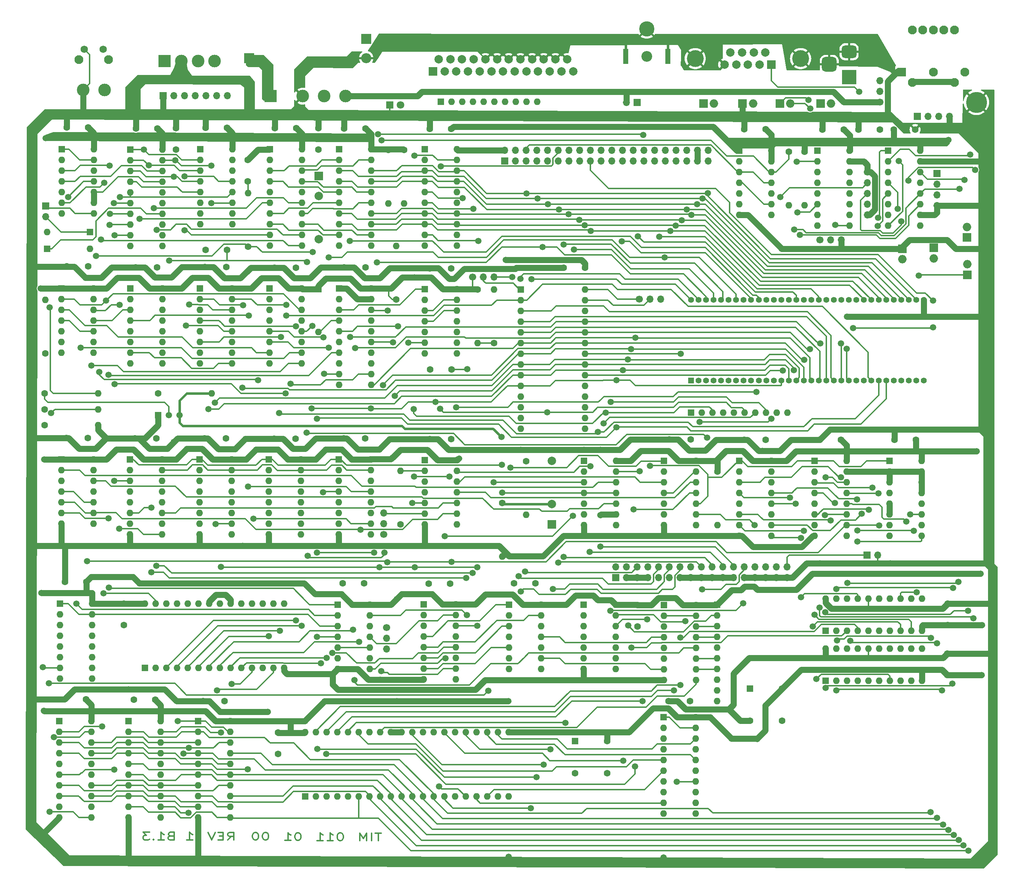
<source format=gbr>
%TF.GenerationSoftware,KiCad,Pcbnew,8.0.5*%
%TF.CreationDate,2024-11-19T00:05:17+00:00*%
%TF.ProjectId,TIM-011B,54494d2d-3031-4314-922e-6b696361645f,rev?*%
%TF.SameCoordinates,Original*%
%TF.FileFunction,Copper,L2,Bot*%
%TF.FilePolarity,Positive*%
%FSLAX46Y46*%
G04 Gerber Fmt 4.6, Leading zero omitted, Abs format (unit mm)*
G04 Created by KiCad (PCBNEW 8.0.5) date 2024-11-19 00:05:17*
%MOMM*%
%LPD*%
G01*
G04 APERTURE LIST*
G04 Aperture macros list*
%AMRoundRect*
0 Rectangle with rounded corners*
0 $1 Rounding radius*
0 $2 $3 $4 $5 $6 $7 $8 $9 X,Y pos of 4 corners*
0 Add a 4 corners polygon primitive as box body*
4,1,4,$2,$3,$4,$5,$6,$7,$8,$9,$2,$3,0*
0 Add four circle primitives for the rounded corners*
1,1,$1+$1,$2,$3*
1,1,$1+$1,$4,$5*
1,1,$1+$1,$6,$7*
1,1,$1+$1,$8,$9*
0 Add four rect primitives between the rounded corners*
20,1,$1+$1,$2,$3,$4,$5,0*
20,1,$1+$1,$4,$5,$6,$7,0*
20,1,$1+$1,$6,$7,$8,$9,0*
20,1,$1+$1,$8,$9,$2,$3,0*%
G04 Aperture macros list end*
%ADD10C,0.360000*%
%TA.AperFunction,NonConductor*%
%ADD11C,0.360000*%
%TD*%
%TA.AperFunction,ComponentPad*%
%ADD12R,1.600000X1.600000*%
%TD*%
%TA.AperFunction,ComponentPad*%
%ADD13O,1.600000X1.600000*%
%TD*%
%TA.AperFunction,ComponentPad*%
%ADD14R,2.000000X2.000000*%
%TD*%
%TA.AperFunction,ComponentPad*%
%ADD15O,2.000000X2.000000*%
%TD*%
%TA.AperFunction,ComponentPad*%
%ADD16C,1.700000*%
%TD*%
%TA.AperFunction,ComponentPad*%
%ADD17O,1.700000X1.700000*%
%TD*%
%TA.AperFunction,ComponentPad*%
%ADD18C,1.600000*%
%TD*%
%TA.AperFunction,ComponentPad*%
%ADD19R,1.700000X1.700000*%
%TD*%
%TA.AperFunction,ComponentPad*%
%ADD20R,2.400000X2.400000*%
%TD*%
%TA.AperFunction,ComponentPad*%
%ADD21O,2.400000X2.400000*%
%TD*%
%TA.AperFunction,ComponentPad*%
%ADD22R,3.000000X3.000000*%
%TD*%
%TA.AperFunction,ComponentPad*%
%ADD23C,3.000000*%
%TD*%
%TA.AperFunction,ComponentPad*%
%ADD24C,2.100000*%
%TD*%
%TA.AperFunction,ComponentPad*%
%ADD25C,1.750000*%
%TD*%
%TA.AperFunction,ComponentPad*%
%ADD26R,1.500000X1.500000*%
%TD*%
%TA.AperFunction,ComponentPad*%
%ADD27C,1.500000*%
%TD*%
%TA.AperFunction,ComponentPad*%
%ADD28C,2.000000*%
%TD*%
%TA.AperFunction,ComponentPad*%
%ADD29C,4.000000*%
%TD*%
%TA.AperFunction,ComponentPad*%
%ADD30C,5.000000*%
%TD*%
%TA.AperFunction,ComponentPad*%
%ADD31R,1.400000X1.400000*%
%TD*%
%TA.AperFunction,ComponentPad*%
%ADD32C,1.400000*%
%TD*%
%TA.AperFunction,ComponentPad*%
%ADD33R,1.800000X1.800000*%
%TD*%
%TA.AperFunction,ComponentPad*%
%ADD34C,1.800000*%
%TD*%
%TA.AperFunction,ComponentPad*%
%ADD35R,3.500000X3.500000*%
%TD*%
%TA.AperFunction,ComponentPad*%
%ADD36RoundRect,0.750000X-1.000000X0.750000X-1.000000X-0.750000X1.000000X-0.750000X1.000000X0.750000X0*%
%TD*%
%TA.AperFunction,ComponentPad*%
%ADD37RoundRect,0.875000X-0.875000X0.875000X-0.875000X-0.875000X0.875000X-0.875000X0.875000X0.875000X0*%
%TD*%
%TA.AperFunction,ComponentPad*%
%ADD38R,2.100000X2.100000*%
%TD*%
%TA.AperFunction,ComponentPad*%
%ADD39C,2.550000*%
%TD*%
%TA.AperFunction,ComponentPad*%
%ADD40R,1.300000X3.616000*%
%TD*%
%TA.AperFunction,ComponentPad*%
%ADD41C,3.616000*%
%TD*%
%TA.AperFunction,ViaPad*%
%ADD42C,1.500000*%
%TD*%
%TA.AperFunction,Conductor*%
%ADD43C,1.400000*%
%TD*%
%TA.AperFunction,Conductor*%
%ADD44C,0.300000*%
%TD*%
%TA.AperFunction,Conductor*%
%ADD45C,0.600000*%
%TD*%
G04 APERTURE END LIST*
D10*
D11*
X158081729Y-226370994D02*
X157843634Y-226370994D01*
X157843634Y-226370994D02*
X157605538Y-226456708D01*
X157605538Y-226456708D02*
X157486491Y-226542422D01*
X157486491Y-226542422D02*
X157367443Y-226713851D01*
X157367443Y-226713851D02*
X157248396Y-227056708D01*
X157248396Y-227056708D02*
X157248396Y-227485280D01*
X157248396Y-227485280D02*
X157367443Y-227828137D01*
X157367443Y-227828137D02*
X157486491Y-227999565D01*
X157486491Y-227999565D02*
X157605538Y-228085280D01*
X157605538Y-228085280D02*
X157843634Y-228170994D01*
X157843634Y-228170994D02*
X158081729Y-228170994D01*
X158081729Y-228170994D02*
X158319824Y-228085280D01*
X158319824Y-228085280D02*
X158438872Y-227999565D01*
X158438872Y-227999565D02*
X158557919Y-227828137D01*
X158557919Y-227828137D02*
X158676967Y-227485280D01*
X158676967Y-227485280D02*
X158676967Y-227056708D01*
X158676967Y-227056708D02*
X158557919Y-226713851D01*
X158557919Y-226713851D02*
X158438872Y-226542422D01*
X158438872Y-226542422D02*
X158319824Y-226456708D01*
X158319824Y-226456708D02*
X158081729Y-226370994D01*
X154867444Y-228170994D02*
X156296015Y-228170994D01*
X155581729Y-228170994D02*
X155581729Y-226370994D01*
X155581729Y-226370994D02*
X155819825Y-226628137D01*
X155819825Y-226628137D02*
X156057920Y-226799565D01*
X156057920Y-226799565D02*
X156296015Y-226885280D01*
D10*
D11*
X141289348Y-228050994D02*
X142122681Y-227193851D01*
X142717919Y-228050994D02*
X142717919Y-226250994D01*
X142717919Y-226250994D02*
X141765538Y-226250994D01*
X141765538Y-226250994D02*
X141527443Y-226336708D01*
X141527443Y-226336708D02*
X141408396Y-226422422D01*
X141408396Y-226422422D02*
X141289348Y-226593851D01*
X141289348Y-226593851D02*
X141289348Y-226850994D01*
X141289348Y-226850994D02*
X141408396Y-227022422D01*
X141408396Y-227022422D02*
X141527443Y-227108137D01*
X141527443Y-227108137D02*
X141765538Y-227193851D01*
X141765538Y-227193851D02*
X142717919Y-227193851D01*
X140217919Y-227108137D02*
X139384586Y-227108137D01*
X139027443Y-228050994D02*
X140217919Y-228050994D01*
X140217919Y-228050994D02*
X140217919Y-226250994D01*
X140217919Y-226250994D02*
X139027443Y-226250994D01*
X138313157Y-226250994D02*
X137479824Y-228050994D01*
X137479824Y-228050994D02*
X136646491Y-226250994D01*
D10*
D11*
X131558396Y-228020994D02*
X132986967Y-228020994D01*
X132272681Y-228020994D02*
X132272681Y-226220994D01*
X132272681Y-226220994D02*
X132510777Y-226478137D01*
X132510777Y-226478137D02*
X132748872Y-226649565D01*
X132748872Y-226649565D02*
X132986967Y-226735280D01*
X127748872Y-227078137D02*
X127391729Y-227163851D01*
X127391729Y-227163851D02*
X127272682Y-227249565D01*
X127272682Y-227249565D02*
X127153634Y-227420994D01*
X127153634Y-227420994D02*
X127153634Y-227678137D01*
X127153634Y-227678137D02*
X127272682Y-227849565D01*
X127272682Y-227849565D02*
X127391729Y-227935280D01*
X127391729Y-227935280D02*
X127629824Y-228020994D01*
X127629824Y-228020994D02*
X128582205Y-228020994D01*
X128582205Y-228020994D02*
X128582205Y-226220994D01*
X128582205Y-226220994D02*
X127748872Y-226220994D01*
X127748872Y-226220994D02*
X127510777Y-226306708D01*
X127510777Y-226306708D02*
X127391729Y-226392422D01*
X127391729Y-226392422D02*
X127272682Y-226563851D01*
X127272682Y-226563851D02*
X127272682Y-226735280D01*
X127272682Y-226735280D02*
X127391729Y-226906708D01*
X127391729Y-226906708D02*
X127510777Y-226992422D01*
X127510777Y-226992422D02*
X127748872Y-227078137D01*
X127748872Y-227078137D02*
X128582205Y-227078137D01*
X124772682Y-228020994D02*
X126201253Y-228020994D01*
X125486967Y-228020994D02*
X125486967Y-226220994D01*
X125486967Y-226220994D02*
X125725063Y-226478137D01*
X125725063Y-226478137D02*
X125963158Y-226649565D01*
X125963158Y-226649565D02*
X126201253Y-226735280D01*
X123701253Y-227849565D02*
X123582206Y-227935280D01*
X123582206Y-227935280D02*
X123701253Y-228020994D01*
X123701253Y-228020994D02*
X123820301Y-227935280D01*
X123820301Y-227935280D02*
X123701253Y-227849565D01*
X123701253Y-227849565D02*
X123701253Y-228020994D01*
X122748873Y-226220994D02*
X121201254Y-226220994D01*
X121201254Y-226220994D02*
X122034587Y-226906708D01*
X122034587Y-226906708D02*
X121677444Y-226906708D01*
X121677444Y-226906708D02*
X121439349Y-226992422D01*
X121439349Y-226992422D02*
X121320301Y-227078137D01*
X121320301Y-227078137D02*
X121201254Y-227249565D01*
X121201254Y-227249565D02*
X121201254Y-227678137D01*
X121201254Y-227678137D02*
X121320301Y-227849565D01*
X121320301Y-227849565D02*
X121439349Y-227935280D01*
X121439349Y-227935280D02*
X121677444Y-228020994D01*
X121677444Y-228020994D02*
X122391730Y-228020994D01*
X122391730Y-228020994D02*
X122629825Y-227935280D01*
X122629825Y-227935280D02*
X122748873Y-227849565D01*
D10*
D11*
X168111729Y-226380994D02*
X167873634Y-226380994D01*
X167873634Y-226380994D02*
X167635538Y-226466708D01*
X167635538Y-226466708D02*
X167516491Y-226552422D01*
X167516491Y-226552422D02*
X167397443Y-226723851D01*
X167397443Y-226723851D02*
X167278396Y-227066708D01*
X167278396Y-227066708D02*
X167278396Y-227495280D01*
X167278396Y-227495280D02*
X167397443Y-227838137D01*
X167397443Y-227838137D02*
X167516491Y-228009565D01*
X167516491Y-228009565D02*
X167635538Y-228095280D01*
X167635538Y-228095280D02*
X167873634Y-228180994D01*
X167873634Y-228180994D02*
X168111729Y-228180994D01*
X168111729Y-228180994D02*
X168349824Y-228095280D01*
X168349824Y-228095280D02*
X168468872Y-228009565D01*
X168468872Y-228009565D02*
X168587919Y-227838137D01*
X168587919Y-227838137D02*
X168706967Y-227495280D01*
X168706967Y-227495280D02*
X168706967Y-227066708D01*
X168706967Y-227066708D02*
X168587919Y-226723851D01*
X168587919Y-226723851D02*
X168468872Y-226552422D01*
X168468872Y-226552422D02*
X168349824Y-226466708D01*
X168349824Y-226466708D02*
X168111729Y-226380994D01*
X164897444Y-228180994D02*
X166326015Y-228180994D01*
X165611729Y-228180994D02*
X165611729Y-226380994D01*
X165611729Y-226380994D02*
X165849825Y-226638137D01*
X165849825Y-226638137D02*
X166087920Y-226809565D01*
X166087920Y-226809565D02*
X166326015Y-226895280D01*
X162516492Y-228180994D02*
X163945063Y-228180994D01*
X163230777Y-228180994D02*
X163230777Y-226380994D01*
X163230777Y-226380994D02*
X163468873Y-226638137D01*
X163468873Y-226638137D02*
X163706968Y-226809565D01*
X163706968Y-226809565D02*
X163945063Y-226895280D01*
D10*
D11*
X150391729Y-226270994D02*
X150153634Y-226270994D01*
X150153634Y-226270994D02*
X149915538Y-226356708D01*
X149915538Y-226356708D02*
X149796491Y-226442422D01*
X149796491Y-226442422D02*
X149677443Y-226613851D01*
X149677443Y-226613851D02*
X149558396Y-226956708D01*
X149558396Y-226956708D02*
X149558396Y-227385280D01*
X149558396Y-227385280D02*
X149677443Y-227728137D01*
X149677443Y-227728137D02*
X149796491Y-227899565D01*
X149796491Y-227899565D02*
X149915538Y-227985280D01*
X149915538Y-227985280D02*
X150153634Y-228070994D01*
X150153634Y-228070994D02*
X150391729Y-228070994D01*
X150391729Y-228070994D02*
X150629824Y-227985280D01*
X150629824Y-227985280D02*
X150748872Y-227899565D01*
X150748872Y-227899565D02*
X150867919Y-227728137D01*
X150867919Y-227728137D02*
X150986967Y-227385280D01*
X150986967Y-227385280D02*
X150986967Y-226956708D01*
X150986967Y-226956708D02*
X150867919Y-226613851D01*
X150867919Y-226613851D02*
X150748872Y-226442422D01*
X150748872Y-226442422D02*
X150629824Y-226356708D01*
X150629824Y-226356708D02*
X150391729Y-226270994D01*
X148010777Y-226270994D02*
X147772682Y-226270994D01*
X147772682Y-226270994D02*
X147534586Y-226356708D01*
X147534586Y-226356708D02*
X147415539Y-226442422D01*
X147415539Y-226442422D02*
X147296491Y-226613851D01*
X147296491Y-226613851D02*
X147177444Y-226956708D01*
X147177444Y-226956708D02*
X147177444Y-227385280D01*
X147177444Y-227385280D02*
X147296491Y-227728137D01*
X147296491Y-227728137D02*
X147415539Y-227899565D01*
X147415539Y-227899565D02*
X147534586Y-227985280D01*
X147534586Y-227985280D02*
X147772682Y-228070994D01*
X147772682Y-228070994D02*
X148010777Y-228070994D01*
X148010777Y-228070994D02*
X148248872Y-227985280D01*
X148248872Y-227985280D02*
X148367920Y-227899565D01*
X148367920Y-227899565D02*
X148486967Y-227728137D01*
X148486967Y-227728137D02*
X148606015Y-227385280D01*
X148606015Y-227385280D02*
X148606015Y-226956708D01*
X148606015Y-226956708D02*
X148486967Y-226613851D01*
X148486967Y-226613851D02*
X148367920Y-226442422D01*
X148367920Y-226442422D02*
X148248872Y-226356708D01*
X148248872Y-226356708D02*
X148010777Y-226270994D01*
D10*
D11*
X177725062Y-226430994D02*
X176296491Y-226430994D01*
X177010777Y-228230994D02*
X177010777Y-226430994D01*
X175463157Y-228230994D02*
X175463157Y-226430994D01*
X174272681Y-228230994D02*
X174272681Y-226430994D01*
X174272681Y-226430994D02*
X173439348Y-227716708D01*
X173439348Y-227716708D02*
X172606015Y-226430994D01*
X172606015Y-226430994D02*
X172606015Y-228230994D01*
D12*
%TO.P,U16,1,A15*%
%TO.N,Net-(JMP7-Pin_2)*%
X210790000Y-97450000D03*
D13*
%TO.P,U16,2,A12*%
%TO.N,/Addressing/A12*%
X210790000Y-99990000D03*
%TO.P,U16,3,A7*%
%TO.N,/Addressing/A7*%
X210790000Y-102530000D03*
%TO.P,U16,4,A6*%
%TO.N,/Addressing/A6*%
X210790000Y-105070000D03*
%TO.P,U16,5,A5*%
%TO.N,/Addressing/A5*%
X210790000Y-107610000D03*
%TO.P,U16,6,A4*%
%TO.N,/Addressing/A4*%
X210790000Y-110150000D03*
%TO.P,U16,7,A3*%
%TO.N,/Addressing/A3*%
X210790000Y-112690000D03*
%TO.P,U16,8,A2*%
%TO.N,/Addressing/A2*%
X210790000Y-115230000D03*
%TO.P,U16,9,A1*%
%TO.N,/Addressing/A1*%
X210790000Y-117770000D03*
%TO.P,U16,10,A0*%
%TO.N,/Addressing/A0*%
X210790000Y-120310000D03*
%TO.P,U16,11,D0*%
%TO.N,/CPU/D0*%
X210790000Y-122850000D03*
%TO.P,U16,12,D1*%
%TO.N,/CPU/D1*%
X210790000Y-125390000D03*
%TO.P,U16,13,D2*%
%TO.N,/CPU/D2*%
X210790000Y-127930000D03*
%TO.P,U16,14,GND*%
%TO.N,GND*%
X210790000Y-130470000D03*
%TO.P,U16,15,D3*%
%TO.N,/CPU/D3*%
X226030000Y-130470000D03*
%TO.P,U16,16,D4*%
%TO.N,/CPU/D4*%
X226030000Y-127930000D03*
%TO.P,U16,17,D5*%
%TO.N,/CPU/D5*%
X226030000Y-125390000D03*
%TO.P,U16,18,D6*%
%TO.N,/CPU/D6*%
X226030000Y-122850000D03*
%TO.P,U16,19,D7*%
%TO.N,/CPU/D7*%
X226030000Y-120310000D03*
%TO.P,U16,20,~{CE}*%
%TO.N,/Addressing/A18*%
X226030000Y-117770000D03*
%TO.P,U16,21,A10*%
%TO.N,/Addressing/A10*%
X226030000Y-115230000D03*
%TO.P,U16,22,~{OE}*%
%TO.N,~{ME}*%
X226030000Y-112690000D03*
%TO.P,U16,23,A11*%
%TO.N,/Addressing/A11*%
X226030000Y-110150000D03*
%TO.P,U16,24,A9*%
%TO.N,/Addressing/A9*%
X226030000Y-107610000D03*
%TO.P,U16,25,A8*%
%TO.N,/Addressing/A8*%
X226030000Y-105070000D03*
%TO.P,U16,26,A13*%
%TO.N,/Addressing/A13*%
X226030000Y-102530000D03*
%TO.P,U16,27,A14*%
%TO.N,Net-(JMP6-Pin_2)*%
X226030000Y-99990000D03*
%TO.P,U16,28,VCC*%
%TO.N,+5V*%
X226030000Y-97450000D03*
%TD*%
D14*
%TO.P,C55,1*%
%TO.N,Net-(U8-C2+)*%
X281900000Y-53350000D03*
D15*
%TO.P,C55,2*%
%TO.N,Net-(U8-C2-)*%
X284400000Y-53350000D03*
%TD*%
D12*
%TO.P,U34,1*%
%TO.N,Net-(U43-WDOUT)*%
X225740000Y-172280000D03*
D13*
%TO.P,U34,2*%
%TO.N,fWDATA*%
X225740000Y-174820000D03*
%TO.P,U34,3*%
%TO.N,Net-(U43-WE)*%
X225740000Y-177360000D03*
%TO.P,U34,4*%
%TO.N,fWGATE*%
X225740000Y-179900000D03*
%TO.P,U34,5*%
%TO.N,Net-(U43-HDL)*%
X225740000Y-182440000D03*
%TO.P,U34,6*%
%TO.N,fINUSE*%
X225740000Y-184980000D03*
%TO.P,U34,7,GND*%
%TO.N,GND*%
X225740000Y-187520000D03*
%TO.P,U34,8*%
%TO.N,fSIDE1*%
X233360000Y-187520000D03*
%TO.P,U34,9*%
%TO.N,Net-(U43-SIDE)*%
X233360000Y-184980000D03*
%TO.P,U34,10*%
%TO.N,unconnected-(U34-Pad10)*%
X233360000Y-182440000D03*
%TO.P,U34,11*%
%TO.N,unconnected-(U34-Pad11)*%
X233360000Y-179900000D03*
%TO.P,U34,12*%
%TO.N,fMOTOR1*%
X233360000Y-177360000D03*
%TO.P,U34,13*%
%TO.N,TXS*%
X233360000Y-174820000D03*
%TO.P,U34,14,VCC*%
%TO.N,+5V*%
X233360000Y-172280000D03*
%TD*%
D12*
%TO.P,U7,1,~{R}*%
%TO.N,+5V*%
X262640000Y-64520000D03*
D13*
%TO.P,U7,2,D*%
%TO.N,~{LIR}*%
X262640000Y-67060000D03*
%TO.P,U7,3,C*%
%TO.N,FI*%
X262640000Y-69600000D03*
%TO.P,U7,4,~{S}*%
%TO.N,Net-(U7A-~{S})*%
X262640000Y-72140000D03*
%TO.P,U7,5,Q*%
%TO.N,Net-(U7A-Q)*%
X262640000Y-74680000D03*
%TO.P,U7,6,~{Q}*%
%TO.N,unconnected-(U7A-~{Q}-Pad6)*%
X262640000Y-77220000D03*
%TO.P,U7,7,GND*%
%TO.N,GND*%
X262640000Y-79760000D03*
%TO.P,U7,8,~{Q}*%
%TO.N,unconnected-(U7B-~{Q}-Pad8)*%
X270260000Y-79760000D03*
%TO.P,U7,9,Q*%
%TO.N,Net-(U7A-~{S})*%
X270260000Y-77220000D03*
%TO.P,U7,10,~{S}*%
%TO.N,+5V*%
X270260000Y-74680000D03*
%TO.P,U7,11,C*%
%TO.N,FI*%
X270260000Y-72140000D03*
%TO.P,U7,12,D*%
%TO.N,Net-(U7A-Q)*%
X270260000Y-69600000D03*
%TO.P,U7,13,~{R}*%
%TO.N,+5V*%
X270260000Y-67060000D03*
%TO.P,U7,14,VCC*%
X270260000Y-64520000D03*
%TD*%
D16*
%TO.P,JMP1,1,Pin_1*%
%TO.N,X_CTS*%
X281770000Y-85700000D03*
D17*
%TO.P,JMP1,2,Pin_2*%
%TO.N,~{CTS0}*%
X284310000Y-85700000D03*
%TO.P,JMP1,3,Pin_3*%
%TO.N,GND*%
X286850000Y-85700000D03*
%TD*%
D12*
%TO.P,U11,1,S2*%
%TO.N,Net-(U11-S2)*%
X118210000Y-97230000D03*
D13*
%TO.P,U11,2,B2*%
%TO.N,Net-(U11-B2)*%
X118210000Y-99770000D03*
%TO.P,U11,3,A2*%
%TO.N,VQ5*%
X118210000Y-102310000D03*
%TO.P,U11,4,S1*%
%TO.N,Net-(U11-S1)*%
X118210000Y-104850000D03*
%TO.P,U11,5,A1*%
%TO.N,VQ4*%
X118210000Y-107390000D03*
%TO.P,U11,6,B1*%
%TO.N,Net-(U11-B1)*%
X118210000Y-109930000D03*
%TO.P,U11,7,C0*%
%TO.N,Net-(U11-C0)*%
X118210000Y-112470000D03*
%TO.P,U11,8,GND*%
%TO.N,GND*%
X118210000Y-115010000D03*
%TO.P,U11,9,C4*%
%TO.N,unconnected-(U11-C4-Pad9)*%
X125830000Y-115010000D03*
%TO.P,U11,10,S4*%
%TO.N,Net-(U11-S4)*%
X125830000Y-112470000D03*
%TO.P,U11,11,B4*%
%TO.N,Net-(U11-B4)*%
X125830000Y-109930000D03*
%TO.P,U11,12,A4*%
%TO.N,Net-(U11-A4)*%
X125830000Y-107390000D03*
%TO.P,U11,13,S3*%
%TO.N,Net-(U11-S3)*%
X125830000Y-104850000D03*
%TO.P,U11,14,A3*%
%TO.N,VQ6*%
X125830000Y-102310000D03*
%TO.P,U11,15,B3*%
%TO.N,Net-(U11-B3)*%
X125830000Y-99770000D03*
%TO.P,U11,16,VCC*%
%TO.N,+5V*%
X125830000Y-97230000D03*
%TD*%
D18*
%TO.P,C30,1*%
%TO.N,+5V*%
X214310000Y-167180000D03*
%TO.P,C30,2*%
%TO.N,GND*%
X209230000Y-167180000D03*
%TD*%
D12*
%TO.P,U20,1,S*%
%TO.N,~{VIDCLK}*%
X134580000Y-137750000D03*
D13*
%TO.P,U20,2,I0a*%
%TO.N,/Addressing/A1*%
X134580000Y-140290000D03*
%TO.P,U20,3,I1a*%
%TO.N,Net-(U12-S2)*%
X134580000Y-142830000D03*
%TO.P,U20,4,Za*%
%TO.N,/Video/VA8*%
X134580000Y-145370000D03*
%TO.P,U20,5,I0b*%
%TO.N,/Addressing/A2*%
X134580000Y-147910000D03*
%TO.P,U20,6,I1b*%
%TO.N,Net-(U12-S3)*%
X134580000Y-150450000D03*
%TO.P,U20,7,Zb*%
%TO.N,/Video/VA9*%
X134580000Y-152990000D03*
%TO.P,U20,8,GND*%
%TO.N,GND*%
X134580000Y-155530000D03*
%TO.P,U20,9,Zc*%
%TO.N,/Video/VA10*%
X142200000Y-155530000D03*
%TO.P,U20,10,I1c*%
%TO.N,Net-(U12-S4)*%
X142200000Y-152990000D03*
%TO.P,U20,11,I0c*%
%TO.N,/Addressing/A3*%
X142200000Y-150450000D03*
%TO.P,U20,12,Zd*%
%TO.N,/Video/VA11*%
X142200000Y-147910000D03*
%TO.P,U20,13,I1d*%
%TO.N,Net-(U11-S1)*%
X142200000Y-145370000D03*
%TO.P,U20,14,I0d*%
%TO.N,/Addressing/A4*%
X142200000Y-142830000D03*
%TO.P,U20,15,E*%
%TO.N,GND*%
X142200000Y-140290000D03*
%TO.P,U20,16,VCC*%
%TO.N,+5V*%
X142200000Y-137750000D03*
%TD*%
D12*
%TO.P,U23,1*%
%TO.N,Net-(U7A-Q)*%
X188020000Y-137990000D03*
D13*
%TO.P,U23,2*%
%TO.N,Net-(R7-Pad2)*%
X188020000Y-140530000D03*
%TO.P,U23,3*%
%TO.N,Net-(U14-Pad15)*%
X188020000Y-143070000D03*
%TO.P,U23,4*%
%TO.N,/Addressing/A4*%
X188020000Y-145610000D03*
%TO.P,U23,5*%
%TO.N,~{INT0}*%
X188020000Y-148150000D03*
%TO.P,U23,6*%
%TO.N,Net-(JMP3-Pin_3)*%
X188020000Y-150690000D03*
%TO.P,U23,7,GND*%
%TO.N,GND*%
X188020000Y-153230000D03*
%TO.P,U23,8*%
%TO.N,Net-(U23-Pad8)*%
X195640000Y-153230000D03*
%TO.P,U23,9*%
%TO.N,IOE*%
X195640000Y-150690000D03*
%TO.P,U23,10*%
%TO.N,/Addressing/A7*%
X195640000Y-148150000D03*
%TO.P,U23,11*%
%TO.N,Net-(U25B-D)*%
X195640000Y-145610000D03*
%TO.P,U23,12*%
%TO.N,~{REF}*%
X195640000Y-143070000D03*
%TO.P,U23,13*%
%TO.N,/Addressing/A18*%
X195640000Y-140530000D03*
%TO.P,U23,14,VCC*%
%TO.N,+5V*%
X195640000Y-137990000D03*
%TD*%
D14*
%TO.P,C56,1*%
%TO.N,Net-(U8-VS+)*%
X254150000Y-53350000D03*
D15*
%TO.P,C56,2*%
%TO.N,+5V*%
X256650000Y-53350000D03*
%TD*%
D18*
%TO.P,C62,1*%
%TO.N,+5V*%
X299280000Y-59550000D03*
%TO.P,C62,2*%
%TO.N,GND*%
X304360000Y-59550000D03*
%TD*%
%TO.P,C40,1*%
%TO.N,+5V*%
X173990000Y-59270000D03*
%TO.P,C40,2*%
%TO.N,GND*%
X168910000Y-59270000D03*
%TD*%
D12*
%TO.P,X2,1,EN*%
%TO.N,unconnected-(X2-EN-Pad1)*%
X223710000Y-204610000D03*
D18*
%TO.P,X2,4,GND*%
%TO.N,GND*%
X223710000Y-212230000D03*
%TO.P,X2,5,OUT*%
%TO.N,Net-(X2-OUT)*%
X231330000Y-212230000D03*
%TO.P,X2,8,Vcc*%
%TO.N,+5V*%
X231330000Y-204610000D03*
%TD*%
D12*
%TO.P,U2,1,I1/CLK*%
%TO.N,VQ5*%
X118217000Y-64272000D03*
D13*
%TO.P,U2,2,I2*%
%TO.N,VQ4*%
X118217000Y-66812000D03*
%TO.P,U2,3,I3*%
%TO.N,VQ6*%
X118217000Y-69352000D03*
%TO.P,U2,4,I4*%
%TO.N,VQ3*%
X118217000Y-71892000D03*
%TO.P,U2,5,I5*%
%TO.N,VQ8*%
X118217000Y-74432000D03*
%TO.P,U2,6,I6*%
%TO.N,HQ8*%
X118217000Y-76972000D03*
%TO.P,U2,7,I7*%
%TO.N,HQ9*%
X118217000Y-79512000D03*
%TO.P,U2,8,I8*%
%TO.N,HQ6*%
X118217000Y-82052000D03*
%TO.P,U2,9,I9*%
%TO.N,HQ7*%
X118217000Y-84592000D03*
%TO.P,U2,10,GND*%
%TO.N,GND*%
X118217000Y-87132000D03*
%TO.P,U2,11,I10/~{OE}*%
%TO.N,unconnected-(U2-I10{slash}~{OE}-Pad11)*%
X125837000Y-87132000D03*
%TO.P,U2,12,IO8*%
%TO.N,unconnected-(U2-IO8-Pad12)*%
X125837000Y-84592000D03*
%TO.P,U2,13,IO7*%
%TO.N,unconnected-(U2-IO7-Pad13)*%
X125837000Y-82052000D03*
%TO.P,U2,14,IO6*%
%TO.N,~{CSYNC}*%
X125837000Y-79512000D03*
%TO.P,U2,15,IO5*%
%TO.N,unconnected-(U2-IO5-Pad15)*%
X125837000Y-76972000D03*
%TO.P,U2,16,IO4*%
%TO.N,HRESET*%
X125837000Y-74432000D03*
%TO.P,U2,17,I03*%
%TO.N,Net-(U2-I03)*%
X125837000Y-71892000D03*
%TO.P,U2,18,IO2*%
%TO.N,Net-(U2-IO2)*%
X125837000Y-69352000D03*
%TO.P,U2,19,IO1*%
%TO.N,VRESET*%
X125837000Y-66812000D03*
%TO.P,U2,20,VCC*%
%TO.N,+5V*%
X125837000Y-64272000D03*
%TD*%
D18*
%TO.P,R8,1*%
%TO.N,+5V*%
X179410000Y-64360000D03*
D13*
%TO.P,R8,2*%
%TO.N,Net-(D1-A)*%
X179410000Y-77060000D03*
%TD*%
D18*
%TO.P,C29,1*%
%TO.N,+5V*%
X124610000Y-59310000D03*
%TO.P,C29,2*%
%TO.N,GND*%
X119530000Y-59310000D03*
%TD*%
D19*
%TO.P,P3,1,Pin_1*%
%TO.N,+5V*%
X207000000Y-66970000D03*
D17*
%TO.P,P3,2,Pin_2*%
X207000000Y-64430000D03*
%TO.P,P3,3,Pin_3*%
%TO.N,GND*%
X209540000Y-66970000D03*
%TO.P,P3,4,Pin_4*%
X209540000Y-64430000D03*
%TO.P,P3,5,Pin_5*%
%TO.N,~{RD}*%
X212080000Y-66970000D03*
%TO.P,P3,6,Pin_6*%
%TO.N,FI*%
X212080000Y-64430000D03*
%TO.P,P3,7,Pin_7*%
%TO.N,~{WR}*%
X214620000Y-66970000D03*
%TO.P,P3,8,Pin_8*%
%TO.N,~{RESET}*%
X214620000Y-64430000D03*
%TO.P,P3,9,Pin_9*%
%TO.N,E*%
X217160000Y-66970000D03*
%TO.P,P3,10,Pin_10*%
%TO.N,~{LIR}*%
X217160000Y-64430000D03*
%TO.P,P3,11,Pin_11*%
%TO.N,~{NMI}*%
X219700000Y-66970000D03*
%TO.P,P3,12,Pin_12*%
%TO.N,EXPSEL_O*%
X219700000Y-64430000D03*
%TO.P,P3,13,Pin_13*%
%TO.N,~{WAIT}*%
X222240000Y-66970000D03*
%TO.P,P3,14,Pin_14*%
%TO.N,EXPSEL_2*%
X222240000Y-64430000D03*
%TO.P,P3,15,Pin_15*%
%TO.N,~{INT0}*%
X224780000Y-66970000D03*
%TO.P,P3,16,Pin_16*%
%TO.N,~{HALT}*%
X224780000Y-64430000D03*
%TO.P,P3,17,Pin_17*%
%TO.N,ST*%
X227320000Y-66970000D03*
%TO.P,P3,18,Pin_18*%
%TO.N,EXPSEL_3*%
X227320000Y-64430000D03*
%TO.P,P3,19,Pin_19*%
%TO.N,/Addressing/A0*%
X229860000Y-66970000D03*
%TO.P,P3,20,Pin_20*%
%TO.N,/Addressing/A1*%
X229860000Y-64430000D03*
%TO.P,P3,21,Pin_21*%
%TO.N,~{TEND0}*%
X232400000Y-66970000D03*
%TO.P,P3,22,Pin_22*%
%TO.N,/Addressing/A2*%
X232400000Y-64430000D03*
%TO.P,P3,23,Pin_23*%
%TO.N,/Addressing/A3*%
X234940000Y-66970000D03*
%TO.P,P3,24,Pin_24*%
%TO.N,/Addressing/A4*%
X234940000Y-64430000D03*
%TO.P,P3,25,Pin_25*%
%TO.N,~{DREQ0}*%
X237480000Y-66970000D03*
%TO.P,P3,26,Pin_26*%
%TO.N,~{IOE}*%
X237480000Y-64430000D03*
%TO.P,P3,27,Pin_27*%
%TO.N,unconnected-(P3-Pin_27-Pad27)*%
X240020000Y-66970000D03*
%TO.P,P3,28,Pin_28*%
%TO.N,RESET*%
X240020000Y-64430000D03*
%TO.P,P3,29,Pin_29*%
%TO.N,/CPU/D7*%
X242560000Y-66970000D03*
%TO.P,P3,30,Pin_30*%
%TO.N,/CPU/D6*%
X242560000Y-64430000D03*
%TO.P,P3,31,Pin_31*%
%TO.N,/CPU/D5*%
X245100000Y-66970000D03*
%TO.P,P3,32,Pin_32*%
%TO.N,/CPU/D3*%
X245100000Y-64430000D03*
%TO.P,P3,33,Pin_33*%
%TO.N,/CPU/D4*%
X247640000Y-66970000D03*
%TO.P,P3,34,Pin_34*%
%TO.N,/CPU/D2*%
X247640000Y-64430000D03*
%TO.P,P3,35,Pin_35*%
%TO.N,/CPU/D1*%
X250180000Y-66970000D03*
%TO.P,P3,36,Pin_36*%
%TO.N,/CPU/D0*%
X250180000Y-64430000D03*
%TO.P,P3,37,Pin_37*%
%TO.N,GND*%
X252720000Y-66970000D03*
%TO.P,P3,38,Pin_38*%
X252720000Y-64430000D03*
%TO.P,P3,39,Pin_39*%
%TO.N,unconnected-(P3-Pin_39-Pad39)*%
X255260000Y-66970000D03*
%TO.P,P3,40,Pin_40*%
%TO.N,Net-(JMP9-Pin_1)*%
X255260000Y-64430000D03*
%TD*%
D18*
%TO.P,R15,1*%
%TO.N,Net-(C6-Pad2)*%
X206440000Y-148090000D03*
D13*
%TO.P,R15,2*%
%TO.N,GND*%
X206440000Y-160790000D03*
%TD*%
D18*
%TO.P,C51,1*%
%TO.N,+5V*%
X286780000Y-133120000D03*
%TO.P,C51,2*%
%TO.N,GND*%
X281700000Y-133120000D03*
%TD*%
D16*
%TO.P,JMP6,1,Pin_1*%
%TO.N,+5V*%
X238960000Y-99750000D03*
D17*
%TO.P,JMP6,2,Pin_2*%
%TO.N,Net-(JMP6-Pin_2)*%
X241500000Y-99750000D03*
%TO.P,JMP6,3,Pin_3*%
%TO.N,/Addressing/A14*%
X244040000Y-99750000D03*
%TD*%
D18*
%TO.P,CX1,1*%
%TO.N,HRESET*%
X141100000Y-88100000D03*
%TO.P,CX1,2*%
%TO.N,GND*%
X136020000Y-88100000D03*
%TD*%
D20*
%TO.P,C1,1*%
%TO.N,+5V*%
X146380000Y-42610000D03*
X174160000Y-38030000D03*
D21*
%TO.P,C1,2*%
%TO.N,GND*%
X174160000Y-42610000D03*
%TD*%
D18*
%TO.P,R6,1*%
%TO.N,Net-(U15B-C)*%
X204490000Y-110220000D03*
D13*
%TO.P,R6,2*%
%TO.N,Net-(J1-Pad10)*%
X204490000Y-97520000D03*
%TD*%
D22*
%TO.P,P2,1,Pin_1*%
%TO.N,+5V*%
X151430000Y-51600000D03*
D23*
%TO.P,P2,2,Pin_2*%
%TO.N,GND*%
X159070000Y-51620000D03*
%TO.P,P2,3,Pin_3*%
%TO.N,unconnected-(P2-Pin_3-Pad3)*%
X164160000Y-51630000D03*
%TO.P,P2,4,Pin_4*%
%TO.N,+12V*%
X169240000Y-51630000D03*
%TD*%
D14*
%TO.P,C61,1*%
%TO.N,GND*%
X301300000Y-87800000D03*
D15*
%TO.P,C61,2*%
%TO.N,Net-(U9-VS-)*%
X301300000Y-90300000D03*
%TD*%
D19*
%TO.P,J5,1,Pin_1*%
%TO.N,+5V*%
X304912000Y-56405000D03*
D17*
%TO.P,J5,2,Pin_2*%
%TO.N,TX1*%
X307452000Y-56405000D03*
%TO.P,J5,3,Pin_3*%
%TO.N,RX1*%
X309992000Y-56405000D03*
%TO.P,J5,4,Pin_4*%
%TO.N,GND*%
X312532000Y-56405000D03*
%TD*%
D24*
%TO.P,T2,*%
%TO.N,*%
X105990000Y-43000000D03*
X113000000Y-43000000D03*
D25*
%TO.P,T2,1,Pin_1*%
%TO.N,GND*%
X107240000Y-40510000D03*
%TO.P,T2,2,Pin_2*%
%TO.N,Net-(D1-A)*%
X111740000Y-40510000D03*
%TD*%
D12*
%TO.P,U1,1*%
%TO.N,CLK*%
X101920000Y-64240000D03*
D13*
%TO.P,U1,2*%
%TO.N,Net-(U29-Za)*%
X101920000Y-66780000D03*
%TO.P,U1,3*%
%TO.N,VID2*%
X101920000Y-69320000D03*
%TO.P,U1,4*%
%TO.N,Net-(U2-IO2)*%
X101920000Y-71860000D03*
%TO.P,U1,5*%
X101920000Y-74400000D03*
%TO.P,U1,6*%
%TO.N,~{VSYNC}*%
X101920000Y-76940000D03*
%TO.P,U1,7,GND*%
%TO.N,GND*%
X101920000Y-79480000D03*
%TO.P,U1,8*%
%TO.N,~{HSYNC}*%
X109540000Y-79480000D03*
%TO.P,U1,9*%
%TO.N,Net-(U2-I03)*%
X109540000Y-76940000D03*
%TO.P,U1,10*%
X109540000Y-74400000D03*
%TO.P,U1,11*%
%TO.N,VID1*%
X109540000Y-71860000D03*
%TO.P,U1,12*%
%TO.N,Net-(U29-Zb)*%
X109540000Y-69320000D03*
%TO.P,U1,13*%
%TO.N,CLK*%
X109540000Y-66780000D03*
%TO.P,U1,14,VCC*%
%TO.N,+5V*%
X109540000Y-64240000D03*
%TD*%
D26*
%TO.P,Q1,1,C*%
%TO.N,GND*%
X124790000Y-127260000D03*
D27*
%TO.P,Q1,2,B*%
%TO.N,Net-(Q1-B)*%
X127330000Y-127260000D03*
%TO.P,Q1,3,E*%
%TO.N,/Video/OFFSETC*%
X129870000Y-127260000D03*
%TD*%
D16*
%TO.P,JMP5,1,Pin_1*%
%TO.N,+12V*%
X296000000Y-53080000D03*
D17*
%TO.P,JMP5,2,Pin_2*%
%TO.N,Net-(J3-Pin_4)*%
X296000000Y-50540000D03*
%TO.P,JMP5,3,Pin_3*%
%TO.N,+5V*%
X296000000Y-48000000D03*
%TD*%
D19*
%TO.P,J4,1,Pin_1*%
%TO.N,+5V*%
X309500000Y-69945000D03*
D17*
%TO.P,J4,2,Pin_2*%
%TO.N,TX0*%
X309500000Y-72485000D03*
%TO.P,J4,3,Pin_3*%
%TO.N,RX0*%
X309500000Y-75025000D03*
%TO.P,J4,4,Pin_4*%
%TO.N,GND*%
X309500000Y-77565000D03*
%TD*%
D16*
%TO.P,JMP2,1,Pin_1*%
%TO.N,GND*%
X293060000Y-69640000D03*
D17*
%TO.P,JMP2,2,Pin_2*%
%TO.N,~{CTS1}*%
X293060000Y-72180000D03*
%TO.P,JMP2,3,Pin_3*%
%TO.N,X_DCD*%
X293060000Y-74720000D03*
%TO.P,JMP2,4,Pin_4*%
%TO.N,~{DCD0}*%
X293060000Y-77260000D03*
%TO.P,JMP2,5,Pin_5*%
%TO.N,GND*%
X293060000Y-79800000D03*
%TD*%
D18*
%TO.P,R14,1*%
%TO.N,+5V*%
X124770000Y-122160000D03*
D13*
%TO.P,R14,2*%
%TO.N,/Video/OFFSETC*%
X137470000Y-122160000D03*
%TD*%
D12*
%TO.P,U28,1,S*%
%TO.N,E*%
X298250000Y-138090000D03*
D13*
%TO.P,U28,2,I0a*%
%TO.N,GND*%
X298250000Y-140630000D03*
%TO.P,U28,3,I1a*%
X298250000Y-143170000D03*
%TO.P,U28,4,Za*%
%TO.N,unconnected-(U28-Za-Pad4)*%
X298250000Y-145710000D03*
%TO.P,U28,5,I0b*%
%TO.N,GND*%
X298250000Y-148250000D03*
%TO.P,U28,6,I1b*%
X298250000Y-150790000D03*
%TO.P,U28,7,Zb*%
%TO.N,unconnected-(U28-Zb-Pad7)*%
X298250000Y-153330000D03*
%TO.P,U28,8,GND*%
%TO.N,GND*%
X298250000Y-155870000D03*
%TO.P,U28,9,Zc*%
%TO.N,/RAM/MA8*%
X305870000Y-155870000D03*
%TO.P,U28,10,I1c*%
%TO.N,/Addressing/A17*%
X305870000Y-153330000D03*
%TO.P,U28,11,I0c*%
%TO.N,/Addressing/A16*%
X305870000Y-150790000D03*
%TO.P,U28,12,Zd*%
%TO.N,unconnected-(U28-Zd-Pad12)*%
X305870000Y-148250000D03*
%TO.P,U28,13,I1d*%
%TO.N,GND*%
X305870000Y-145710000D03*
%TO.P,U28,14,I0d*%
X305870000Y-143170000D03*
%TO.P,U28,15,E*%
X305870000Y-140630000D03*
%TO.P,U28,16,VCC*%
%TO.N,+5V*%
X305870000Y-138090000D03*
%TD*%
D12*
%TO.P,U29,1,Ea*%
%TO.N,Net-(U29-Ea)*%
X101480000Y-171970000D03*
D13*
%TO.P,U29,2,S1*%
%TO.N,VIDCLK*%
X101480000Y-174510000D03*
%TO.P,U29,3,I3a*%
%TO.N,Net-(U29-I3a)*%
X101480000Y-177050000D03*
%TO.P,U29,4,I2a*%
%TO.N,Net-(U29-I2a)*%
X101480000Y-179590000D03*
%TO.P,U29,5,I1a*%
%TO.N,Net-(U29-I1a)*%
X101480000Y-182130000D03*
%TO.P,U29,6,I0a*%
%TO.N,Net-(U29-I0a)*%
X101480000Y-184670000D03*
%TO.P,U29,7,Za*%
%TO.N,Net-(U29-Za)*%
X101480000Y-187210000D03*
%TO.P,U29,8,GND*%
%TO.N,GND*%
X101480000Y-189750000D03*
%TO.P,U29,9,Zb*%
%TO.N,Net-(U29-Zb)*%
X109100000Y-189750000D03*
%TO.P,U29,10,I0b*%
%TO.N,Net-(U29-I0b)*%
X109100000Y-187210000D03*
%TO.P,U29,11,I1b*%
%TO.N,Net-(U29-I1b)*%
X109100000Y-184670000D03*
%TO.P,U29,12,I2b*%
%TO.N,Net-(U29-I2b)*%
X109100000Y-182130000D03*
%TO.P,U29,13,I3b*%
%TO.N,Net-(U29-I3b)*%
X109100000Y-179590000D03*
%TO.P,U29,14,S0*%
%TO.N,VIDCLK2*%
X109100000Y-177050000D03*
%TO.P,U29,15,Eb*%
%TO.N,Net-(U29-Ea)*%
X109100000Y-174510000D03*
%TO.P,U29,16,VCC*%
%TO.N,+5V*%
X109100000Y-171970000D03*
%TD*%
D18*
%TO.P,R3,1*%
%TO.N,Net-(U7A-Q)*%
X274380000Y-64780000D03*
D13*
%TO.P,R3,2*%
%TO.N,+5V*%
X274380000Y-77480000D03*
%TD*%
D16*
%TO.P,JMP7,1,Pin_1*%
%TO.N,+5V*%
X199420000Y-94500000D03*
D17*
%TO.P,JMP7,2,Pin_2*%
%TO.N,Net-(JMP7-Pin_2)*%
X201960000Y-94500000D03*
%TO.P,JMP7,3,Pin_3*%
%TO.N,/Addressing/A15*%
X204500000Y-94500000D03*
%TD*%
D12*
%TO.P,U5,1,OE*%
%TO.N,GND*%
X167690000Y-64230000D03*
D13*
%TO.P,U5,2,O0*%
%TO.N,Net-(U4-D0)*%
X167690000Y-66770000D03*
%TO.P,U5,3,D0*%
%TO.N,/CPU/D1*%
X167690000Y-69310000D03*
%TO.P,U5,4,D1*%
%TO.N,/CPU/D3*%
X167690000Y-71850000D03*
%TO.P,U5,5,O1*%
%TO.N,Net-(U4-D1)*%
X167690000Y-74390000D03*
%TO.P,U5,6,O2*%
%TO.N,Net-(U4-D2)*%
X167690000Y-76930000D03*
%TO.P,U5,7,D2*%
%TO.N,/CPU/D5*%
X167690000Y-79470000D03*
%TO.P,U5,8,D3*%
%TO.N,/CPU/D7*%
X167690000Y-82010000D03*
%TO.P,U5,9,O3*%
%TO.N,Net-(U4-D3)*%
X167690000Y-84550000D03*
%TO.P,U5,10,GND*%
%TO.N,GND*%
X167690000Y-87090000D03*
%TO.P,U5,11,Cp*%
%TO.N,SCROLL_O*%
X175310000Y-87090000D03*
%TO.P,U5,12,O4*%
%TO.N,Net-(U4-D4)*%
X175310000Y-84550000D03*
%TO.P,U5,13,D4*%
%TO.N,/CPU/D6*%
X175310000Y-82010000D03*
%TO.P,U5,14,D5*%
%TO.N,/CPU/D4*%
X175310000Y-79470000D03*
%TO.P,U5,15,O5*%
%TO.N,Net-(U4-D5)*%
X175310000Y-76930000D03*
%TO.P,U5,16,O6*%
%TO.N,Net-(U4-D6)*%
X175310000Y-74390000D03*
%TO.P,U5,17,D6*%
%TO.N,/CPU/D2*%
X175310000Y-71850000D03*
%TO.P,U5,18,D7*%
%TO.N,/CPU/D0*%
X175310000Y-69310000D03*
%TO.P,U5,19,O7*%
%TO.N,Net-(U4-D7)*%
X175310000Y-66770000D03*
%TO.P,U5,20,VCC*%
%TO.N,+5V*%
X175310000Y-64230000D03*
%TD*%
D12*
%TO.P,U32,1,E*%
%TO.N,GND*%
X187770000Y-172160000D03*
D13*
%TO.P,U32,2,A0*%
%TO.N,Net-(U32A-A0)*%
X187770000Y-174700000D03*
%TO.P,U32,3,A1*%
%TO.N,Net-(U32A-A1)*%
X187770000Y-177240000D03*
%TO.P,U32,4,O0*%
%TO.N,Net-(U32A-O0)*%
X187770000Y-179780000D03*
%TO.P,U32,5,O1*%
%TO.N,Net-(U32A-O1)*%
X187770000Y-182320000D03*
%TO.P,U32,6,O2*%
%TO.N,Net-(U32A-O2)*%
X187770000Y-184860000D03*
%TO.P,U32,7,O3*%
%TO.N,Net-(U32A-O3)*%
X187770000Y-187400000D03*
%TO.P,U32,8,GND*%
%TO.N,GND*%
X187770000Y-189940000D03*
%TO.P,U32,9,O3*%
%TO.N,EXPSEL_O*%
X195390000Y-189940000D03*
%TO.P,U32,10,O2*%
%TO.N,Net-(U32B-O2)*%
X195390000Y-187400000D03*
%TO.P,U32,11,O1*%
%TO.N,FDCDMA_0*%
X195390000Y-184860000D03*
%TO.P,U32,12,O0*%
%TO.N,FDCSEL_0*%
X195390000Y-182320000D03*
%TO.P,U32,13,A1*%
%TO.N,/Addressing/A6*%
X195390000Y-179780000D03*
%TO.P,U32,14,A0*%
%TO.N,/Addressing/A5*%
X195390000Y-177240000D03*
%TO.P,U32,15,E*%
%TO.N,Net-(U32B-E)*%
X195390000Y-174700000D03*
%TO.P,U32,16,VCC*%
%TO.N,+5V*%
X195390000Y-172160000D03*
%TD*%
D12*
%TO.P,U15,1,~{R}*%
%TO.N,~{RESET}*%
X188050000Y-97402500D03*
D13*
%TO.P,U15,2,D*%
%TO.N,/Addressing/A0*%
X188050000Y-99942500D03*
%TO.P,U15,3,C*%
%TO.N,PRINT_O*%
X188050000Y-102482500D03*
%TO.P,U15,4,~{S}*%
%TO.N,+5V*%
X188050000Y-105022500D03*
%TO.P,U15,5,Q*%
%TO.N,unconnected-(U15A-Q-Pad5)*%
X188050000Y-107562500D03*
%TO.P,U15,6,~{Q}*%
%TO.N,Net-(U15A-~{Q})*%
X188050000Y-110102500D03*
%TO.P,U15,7,GND*%
%TO.N,GND*%
X188050000Y-112642500D03*
%TO.P,U15,8,~{Q}*%
%TO.N,~{INT1}*%
X195670000Y-112642500D03*
%TO.P,U15,9,Q*%
%TO.N,unconnected-(U15B-Q-Pad9)*%
X195670000Y-110102500D03*
%TO.P,U15,10,~{S}*%
%TO.N,+5V*%
X195670000Y-107562500D03*
%TO.P,U15,11,C*%
%TO.N,Net-(U15B-C)*%
X195670000Y-105022500D03*
%TO.P,U15,12,D*%
%TO.N,+5V*%
X195670000Y-102482500D03*
%TO.P,U15,13,~{R}*%
%TO.N,PRINT_O*%
X195670000Y-99942500D03*
%TO.P,U15,14,VCC*%
%TO.N,+5V*%
X195670000Y-97402500D03*
%TD*%
D16*
%TO.P,JMP3,1,Pin_1*%
%TO.N,Net-(JMP3-Pin_1)*%
X178308000Y-155575000D03*
D17*
%TO.P,JMP3,2,Pin_2*%
%TO.N,Net-(JMP3-Pin_2)*%
X178308000Y-153035000D03*
%TO.P,JMP3,3,Pin_3*%
%TO.N,Net-(JMP3-Pin_3)*%
X178308000Y-150495000D03*
%TD*%
D12*
%TO.P,U43,1,RST*%
%TO.N,RESET*%
X159640000Y-217750000D03*
D13*
%TO.P,U43,2,~{RD}*%
%TO.N,~{RD}*%
X162180000Y-217750000D03*
%TO.P,U43,3,~{WR}*%
%TO.N,~{WR}*%
X164720000Y-217750000D03*
%TO.P,U43,4,~{CS}*%
%TO.N,FDCSEL_0*%
X167260000Y-217750000D03*
%TO.P,U43,5,A0*%
%TO.N,/Addressing/A0*%
X169800000Y-217750000D03*
%TO.P,U43,6,DB0*%
%TO.N,/CPU/D0*%
X172340000Y-217750000D03*
%TO.P,U43,7,DB1*%
%TO.N,/CPU/D1*%
X174880000Y-217750000D03*
%TO.P,U43,8,DB2*%
%TO.N,/CPU/D2*%
X177420000Y-217750000D03*
%TO.P,U43,9,DB3*%
%TO.N,/CPU/D3*%
X179960000Y-217750000D03*
%TO.P,U43,10,DB4*%
%TO.N,/CPU/D4*%
X182500000Y-217750000D03*
%TO.P,U43,11,DB5*%
%TO.N,/CPU/D5*%
X185040000Y-217750000D03*
%TO.P,U43,12,DB6*%
%TO.N,/CPU/D6*%
X187580000Y-217750000D03*
%TO.P,U43,13,DB7*%
%TO.N,/CPU/D7*%
X190120000Y-217750000D03*
%TO.P,U43,14,DRQ*%
%TO.N,Net-(U25A-~{R})*%
X192660000Y-217750000D03*
%TO.P,U43,15,~{DACK}*%
%TO.N,FDCDMA_0*%
X195200000Y-217750000D03*
%TO.P,U43,16,TC*%
%TO.N,Net-(U43-TC)*%
X197740000Y-217750000D03*
%TO.P,U43,17,IDX*%
%TO.N,Net-(U43-IDX)*%
X200280000Y-217750000D03*
%TO.P,U43,18,INT*%
%TO.N,Net-(U43-INT)*%
X202820000Y-217750000D03*
%TO.P,U43,19,TEST*%
%TO.N,+5V*%
X205360000Y-217750000D03*
%TO.P,U43,20,VSS*%
%TO.N,GND*%
X207900000Y-217750000D03*
%TO.P,U43,21,MINI*%
%TO.N,+5V*%
X207900000Y-202510000D03*
%TO.P,U43,22,CLK*%
%TO.N,CLK8*%
X205360000Y-202510000D03*
%TO.P,U43,23,~{DSKD}*%
%TO.N,Net-(U43-~{DSKD})*%
X202820000Y-202510000D03*
%TO.P,U43,24,P0*%
%TO.N,GND*%
X200280000Y-202510000D03*
%TO.P,U43,25,WE*%
%TO.N,Net-(U43-WE)*%
X197740000Y-202510000D03*
%TO.P,U43,26,MFM*%
%TO.N,unconnected-(U43-MFM-Pad26)*%
X195200000Y-202510000D03*
%TO.P,U43,27,SIDE*%
%TO.N,Net-(U43-SIDE)*%
X192660000Y-202510000D03*
%TO.P,U43,28,DS1*%
%TO.N,Net-(U32A-A1)*%
X190120000Y-202510000D03*
%TO.P,U43,29,DS0*%
%TO.N,Net-(U32A-A0)*%
X187580000Y-202510000D03*
%TO.P,U43,30,WDOUT*%
%TO.N,Net-(U43-WDOUT)*%
X185040000Y-202510000D03*
%TO.P,U43,31,P1*%
%TO.N,GND*%
X182500000Y-202510000D03*
%TO.P,U43,32,P2*%
X179960000Y-202510000D03*
%TO.P,U43,33,FLT/TR0*%
%TO.N,Net-(U35-Zd)*%
X177420000Y-202510000D03*
%TO.P,U43,34,WP/TS*%
%TO.N,Net-(U35-Zc)*%
X174880000Y-202510000D03*
%TO.P,U43,35,RDY*%
%TO.N,Net-(U43-RDY)*%
X172340000Y-202510000D03*
%TO.P,U43,36,HDL*%
%TO.N,Net-(U43-HDL)*%
X169800000Y-202510000D03*
%TO.P,U43,37,STEP*%
%TO.N,Net-(U35-I1b)*%
X167260000Y-202510000D03*
%TO.P,U43,38,LCT_DIR*%
%TO.N,Net-(U35-I1a)*%
X164720000Y-202510000D03*
%TO.P,U43,39,~{RW}_SEEK*%
%TO.N,Net-(U35-S)*%
X162180000Y-202510000D03*
%TO.P,U43,40,VCC*%
%TO.N,+5V*%
X159640000Y-202510000D03*
%TD*%
D14*
%TO.P,J1,1,1*%
%TO.N,Net-(U15A-~{Q})*%
X189985000Y-45720000D03*
D28*
%TO.P,J1,2,2*%
%TO.N,Net-(RP1-R1)*%
X192755000Y-45720000D03*
%TO.P,J1,3,3*%
%TO.N,Net-(RP1-R2)*%
X195525000Y-45720000D03*
%TO.P,J1,4,4*%
%TO.N,Net-(RP1-R3)*%
X198295000Y-45720000D03*
%TO.P,J1,5,5*%
%TO.N,Net-(RP1-R4)*%
X201065000Y-45720000D03*
%TO.P,J1,6,6*%
%TO.N,Net-(RP1-R5)*%
X203835000Y-45720000D03*
%TO.P,J1,7,7*%
%TO.N,Net-(RP1-R6)*%
X206605000Y-45720000D03*
%TO.P,J1,8,8*%
%TO.N,Net-(RP1-R7)*%
X209375000Y-45720000D03*
%TO.P,J1,9,9*%
%TO.N,Net-(RP1-R8)*%
X212145000Y-45720000D03*
%TO.P,J1,10,10*%
%TO.N,Net-(J1-Pad10)*%
X214915000Y-45720000D03*
%TO.P,J1,11,11*%
%TO.N,unconnected-(J1-Pad11)*%
X217685000Y-45720000D03*
%TO.P,J1,12,12*%
%TO.N,unconnected-(J1-Pad12)*%
X220455000Y-45720000D03*
%TO.P,J1,13,13*%
%TO.N,unconnected-(J1-Pad13)*%
X223225000Y-45720000D03*
%TO.P,J1,14,P14*%
%TO.N,unconnected-(J1-P14-Pad14)*%
X191350000Y-42900000D03*
%TO.P,J1,15,P15*%
%TO.N,unconnected-(J1-P15-Pad15)*%
X194120000Y-42900000D03*
%TO.P,J1,16,P16*%
%TO.N,unconnected-(J1-P16-Pad16)*%
X196890000Y-42900000D03*
%TO.P,J1,17,P17*%
%TO.N,unconnected-(J1-P17-Pad17)*%
X199660000Y-42900000D03*
%TO.P,J1,18,P18*%
%TO.N,GND*%
X202430000Y-42900000D03*
%TO.P,J1,19,P19*%
X205200000Y-42900000D03*
%TO.P,J1,20,P20*%
X207970000Y-42900000D03*
%TO.P,J1,21,P21*%
X210740000Y-42900000D03*
%TO.P,J1,22,P22*%
X213510000Y-42900000D03*
%TO.P,J1,23,P23*%
X216280000Y-42900000D03*
%TO.P,J1,24,P24*%
X219050000Y-42900000D03*
%TO.P,J1,25,P25*%
X221820000Y-42900000D03*
%TD*%
D12*
%TO.P,D1,1,K*%
%TO.N,+5V*%
X162800000Y-97390000D03*
D13*
%TO.P,D1,2,A*%
%TO.N,Net-(D1-A)*%
X162800000Y-107550000D03*
%TD*%
D18*
%TO.P,R11,1*%
%TO.N,Net-(Q1-B)*%
X98040000Y-112640000D03*
D13*
%TO.P,R11,2*%
%TO.N,~{CSYNC}*%
X98040000Y-99940000D03*
%TD*%
D18*
%TO.P,C19,1*%
%TO.N,+5V*%
X140880000Y-132790000D03*
%TO.P,C19,2*%
%TO.N,GND*%
X135800000Y-132790000D03*
%TD*%
D22*
%TO.P,P5,1,Pin_1*%
%TO.N,+5V*%
X126319000Y-43307000D03*
D23*
%TO.P,P5,2,Pin_2*%
%TO.N,GND*%
X130279000Y-43307000D03*
%TO.P,P5,3,Pin_3*%
%TO.N,unconnected-(P5-Pin_3-Pad3)*%
X134239000Y-43307000D03*
%TO.P,P5,4,Pin_4*%
%TO.N,+12V*%
X138199000Y-43307000D03*
%TD*%
D18*
%TO.P,C25,1*%
%TO.N,+5V*%
X312000000Y-188950000D03*
%TO.P,C25,2*%
%TO.N,GND*%
X312000000Y-183870000D03*
%TD*%
D19*
%TO.P,P4,1,Pin_1*%
%TO.N,unconnected-(P4-Pin_1-Pad1)*%
X233370000Y-165800000D03*
D17*
%TO.P,P4,2,Pin_2*%
%TO.N,unconnected-(P4-Pin_2-Pad2)*%
X233370000Y-163260000D03*
%TO.P,P4,3,Pin_3*%
%TO.N,GND*%
X235910000Y-165800000D03*
%TO.P,P4,4,Pin_4*%
%TO.N,fINUSE*%
X235910000Y-163260000D03*
%TO.P,P4,5,Pin_5*%
%TO.N,GND*%
X238450000Y-165800000D03*
%TO.P,P4,6,Pin_6*%
%TO.N,fDRIVE3*%
X238450000Y-163260000D03*
%TO.P,P4,7,Pin_7*%
%TO.N,GND*%
X240990000Y-165800000D03*
%TO.P,P4,8,Pin_8*%
%TO.N,fINDEX*%
X240990000Y-163260000D03*
%TO.P,P4,9,Pin_9*%
%TO.N,GND*%
X243530000Y-165800000D03*
%TO.P,P4,10,Pin_10*%
%TO.N,fDRIVE0*%
X243530000Y-163260000D03*
%TO.P,P4,11,Pin_11*%
%TO.N,GND*%
X246070000Y-165800000D03*
%TO.P,P4,12,Pin_12*%
%TO.N,fDRIVE1*%
X246070000Y-163260000D03*
%TO.P,P4,13,Pin_13*%
%TO.N,GND*%
X248610000Y-165800000D03*
%TO.P,P4,14,Pin_14*%
%TO.N,fDRIVE2*%
X248610000Y-163260000D03*
%TO.P,P4,15,Pin_15*%
%TO.N,GND*%
X251150000Y-165800000D03*
%TO.P,P4,16,Pin_16*%
%TO.N,fMOTOR1*%
X251150000Y-163260000D03*
%TO.P,P4,17,Pin_17*%
%TO.N,GND*%
X253690000Y-165800000D03*
%TO.P,P4,18,Pin_18*%
%TO.N,fDIR*%
X253690000Y-163260000D03*
%TO.P,P4,19,Pin_19*%
%TO.N,GND*%
X256230000Y-165800000D03*
%TO.P,P4,20,Pin_20*%
%TO.N,fSTEP*%
X256230000Y-163260000D03*
%TO.P,P4,21,Pin_21*%
%TO.N,GND*%
X258770000Y-165800000D03*
%TO.P,P4,22,Pin_22*%
%TO.N,fWDATA*%
X258770000Y-163260000D03*
%TO.P,P4,23,Pin_23*%
%TO.N,GND*%
X261310000Y-165800000D03*
%TO.P,P4,24,Pin_24*%
%TO.N,fWGATE*%
X261310000Y-163260000D03*
%TO.P,P4,25,Pin_25*%
%TO.N,GND*%
X263850000Y-165800000D03*
%TO.P,P4,26,Pin_26*%
%TO.N,fTRACK0*%
X263850000Y-163260000D03*
%TO.P,P4,27,Pin_27*%
%TO.N,GND*%
X266390000Y-165800000D03*
%TO.P,P4,28,Pin_28*%
%TO.N,fWRITEPROT*%
X266390000Y-163260000D03*
%TO.P,P4,29,Pin_29*%
%TO.N,GND*%
X268930000Y-165800000D03*
%TO.P,P4,30,Pin_30*%
%TO.N,fREAD*%
X268930000Y-163260000D03*
%TO.P,P4,31,Pin_31*%
%TO.N,GND*%
X271470000Y-165800000D03*
%TO.P,P4,32,Pin_32*%
%TO.N,fSIDE1*%
X271470000Y-163260000D03*
%TO.P,P4,33,Pin_33*%
%TO.N,GND*%
X274010000Y-165800000D03*
%TO.P,P4,34,Pin_34*%
%TO.N,fREADY*%
X274010000Y-163260000D03*
%TD*%
D18*
%TO.P,C24,1*%
%TO.N,+5V*%
X312040000Y-177110000D03*
%TO.P,C24,2*%
%TO.N,GND*%
X312040000Y-172030000D03*
%TD*%
D12*
%TO.P,U35,1,S*%
%TO.N,Net-(U35-S)*%
X244760000Y-172370000D03*
D13*
%TO.P,U35,2,I0a*%
%TO.N,GND*%
X244760000Y-174910000D03*
%TO.P,U35,3,I1a*%
%TO.N,Net-(U35-I1a)*%
X244760000Y-177450000D03*
%TO.P,U35,4,Za*%
%TO.N,Net-(U35-Za)*%
X244760000Y-179990000D03*
%TO.P,U35,5,I0b*%
%TO.N,GND*%
X244760000Y-182530000D03*
%TO.P,U35,6,I1b*%
%TO.N,Net-(U35-I1b)*%
X244760000Y-185070000D03*
%TO.P,U35,7,Zb*%
%TO.N,Net-(U35-Zb)*%
X244760000Y-187610000D03*
%TO.P,U35,8,GND*%
%TO.N,GND*%
X244760000Y-190150000D03*
%TO.P,U35,9,Zd*%
%TO.N,Net-(U35-Zd)*%
X252380000Y-190150000D03*
%TO.P,U35,10,I1d*%
%TO.N,fTRACK0*%
X252380000Y-187610000D03*
%TO.P,U35,11,I0d*%
%TO.N,Net-(RP3-R5)*%
X252380000Y-185070000D03*
%TO.P,U35,12,Zc*%
%TO.N,Net-(U35-Zc)*%
X252380000Y-182530000D03*
%TO.P,U35,13,I1c*%
%TO.N,Net-(RP3-R3)*%
X252380000Y-179990000D03*
%TO.P,U35,14,I0c*%
%TO.N,fWRITEPROT*%
X252380000Y-177450000D03*
%TO.P,U35,15,E*%
%TO.N,GND*%
X252380000Y-174910000D03*
%TO.P,U35,16,VCC*%
%TO.N,+5V*%
X252380000Y-172370000D03*
%TD*%
D12*
%TO.P,U30,1,A14*%
%TO.N,/Video/VA14*%
X121680000Y-187260000D03*
D13*
%TO.P,U30,2,A12*%
%TO.N,/Video/VA12*%
X124220000Y-187260000D03*
%TO.P,U30,3,A7*%
%TO.N,/Video/VA7*%
X126760000Y-187260000D03*
%TO.P,U30,4,A6*%
%TO.N,/Video/VA6*%
X129300000Y-187260000D03*
%TO.P,U30,5,A5*%
%TO.N,/Video/VA5*%
X131840000Y-187260000D03*
%TO.P,U30,6,A4*%
%TO.N,/Video/VA4*%
X134380000Y-187260000D03*
%TO.P,U30,7,A3*%
%TO.N,/Video/VA3*%
X136920000Y-187260000D03*
%TO.P,U30,8,A2*%
%TO.N,/Video/VA2*%
X139460000Y-187260000D03*
%TO.P,U30,9,A1*%
%TO.N,/Video/VA1*%
X142000000Y-187260000D03*
%TO.P,U30,10,A0*%
%TO.N,/Video/VA0*%
X144540000Y-187260000D03*
%TO.P,U30,11,Q0*%
%TO.N,/Video/IO0*%
X147080000Y-187260000D03*
%TO.P,U30,12,Q1*%
%TO.N,/Video/IO1*%
X149620000Y-187260000D03*
%TO.P,U30,13,Q2*%
%TO.N,/Video/IO2*%
X152160000Y-187260000D03*
%TO.P,U30,14,GND*%
%TO.N,GND*%
X154700000Y-187260000D03*
%TO.P,U30,15,Q3*%
%TO.N,/Video/IO3*%
X154700000Y-172020000D03*
%TO.P,U30,16,Q4*%
%TO.N,/Video/IO4*%
X152160000Y-172020000D03*
%TO.P,U30,17,Q5*%
%TO.N,/Video/IO5*%
X149620000Y-172020000D03*
%TO.P,U30,18,Q6*%
%TO.N,/Video/IO6*%
X147080000Y-172020000D03*
%TO.P,U30,19,Q7*%
%TO.N,/Video/IO7*%
X144540000Y-172020000D03*
%TO.P,U30,20,~{CS}*%
%TO.N,GND*%
X142000000Y-172020000D03*
%TO.P,U30,21,A10*%
%TO.N,/Video/VA10*%
X139460000Y-172020000D03*
%TO.P,U30,22,~{OE}*%
%TO.N,GND*%
X136920000Y-172020000D03*
%TO.P,U30,23,A11*%
%TO.N,/Video/VA11*%
X134380000Y-172020000D03*
%TO.P,U30,24,A9*%
%TO.N,/Video/VA9*%
X131840000Y-172020000D03*
%TO.P,U30,25,A8*%
%TO.N,/Video/VA8*%
X129300000Y-172020000D03*
%TO.P,U30,26,A13*%
%TO.N,/Video/VA13*%
X126760000Y-172020000D03*
%TO.P,U30,27,~{WE}*%
%TO.N,~{VWR}*%
X124220000Y-172020000D03*
%TO.P,U30,28,VCC*%
%TO.N,+5V*%
X121680000Y-172020000D03*
%TD*%
D14*
%TO.P,C58,1*%
%TO.N,Net-(U9-C1+)*%
X316750000Y-94000000D03*
D15*
%TO.P,C58,2*%
%TO.N,Net-(U9-C1-)*%
X316750000Y-91500000D03*
%TD*%
D18*
%TO.P,C16,1*%
%TO.N,+5V*%
X226040000Y-92340000D03*
%TO.P,C16,2*%
%TO.N,GND*%
X220960000Y-92340000D03*
%TD*%
%TO.P,R1,1*%
%TO.N,HQ8*%
X146120000Y-87320000D03*
D13*
%TO.P,R1,2*%
%TO.N,Net-(U3-~{CP})*%
X146120000Y-74620000D03*
%TD*%
D12*
%TO.P,U13,1,Q11*%
%TO.N,unconnected-(U13-Q11-Pad1)*%
X151200000Y-97230000D03*
D13*
%TO.P,U13,2,Q5*%
%TO.N,Net-(U13-Q5)*%
X151200000Y-99770000D03*
%TO.P,U13,3,Q4*%
%TO.N,Net-(U13-Q4)*%
X151200000Y-102310000D03*
%TO.P,U13,4,Q6*%
%TO.N,HQ6*%
X151200000Y-104850000D03*
%TO.P,U13,5,Q3*%
%TO.N,Net-(U13-Q3)*%
X151200000Y-107390000D03*
%TO.P,U13,6,Q2*%
%TO.N,Net-(U13-Q2)*%
X151200000Y-109930000D03*
%TO.P,U13,7,Q1*%
%TO.N,VIDCLK*%
X151200000Y-112470000D03*
%TO.P,U13,8,GND*%
%TO.N,GND*%
X151200000Y-115010000D03*
%TO.P,U13,9,Q0*%
%TO.N,VIDCLK2*%
X158820000Y-115010000D03*
%TO.P,U13,10,~{CP}*%
%TO.N,CLK*%
X158820000Y-112470000D03*
%TO.P,U13,11,MR*%
%TO.N,HRESET*%
X158820000Y-109930000D03*
%TO.P,U13,12,Q8*%
%TO.N,HQ8*%
X158820000Y-107390000D03*
%TO.P,U13,13,Q7*%
%TO.N,HQ7*%
X158820000Y-104850000D03*
%TO.P,U13,14,Q9*%
%TO.N,HQ9*%
X158820000Y-102310000D03*
%TO.P,U13,15,Q10*%
%TO.N,unconnected-(U13-Q10-Pad15)*%
X158820000Y-99770000D03*
%TO.P,U13,16,VCC*%
%TO.N,+5V*%
X158820000Y-97230000D03*
%TD*%
D18*
%TO.P,C31,1*%
%TO.N,+5V*%
X194070000Y-167280000D03*
%TO.P,C31,2*%
%TO.N,GND*%
X188990000Y-167280000D03*
%TD*%
D14*
%TO.P,C60,1*%
%TO.N,Net-(U9-VS+)*%
X316650000Y-85150000D03*
D15*
%TO.P,C60,2*%
%TO.N,+5V*%
X316650000Y-82650000D03*
%TD*%
D18*
%TO.P,C12,1*%
%TO.N,+5V*%
X140970000Y-92130000D03*
%TO.P,C12,2*%
%TO.N,GND*%
X135890000Y-92130000D03*
%TD*%
%TO.P,R13,1*%
%TO.N,Net-(Q1-B)*%
X97870000Y-129630000D03*
D13*
%TO.P,R13,2*%
%TO.N,GND*%
X110570000Y-129630000D03*
%TD*%
D12*
%TO.P,U41,1,OE*%
%TO.N,Net-(U41-OE)*%
X117810000Y-199850000D03*
D13*
%TO.P,U41,2,O0*%
%TO.N,/CPU/D7*%
X117810000Y-202390000D03*
%TO.P,U41,3,D0*%
%TO.N,/Video/IO7*%
X117810000Y-204930000D03*
%TO.P,U41,4,D1*%
%TO.N,/Video/IO4*%
X117810000Y-207470000D03*
%TO.P,U41,5,O1*%
%TO.N,/CPU/D4*%
X117810000Y-210010000D03*
%TO.P,U41,6,O2*%
%TO.N,/CPU/D3*%
X117810000Y-212550000D03*
%TO.P,U41,7,D2*%
%TO.N,/Video/IO3*%
X117810000Y-215090000D03*
%TO.P,U41,8,D3*%
%TO.N,/Video/IO0*%
X117810000Y-217630000D03*
%TO.P,U41,9,O3*%
%TO.N,/CPU/D0*%
X117810000Y-220170000D03*
%TO.P,U41,10,GND*%
%TO.N,GND*%
X117810000Y-222710000D03*
%TO.P,U41,11,Cp*%
%TO.N,~{VIDCLK}*%
X125430000Y-222710000D03*
%TO.P,U41,12,O4*%
%TO.N,/CPU/D1*%
X125430000Y-220170000D03*
%TO.P,U41,13,D4*%
%TO.N,/Video/IO1*%
X125430000Y-217630000D03*
%TO.P,U41,14,D5*%
%TO.N,/Video/IO2*%
X125430000Y-215090000D03*
%TO.P,U41,15,O5*%
%TO.N,/CPU/D2*%
X125430000Y-212550000D03*
%TO.P,U41,16,O6*%
%TO.N,/CPU/D5*%
X125430000Y-210010000D03*
%TO.P,U41,17,D6*%
%TO.N,/Video/IO5*%
X125430000Y-207470000D03*
%TO.P,U41,18,D7*%
%TO.N,/Video/IO6*%
X125430000Y-204930000D03*
%TO.P,U41,19,O7*%
%TO.N,/CPU/D6*%
X125430000Y-202390000D03*
%TO.P,U41,20,VCC*%
%TO.N,+5V*%
X125430000Y-199850000D03*
%TD*%
D12*
%TO.P,U12,1,S2*%
%TO.N,Net-(U12-S2)*%
X134670000Y-97230000D03*
D13*
%TO.P,U12,2,B2*%
%TO.N,Net-(U12-B2)*%
X134670000Y-99770000D03*
%TO.P,U12,3,A2*%
%TO.N,Net-(U12-A2)*%
X134670000Y-102310000D03*
%TO.P,U12,4,S1*%
%TO.N,Net-(U12-S1)*%
X134670000Y-104850000D03*
%TO.P,U12,5,A1*%
%TO.N,Net-(U12-A1)*%
X134670000Y-107390000D03*
%TO.P,U12,6,B1*%
%TO.N,Net-(U12-B1)*%
X134670000Y-109930000D03*
%TO.P,U12,7,C0*%
%TO.N,GND*%
X134670000Y-112470000D03*
%TO.P,U12,8,GND*%
X134670000Y-115010000D03*
%TO.P,U12,9,C4*%
%TO.N,Net-(U11-C0)*%
X142290000Y-115010000D03*
%TO.P,U12,10,S4*%
%TO.N,Net-(U12-S4)*%
X142290000Y-112470000D03*
%TO.P,U12,11,B4*%
%TO.N,Net-(U12-B4)*%
X142290000Y-109930000D03*
%TO.P,U12,12,A4*%
%TO.N,VQ3*%
X142290000Y-107390000D03*
%TO.P,U12,13,S3*%
%TO.N,Net-(U12-S3)*%
X142290000Y-104850000D03*
%TO.P,U12,14,A3*%
%TO.N,Net-(U12-A3)*%
X142290000Y-102310000D03*
%TO.P,U12,15,B3*%
%TO.N,Net-(U12-B3)*%
X142290000Y-99770000D03*
%TO.P,U12,16,VCC*%
%TO.N,+5V*%
X142290000Y-97230000D03*
%TD*%
D18*
%TO.P,C20,1*%
%TO.N,+5V*%
X157380000Y-132890000D03*
%TO.P,C20,2*%
%TO.N,GND*%
X152300000Y-132890000D03*
%TD*%
D23*
%TO.P,T1,1,Pin_1*%
%TO.N,GND*%
X106995000Y-50180000D03*
%TO.P,T1,2,Pin_2*%
%TO.N,Net-(D1-A)*%
X112075000Y-50180000D03*
%TD*%
D12*
%TO.P,U8,1,C1+*%
%TO.N,Net-(U8-C1+)*%
X281180000Y-64580000D03*
D13*
%TO.P,U8,2,VS+*%
%TO.N,Net-(U8-VS+)*%
X281180000Y-67120000D03*
%TO.P,U8,3,C1-*%
%TO.N,Net-(U8-C1-)*%
X281180000Y-69660000D03*
%TO.P,U8,4,C2+*%
%TO.N,Net-(U8-C2+)*%
X281180000Y-72200000D03*
%TO.P,U8,5,C2-*%
%TO.N,Net-(U8-C2-)*%
X281180000Y-74740000D03*
%TO.P,U8,6,VS-*%
%TO.N,Net-(U8-VS-)*%
X281180000Y-77280000D03*
%TO.P,U8,7,T2OUT*%
%TO.N,J_RTS*%
X281180000Y-79820000D03*
%TO.P,U8,8,R2IN*%
%TO.N,J_CTS*%
X281180000Y-82360000D03*
%TO.P,U8,9,R2OUT*%
%TO.N,X_CTS*%
X288800000Y-82360000D03*
%TO.P,U8,10,T2IN*%
%TO.N,~{RTS0}*%
X288800000Y-79820000D03*
%TO.P,U8,11,T1IN*%
%TO.N,TX0*%
X288800000Y-77280000D03*
%TO.P,U8,12,R1OUT*%
%TO.N,RX0*%
X288800000Y-74740000D03*
%TO.P,U8,13,R1IN*%
%TO.N,J_RX*%
X288800000Y-72200000D03*
%TO.P,U8,14,T1OUT*%
%TO.N,J_TX*%
X288800000Y-69660000D03*
%TO.P,U8,15,GND*%
%TO.N,GND*%
X288800000Y-67120000D03*
%TO.P,U8,16,VCC*%
%TO.N,+5V*%
X288800000Y-64580000D03*
%TD*%
D19*
%TO.P,JMP10,1,Pin_1*%
%TO.N,~{HSYNC}*%
X98120000Y-77660000D03*
D17*
%TO.P,JMP10,2,Pin_2*%
X98120000Y-80200000D03*
%TD*%
D29*
%TO.P,J6,0,PAD*%
%TO.N,GND*%
X277195000Y-42720000D03*
X252195000Y-42720000D03*
D14*
%TO.P,J6,1,1*%
%TO.N,J_DCD*%
X270235000Y-44140000D03*
D28*
%TO.P,J6,2,2*%
%TO.N,J_RX*%
X267465000Y-44140000D03*
%TO.P,J6,3,3*%
%TO.N,J_TX*%
X264695000Y-44140000D03*
%TO.P,J6,4,4*%
%TO.N,J_RTS*%
X261925000Y-44140000D03*
%TO.P,J6,5,5*%
%TO.N,GND*%
X259155000Y-44140000D03*
%TO.P,J6,6,6*%
%TO.N,unconnected-(J6-Pad6)*%
X268850000Y-41300000D03*
%TO.P,J6,7,7*%
%TO.N,J_RTS*%
X266080000Y-41300000D03*
%TO.P,J6,8,8*%
%TO.N,J_CTS*%
X263310000Y-41300000D03*
%TO.P,J6,9,9*%
%TO.N,unconnected-(J6-Pad9)*%
X260540000Y-41300000D03*
%TD*%
D12*
%TO.P,U9,1,C1+*%
%TO.N,Net-(U9-C1+)*%
X297980000Y-64580000D03*
D13*
%TO.P,U9,2,VS+*%
%TO.N,Net-(U9-VS+)*%
X297980000Y-67120000D03*
%TO.P,U9,3,C1-*%
%TO.N,Net-(U9-C1-)*%
X297980000Y-69660000D03*
%TO.P,U9,4,C2+*%
%TO.N,Net-(U9-C2+)*%
X297980000Y-72200000D03*
%TO.P,U9,5,C2-*%
%TO.N,Net-(U9-C2-)*%
X297980000Y-74740000D03*
%TO.P,U9,6,VS-*%
%TO.N,Net-(U9-VS-)*%
X297980000Y-77280000D03*
%TO.P,U9,7,T2OUT*%
%TO.N,unconnected-(U9-T2OUT-Pad7)*%
X297980000Y-79820000D03*
%TO.P,U9,8,R2IN*%
%TO.N,J_DCD*%
X297980000Y-82360000D03*
%TO.P,U9,9,R2OUT*%
%TO.N,X_DCD*%
X305600000Y-82360000D03*
%TO.P,U9,10,T2IN*%
%TO.N,GND*%
X305600000Y-79820000D03*
%TO.P,U9,11,T1IN*%
%TO.N,TX1*%
X305600000Y-77280000D03*
%TO.P,U9,12,R1OUT*%
%TO.N,RX1*%
X305600000Y-74740000D03*
%TO.P,U9,13,R1IN*%
%TO.N,K_RX*%
X305600000Y-72200000D03*
%TO.P,U9,14,T1OUT*%
%TO.N,K_TX*%
X305600000Y-69660000D03*
%TO.P,U9,15,GND*%
%TO.N,GND*%
X305600000Y-67120000D03*
%TO.P,U9,16,VCC*%
%TO.N,+5V*%
X305600000Y-64580000D03*
%TD*%
D12*
%TO.P,U14,1*%
%TO.N,GND*%
X167720000Y-97220000D03*
D13*
%TO.P,U14,2*%
%TO.N,~{TEND1}*%
X167720000Y-99760000D03*
%TO.P,U14,3*%
%TO.N,~{RESET}*%
X167720000Y-102300000D03*
%TO.P,U14,4*%
%TO.N,Net-(D1-A)*%
X167720000Y-104840000D03*
%TO.P,U14,5*%
%TO.N,~{WAIT}*%
X167720000Y-107380000D03*
%TO.P,U14,6*%
%TO.N,~{IOE}*%
X167720000Y-109920000D03*
%TO.P,U14,7*%
%TO.N,Net-(U14-Pad7)*%
X167720000Y-112460000D03*
%TO.P,U14,8*%
%TO.N,~{RESET}*%
X167720000Y-115000000D03*
%TO.P,U14,9*%
%TO.N,Net-(JMP3-Pin_1)*%
X167720000Y-117540000D03*
%TO.P,U14,10,GND*%
%TO.N,GND*%
X167720000Y-120080000D03*
%TO.P,U14,11*%
%TO.N,/Addressing/A4*%
X175340000Y-120080000D03*
%TO.P,U14,12*%
%TO.N,RESET*%
X175340000Y-117540000D03*
%TO.P,U14,13*%
%TO.N,~{WR}*%
X175340000Y-115000000D03*
%TO.P,U14,14*%
%TO.N,IOE*%
X175340000Y-112460000D03*
%TO.P,U14,15*%
%TO.N,Net-(U14-Pad15)*%
X175340000Y-109920000D03*
%TO.P,U14,16*%
%TO.N,Net-(U14-Pad16)*%
X175340000Y-107380000D03*
%TO.P,U14,17*%
X175340000Y-104840000D03*
%TO.P,U14,18*%
%TO.N,Net-(U43-TC)*%
X175340000Y-102300000D03*
%TO.P,U14,19*%
%TO.N,GND*%
X175340000Y-99760000D03*
%TO.P,U14,20,VCC*%
%TO.N,+5V*%
X175340000Y-97220000D03*
%TD*%
D12*
%TO.P,U61,1,DQ1*%
%TO.N,/CPU/D4*%
X283122500Y-190250000D03*
D13*
%TO.P,U61,2,DQ2*%
%TO.N,/CPU/D5*%
X285662500Y-190250000D03*
%TO.P,U61,3,~{W}*%
%TO.N,~{WR}*%
X288202500Y-190250000D03*
%TO.P,U61,4,~{RAS}*%
%TO.N,~{ME}*%
X290742500Y-190250000D03*
%TO.P,U61,5*%
%TO.N,unconnected-(U61-Pad5)*%
X293282500Y-190250000D03*
%TO.P,U61,6,A0*%
%TO.N,/RAM/MA0*%
X295822500Y-190250000D03*
%TO.P,U61,7,A1*%
%TO.N,/RAM/MA1*%
X298362500Y-190250000D03*
%TO.P,U61,8,A2*%
%TO.N,/RAM/MA2*%
X300902500Y-190250000D03*
%TO.P,U61,9,A3*%
%TO.N,/RAM/MA3*%
X303442500Y-190250000D03*
%TO.P,U61,10,VCC*%
%TO.N,+5V*%
X305982500Y-190250000D03*
%TO.P,U61,11,A4*%
%TO.N,/RAM/MA4*%
X305982500Y-182630000D03*
%TO.P,U61,12,A5*%
%TO.N,/RAM/MA5*%
X303442500Y-182630000D03*
%TO.P,U61,13,A6*%
%TO.N,/RAM/MA6*%
X300902500Y-182630000D03*
%TO.P,U61,14,A7*%
%TO.N,/RAM/MA7*%
X298362500Y-182630000D03*
%TO.P,U61,15,A8*%
%TO.N,/RAM/MA8*%
X295822500Y-182630000D03*
%TO.P,U61,16,~{OE}*%
%TO.N,GND*%
X293282500Y-182630000D03*
%TO.P,U61,17,~{CAS}*%
%TO.N,~{CAS}*%
X290742500Y-182630000D03*
%TO.P,U61,18,DQ3*%
%TO.N,/CPU/D6*%
X288202500Y-182630000D03*
%TO.P,U61,19,DQ4*%
%TO.N,/CPU/D7*%
X285662500Y-182630000D03*
%TO.P,U61,20,VSS*%
%TO.N,GND*%
X283122500Y-182630000D03*
%TD*%
D18*
%TO.P,C52,1*%
%TO.N,+5V*%
X268910000Y-133120000D03*
%TO.P,C52,2*%
%TO.N,GND*%
X263830000Y-133120000D03*
%TD*%
%TO.P,C41,1*%
%TO.N,+5V*%
X194340000Y-59420000D03*
%TO.P,C41,2*%
%TO.N,GND*%
X189260000Y-59420000D03*
%TD*%
D12*
%TO.P,U21,1,S*%
%TO.N,~{VIDCLK}*%
X151080000Y-137750000D03*
D13*
%TO.P,U21,2,I0a*%
%TO.N,/Addressing/A12*%
X151080000Y-140290000D03*
%TO.P,U21,3,I1a*%
%TO.N,HQ6*%
X151080000Y-142830000D03*
%TO.P,U21,4,Za*%
%TO.N,/Video/VA4*%
X151080000Y-145370000D03*
%TO.P,U21,5,I0b*%
%TO.N,/Addressing/A13*%
X151080000Y-147910000D03*
%TO.P,U21,6,I1b*%
%TO.N,HQ7*%
X151080000Y-150450000D03*
%TO.P,U21,7,Zb*%
%TO.N,/Video/VA5*%
X151080000Y-152990000D03*
%TO.P,U21,8,GND*%
%TO.N,GND*%
X151080000Y-155530000D03*
%TO.P,U21,9,Zc*%
%TO.N,/Video/VA6*%
X158700000Y-155530000D03*
%TO.P,U21,10,I1c*%
%TO.N,HQ8*%
X158700000Y-152990000D03*
%TO.P,U21,11,I0c*%
%TO.N,/Addressing/A14*%
X158700000Y-150450000D03*
%TO.P,U21,12,Zd*%
%TO.N,/Video/VA7*%
X158700000Y-147910000D03*
%TO.P,U21,13,I1d*%
%TO.N,Net-(U12-S1)*%
X158700000Y-145370000D03*
%TO.P,U21,14,I0d*%
%TO.N,/Addressing/A0*%
X158700000Y-142830000D03*
%TO.P,U21,15,E*%
%TO.N,GND*%
X158700000Y-140290000D03*
%TO.P,U21,16,VCC*%
%TO.N,+5V*%
X158700000Y-137750000D03*
%TD*%
D18*
%TO.P,R7,1*%
%TO.N,+5V*%
X182245000Y-153220000D03*
D13*
%TO.P,R7,2*%
%TO.N,Net-(R7-Pad2)*%
X182245000Y-140520000D03*
%TD*%
D18*
%TO.P,C13,1*%
%TO.N,+5V*%
X157500000Y-92290000D03*
%TO.P,C13,2*%
%TO.N,GND*%
X152420000Y-92290000D03*
%TD*%
%TO.P,C43,1*%
%TO.N,+5V*%
X153280000Y-202600000D03*
%TO.P,C43,2*%
%TO.N,GND*%
X153280000Y-207680000D03*
%TD*%
D12*
%TO.P,U60,1,DQ1*%
%TO.N,/CPU/D0*%
X283112500Y-178410000D03*
D13*
%TO.P,U60,2,DQ2*%
%TO.N,/CPU/D1*%
X285652500Y-178410000D03*
%TO.P,U60,3,~{W}*%
%TO.N,~{WR}*%
X288192500Y-178410000D03*
%TO.P,U60,4,~{RAS}*%
%TO.N,~{ME}*%
X290732500Y-178410000D03*
%TO.P,U60,5*%
%TO.N,unconnected-(U60-Pad5)*%
X293272500Y-178410000D03*
%TO.P,U60,6,A0*%
%TO.N,/RAM/MA0*%
X295812500Y-178410000D03*
%TO.P,U60,7,A1*%
%TO.N,/RAM/MA1*%
X298352500Y-178410000D03*
%TO.P,U60,8,A2*%
%TO.N,/RAM/MA2*%
X300892500Y-178410000D03*
%TO.P,U60,9,A3*%
%TO.N,/RAM/MA3*%
X303432500Y-178410000D03*
%TO.P,U60,10,VCC*%
%TO.N,+5V*%
X305972500Y-178410000D03*
%TO.P,U60,11,A4*%
%TO.N,/RAM/MA4*%
X305972500Y-170790000D03*
%TO.P,U60,12,A5*%
%TO.N,/RAM/MA5*%
X303432500Y-170790000D03*
%TO.P,U60,13,A6*%
%TO.N,/RAM/MA6*%
X300892500Y-170790000D03*
%TO.P,U60,14,A7*%
%TO.N,/RAM/MA7*%
X298352500Y-170790000D03*
%TO.P,U60,15,A8*%
%TO.N,/RAM/MA8*%
X295812500Y-170790000D03*
%TO.P,U60,16,~{OE}*%
%TO.N,GND*%
X293272500Y-170790000D03*
%TO.P,U60,17,~{CAS}*%
%TO.N,~{CAS}*%
X290732500Y-170790000D03*
%TO.P,U60,18,DQ3*%
%TO.N,/CPU/D2*%
X288192500Y-170790000D03*
%TO.P,U60,19,DQ4*%
%TO.N,/CPU/D3*%
X285652500Y-170790000D03*
%TO.P,U60,20,VSS*%
%TO.N,GND*%
X283112500Y-170790000D03*
%TD*%
D18*
%TO.P,C10,1*%
%TO.N,+5V*%
X108170000Y-92020000D03*
%TO.P,C10,2*%
%TO.N,GND*%
X103090000Y-92020000D03*
%TD*%
%TO.P,C32,1*%
%TO.N,+5V*%
X173690000Y-167180000D03*
%TO.P,C32,2*%
%TO.N,GND*%
X168610000Y-167180000D03*
%TD*%
%TO.P,R9,1*%
%TO.N,Net-(Q1-B)*%
X97870000Y-122160000D03*
D13*
%TO.P,R9,2*%
%TO.N,VID2*%
X110570000Y-122160000D03*
%TD*%
D18*
%TO.P,C22,1*%
%TO.N,+5V*%
X194320000Y-133000000D03*
%TO.P,C22,2*%
%TO.N,GND*%
X189240000Y-133000000D03*
%TD*%
%TO.P,C14,1*%
%TO.N,+5V*%
X174020000Y-92260000D03*
%TO.P,C14,2*%
%TO.N,GND*%
X168940000Y-92260000D03*
%TD*%
%TO.P,C23,1*%
%TO.N,+5V*%
X107780000Y-166800000D03*
%TO.P,C23,2*%
%TO.N,GND*%
X102700000Y-166800000D03*
%TD*%
%TO.P,CX2,1*%
%TO.N,VRESET*%
X129032000Y-64262000D03*
%TO.P,CX2,2*%
%TO.N,GND*%
X129032000Y-59182000D03*
%TD*%
%TO.P,C49,1*%
%TO.N,+5V*%
X287480000Y-59550000D03*
%TO.P,C49,2*%
%TO.N,GND*%
X282400000Y-59550000D03*
%TD*%
%TO.P,C53,1*%
%TO.N,+5V*%
X251080000Y-133070000D03*
%TO.P,C53,2*%
%TO.N,GND*%
X246000000Y-133070000D03*
%TD*%
%TO.P,C48,1*%
%TO.N,+5V*%
X268940000Y-59460000D03*
%TO.P,C48,2*%
%TO.N,GND*%
X263860000Y-59460000D03*
%TD*%
%TO.P,C42,1*%
%TO.N,+5V*%
X116670000Y-172020000D03*
%TO.P,C42,2*%
%TO.N,GND*%
X116670000Y-177100000D03*
%TD*%
D14*
%TO.P,C6,1*%
%TO.N,/Video/OFFSETC*%
X218160000Y-153160000D03*
D28*
%TO.P,C6,2*%
%TO.N,Net-(C6-Pad2)*%
X218160000Y-148410000D03*
X218160000Y-138170000D03*
%TD*%
D12*
%TO.P,X1,1,EN*%
%TO.N,unconnected-(X1-EN-Pad1)*%
X265200000Y-192160000D03*
D18*
%TO.P,X1,4,GND*%
%TO.N,GND*%
X265200000Y-199780000D03*
%TO.P,X1,5,OUT*%
%TO.N,Net-(X1-OUT)*%
X272820000Y-199780000D03*
%TO.P,X1,8,Vcc*%
%TO.N,+5V*%
X272820000Y-192160000D03*
%TD*%
D30*
%TO.P,H3,1,1*%
%TO.N,GND*%
X318897000Y-53086000D03*
%TD*%
D12*
%TO.P,U26,1,S*%
%TO.N,E*%
X262610000Y-138090000D03*
D13*
%TO.P,U26,2,I0a*%
%TO.N,/Addressing/A1*%
X262610000Y-140630000D03*
%TO.P,U26,3,I1a*%
%TO.N,/Addressing/A9*%
X262610000Y-143170000D03*
%TO.P,U26,4,Za*%
%TO.N,/RAM/MA1*%
X262610000Y-145710000D03*
%TO.P,U26,5,I0b*%
%TO.N,/Addressing/A0*%
X262610000Y-148250000D03*
%TO.P,U26,6,I1b*%
%TO.N,/Addressing/A8*%
X262610000Y-150790000D03*
%TO.P,U26,7,Zb*%
%TO.N,/RAM/MA0*%
X262610000Y-153330000D03*
%TO.P,U26,8,GND*%
%TO.N,GND*%
X262610000Y-155870000D03*
%TO.P,U26,9,Zc*%
%TO.N,/RAM/MA3*%
X270230000Y-155870000D03*
%TO.P,U26,10,I1c*%
%TO.N,/Addressing/A11*%
X270230000Y-153330000D03*
%TO.P,U26,11,I0c*%
%TO.N,/Addressing/A3*%
X270230000Y-150790000D03*
%TO.P,U26,12,Zd*%
%TO.N,/RAM/MA2*%
X270230000Y-148250000D03*
%TO.P,U26,13,I1d*%
%TO.N,/Addressing/A10*%
X270230000Y-145710000D03*
%TO.P,U26,14,I0d*%
%TO.N,/Addressing/A2*%
X270230000Y-143170000D03*
%TO.P,U26,15,E*%
%TO.N,GND*%
X270230000Y-140630000D03*
%TO.P,U26,16,VCC*%
%TO.N,+5V*%
X270230000Y-138090000D03*
%TD*%
D18*
%TO.P,R20,1*%
%TO.N,+5V*%
X181250000Y-99850000D03*
D13*
%TO.P,R20,2*%
%TO.N,Net-(D2-A)*%
X181250000Y-87150000D03*
%TD*%
D31*
%TO.P,U17,1,Vss*%
%TO.N,GND*%
X251230000Y-119050000D03*
D32*
%TO.P,U17,2,XTAL*%
%TO.N,unconnected-(U17-XTAL-Pad2)*%
X253010000Y-119050000D03*
%TO.P,U17,3,EXTAL*%
%TO.N,CLK*%
X254790000Y-119050000D03*
%TO.P,U17,4,~{WAIT}*%
%TO.N,~{WAIT}*%
X256570000Y-119050000D03*
%TO.P,U17,5,~{BUSACK}*%
%TO.N,~{BUSACK}*%
X258350000Y-119050000D03*
%TO.P,U17,6,~{BUSREQ}*%
%TO.N,~{BUSREQ}*%
X260130000Y-119050000D03*
%TO.P,U17,7,~{RESET}*%
%TO.N,~{RESET}*%
X261910000Y-119050000D03*
%TO.P,U17,8,~{NMI}*%
%TO.N,~{NMI}*%
X263690000Y-119050000D03*
%TO.P,U17,9,~{INT0}*%
%TO.N,~{INT0}*%
X265470000Y-119050000D03*
%TO.P,U17,10,~{INT1}*%
%TO.N,~{INT1}*%
X267250000Y-119050000D03*
%TO.P,U17,11,~{INT2}*%
%TO.N,~{INT2}*%
X269030000Y-119050000D03*
%TO.P,U17,12,ST*%
%TO.N,ST*%
X270810000Y-119050000D03*
%TO.P,U17,13,A0*%
%TO.N,/Addressing/A0*%
X272590000Y-119050000D03*
%TO.P,U17,14,A1*%
%TO.N,/Addressing/A1*%
X274370000Y-119050000D03*
%TO.P,U17,15,A2*%
%TO.N,/Addressing/A2*%
X276150000Y-119050000D03*
%TO.P,U17,16,A3*%
%TO.N,/Addressing/A3*%
X277930000Y-119050000D03*
%TO.P,U17,17,A4*%
%TO.N,/Addressing/A4*%
X279710000Y-119050000D03*
%TO.P,U17,18,A5*%
%TO.N,/Addressing/A5*%
X281490000Y-119050000D03*
%TO.P,U17,19,A6*%
%TO.N,/Addressing/A6*%
X283270000Y-119050000D03*
%TO.P,U17,20,A7*%
%TO.N,/Addressing/A7*%
X285050000Y-119050000D03*
%TO.P,U17,21,A8*%
%TO.N,/Addressing/A8*%
X286830000Y-119050000D03*
%TO.P,U17,22,A9*%
%TO.N,/Addressing/A9*%
X288610000Y-119050000D03*
%TO.P,U17,23,A10*%
%TO.N,/Addressing/A10*%
X290390000Y-119050000D03*
%TO.P,U17,24,A11*%
%TO.N,/Addressing/A11*%
X292170000Y-119050000D03*
%TO.P,U17,25,A12*%
%TO.N,/Addressing/A12*%
X293950000Y-119050000D03*
%TO.P,U17,26,A13*%
%TO.N,/Addressing/A13*%
X295730000Y-119050000D03*
%TO.P,U17,27,A14*%
%TO.N,/Addressing/A14*%
X297510000Y-119050000D03*
%TO.P,U17,28,A15*%
%TO.N,/Addressing/A15*%
X299290000Y-119050000D03*
%TO.P,U17,29,A16*%
%TO.N,/Addressing/A16*%
X301070000Y-119050000D03*
%TO.P,U17,30,A17*%
%TO.N,/Addressing/A17*%
X302850000Y-119050000D03*
%TO.P,U17,31,A18/TOUT*%
%TO.N,/Addressing/A18*%
X304630000Y-119050000D03*
%TO.P,U17,32,Vcc*%
%TO.N,+5V*%
X306410000Y-119050000D03*
%TO.P,U17,33,Vss*%
%TO.N,GND*%
X306410000Y-99980000D03*
%TO.P,U17,34,D0*%
%TO.N,/CPU/D0*%
X304630000Y-99980000D03*
%TO.P,U17,35,D1*%
%TO.N,/CPU/D1*%
X302850000Y-99980000D03*
%TO.P,U17,36,D2*%
%TO.N,/CPU/D2*%
X301070000Y-99980000D03*
%TO.P,U17,37,D3*%
%TO.N,/CPU/D3*%
X299290000Y-99980000D03*
%TO.P,U17,38,D4*%
%TO.N,/CPU/D4*%
X297510000Y-99980000D03*
%TO.P,U17,39,D5*%
%TO.N,/CPU/D5*%
X295730000Y-99980000D03*
%TO.P,U17,40,D6*%
%TO.N,/CPU/D6*%
X293950000Y-99980000D03*
%TO.P,U17,41,D7*%
%TO.N,/CPU/D7*%
X292170000Y-99980000D03*
%TO.P,U17,42,~{RTS0}*%
%TO.N,~{RTS0}*%
X290390000Y-99980000D03*
%TO.P,U17,43,~{CTS0}*%
%TO.N,~{CTS0}*%
X288610000Y-99980000D03*
%TO.P,U17,44,~{DCD0}*%
%TO.N,~{DCD0}*%
X286830000Y-99980000D03*
%TO.P,U17,45,TXA0*%
%TO.N,TX0*%
X285050000Y-99980000D03*
%TO.P,U17,46,RXA0*%
%TO.N,RX0*%
X283270000Y-99980000D03*
%TO.P,U17,47,CKA0/~{DREQ0}*%
%TO.N,~{DREQ0}*%
X281490000Y-99980000D03*
%TO.P,U17,48,TXA1*%
%TO.N,TX1*%
X279710000Y-99980000D03*
%TO.P,U17,49,RXA1*%
%TO.N,RX1*%
X277930000Y-99980000D03*
%TO.P,U17,50,CKA1/~{TEND0}*%
%TO.N,~{TEND0}*%
X276150000Y-99980000D03*
%TO.P,U17,51,TXS*%
%TO.N,TXS*%
X274370000Y-99980000D03*
%TO.P,U17,52,RXS/~{CTS1}*%
%TO.N,~{CTS1}*%
X272590000Y-99980000D03*
%TO.P,U17,53,CKS*%
%TO.N,unconnected-(U17-CKS-Pad53)*%
X270810000Y-99980000D03*
%TO.P,U17,54,~{DREQ1}*%
%TO.N,~{DREQ1}*%
X269030000Y-99980000D03*
%TO.P,U17,55,~{TEND1}*%
%TO.N,~{TEND1}*%
X267250000Y-99980000D03*
%TO.P,U17,56,~{HALT}*%
%TO.N,~{HALT}*%
X265470000Y-99980000D03*
%TO.P,U17,57,~{REF}*%
%TO.N,~{REF}*%
X263690000Y-99980000D03*
%TO.P,U17,58,~{IOE}*%
%TO.N,~{IOE}*%
X261910000Y-99980000D03*
%TO.P,U17,59,~{ME}*%
%TO.N,~{ME}*%
X260130000Y-99980000D03*
%TO.P,U17,60,E*%
%TO.N,E*%
X258350000Y-99980000D03*
%TO.P,U17,61,~{LIR}*%
%TO.N,~{LIR}*%
X256570000Y-99980000D03*
%TO.P,U17,62,~{WR}*%
%TO.N,~{WR}*%
X254790000Y-99980000D03*
%TO.P,U17,63,~{RD}*%
%TO.N,~{RD}*%
X253010000Y-99980000D03*
%TO.P,U17,64,\u00D8*%
%TO.N,FI*%
X251230000Y-99980000D03*
%TD*%
D12*
%TO.P,U42,1,OEa*%
%TO.N,~{VWR}*%
X134270000Y-199840000D03*
D13*
%TO.P,U42,2,I0a*%
%TO.N,/CPU/D7*%
X134270000Y-202380000D03*
%TO.P,U42,3,O3b*%
%TO.N,/Video/IO6*%
X134270000Y-204920000D03*
%TO.P,U42,4,I1a*%
%TO.N,/CPU/D5*%
X134270000Y-207460000D03*
%TO.P,U42,5,O2b*%
%TO.N,/Video/IO4*%
X134270000Y-210000000D03*
%TO.P,U42,6,I2a*%
%TO.N,/CPU/D3*%
X134270000Y-212540000D03*
%TO.P,U42,7,O1b*%
%TO.N,/Video/IO2*%
X134270000Y-215080000D03*
%TO.P,U42,8,I3a*%
%TO.N,/CPU/D1*%
X134270000Y-217620000D03*
%TO.P,U42,9,O0b*%
%TO.N,/Video/IO0*%
X134270000Y-220160000D03*
%TO.P,U42,10,GND*%
%TO.N,GND*%
X134270000Y-222700000D03*
%TO.P,U42,11,I0b*%
%TO.N,/CPU/D0*%
X141890000Y-222700000D03*
%TO.P,U42,12,O3a*%
%TO.N,/Video/IO1*%
X141890000Y-220160000D03*
%TO.P,U42,13,I1b*%
%TO.N,/CPU/D2*%
X141890000Y-217620000D03*
%TO.P,U42,14,O2a*%
%TO.N,/Video/IO3*%
X141890000Y-215080000D03*
%TO.P,U42,15,I2b*%
%TO.N,/CPU/D4*%
X141890000Y-212540000D03*
%TO.P,U42,16,O1a*%
%TO.N,/Video/IO5*%
X141890000Y-210000000D03*
%TO.P,U42,17,I3b*%
%TO.N,/CPU/D6*%
X141890000Y-207460000D03*
%TO.P,U42,18,O0a*%
%TO.N,/Video/IO7*%
X141890000Y-204920000D03*
%TO.P,U42,19,OEb*%
%TO.N,~{VWR}*%
X141890000Y-202380000D03*
%TO.P,U42,20,VCC*%
%TO.N,+5V*%
X141890000Y-199840000D03*
%TD*%
D12*
%TO.P,U44,1*%
%TO.N,GND*%
X244660000Y-198920000D03*
D13*
%TO.P,U44,2*%
%TO.N,Net-(X2-OUT)*%
X244660000Y-201460000D03*
%TO.P,U44,3*%
%TO.N,Net-(U44-Pad3)*%
X244660000Y-204000000D03*
%TO.P,U44,4*%
X244660000Y-206540000D03*
%TO.P,U44,5*%
%TO.N,Net-(U43-RDY)*%
X244660000Y-209080000D03*
%TO.P,U44,6*%
%TO.N,Net-(U43-INT)*%
X244660000Y-211620000D03*
%TO.P,U44,7*%
%TO.N,Net-(U44-Pad7)*%
X244660000Y-214160000D03*
%TO.P,U44,8*%
X244660000Y-216700000D03*
%TO.P,U44,9*%
%TO.N,Net-(U43-IDX)*%
X244660000Y-219240000D03*
%TO.P,U44,10,GND*%
%TO.N,GND*%
X244660000Y-221780000D03*
%TO.P,U44,11*%
%TO.N,fINDEX*%
X252280000Y-221780000D03*
%TO.P,U44,12*%
%TO.N,CLK*%
X252280000Y-219240000D03*
%TO.P,U44,13*%
%TO.N,Net-(X1-OUT)*%
X252280000Y-216700000D03*
%TO.P,U44,14*%
%TO.N,~{INT2}*%
X252280000Y-214160000D03*
%TO.P,U44,15*%
%TO.N,fREADY*%
X252280000Y-211620000D03*
%TO.P,U44,16*%
%TO.N,Net-(U43-~{DSKD})*%
X252280000Y-209080000D03*
%TO.P,U44,17*%
%TO.N,fREAD*%
X252280000Y-206540000D03*
%TO.P,U44,18*%
%TO.N,CLK8*%
X252280000Y-204000000D03*
%TO.P,U44,19*%
%TO.N,GND*%
X252280000Y-201460000D03*
%TO.P,U44,20,VCC*%
%TO.N,+5V*%
X252280000Y-198920000D03*
%TD*%
D18*
%TO.P,R2,1*%
%TO.N,+5V*%
X183120000Y-64370000D03*
D13*
%TO.P,R2,2*%
%TO.N,Net-(U15A-~{Q})*%
X183120000Y-77070000D03*
%TD*%
D33*
%TO.P,D2,1,K*%
%TO.N,GND*%
X179725000Y-53750000D03*
D34*
%TO.P,D2,2,A*%
%TO.N,Net-(D2-A)*%
X182265000Y-53750000D03*
%TD*%
D18*
%TO.P,C17,1*%
%TO.N,+5V*%
X108150000Y-132710000D03*
%TO.P,C17,2*%
%TO.N,GND*%
X103070000Y-132710000D03*
%TD*%
D14*
%TO.P,C57,1*%
%TO.N,GND*%
X263400000Y-53350000D03*
D15*
%TO.P,C57,2*%
%TO.N,Net-(U8-VS-)*%
X265900000Y-53350000D03*
%TD*%
D12*
%TO.P,RP2,1,common*%
%TO.N,+5V*%
X251200000Y-126670000D03*
D13*
%TO.P,RP2,2,R1*%
%TO.N,unconnected-(RP2-R1-Pad2)*%
X253740000Y-126670000D03*
%TO.P,RP2,3,R2*%
%TO.N,~{WAIT}*%
X256280000Y-126670000D03*
%TO.P,RP2,4,R3*%
%TO.N,~{BUSACK}*%
X258820000Y-126670000D03*
%TO.P,RP2,5,R4*%
%TO.N,~{BUSREQ}*%
X261360000Y-126670000D03*
%TO.P,RP2,6,R5*%
%TO.N,~{RESET}*%
X263900000Y-126670000D03*
%TO.P,RP2,7,R6*%
%TO.N,~{NMI}*%
X266440000Y-126670000D03*
%TO.P,RP2,8,R7*%
%TO.N,~{INT0}*%
X268980000Y-126670000D03*
%TO.P,RP2,9,R8*%
%TO.N,unconnected-(RP2-R8-Pad9)*%
X271520000Y-126670000D03*
%TO.P,RP2,10,R9*%
%TO.N,unconnected-(RP2-R9-Pad10)*%
X274060000Y-126670000D03*
%TD*%
D18*
%TO.P,C8,1*%
%TO.N,+12V*%
X296000000Y-59550000D03*
%TO.P,C8,2*%
%TO.N,GND*%
X290920000Y-59550000D03*
%TD*%
D12*
%TO.P,RP3,1,common*%
%TO.N,+5V*%
X257390000Y-172250000D03*
D13*
%TO.P,RP3,2,R1*%
%TO.N,fINDEX*%
X257390000Y-174790000D03*
%TO.P,RP3,3,R2*%
%TO.N,fWRITEPROT*%
X257390000Y-177330000D03*
%TO.P,RP3,4,R3*%
%TO.N,Net-(RP3-R3)*%
X257390000Y-179870000D03*
%TO.P,RP3,5,R4*%
%TO.N,fREAD*%
X257390000Y-182410000D03*
%TO.P,RP3,6,R5*%
%TO.N,Net-(RP3-R5)*%
X257390000Y-184950000D03*
%TO.P,RP3,7,R6*%
%TO.N,fTRACK0*%
X257390000Y-187490000D03*
%TO.P,RP3,8,R7*%
%TO.N,fREADY*%
X257390000Y-190030000D03*
%TO.P,RP3,9,R8*%
%TO.N,unconnected-(RP3-R8-Pad9)*%
X257390000Y-192570000D03*
%TO.P,RP3,10,R9*%
%TO.N,unconnected-(RP3-R9-Pad10)*%
X257390000Y-195110000D03*
%TD*%
D14*
%TO.P,C59,1*%
%TO.N,Net-(U9-C2+)*%
X308800000Y-87600000D03*
D15*
%TO.P,C59,2*%
%TO.N,Net-(U9-C2-)*%
X308800000Y-90100000D03*
%TD*%
D19*
%TO.P,JMP4,1,Pin_1*%
%TO.N,fREADY*%
X292960000Y-160500000D03*
D17*
%TO.P,JMP4,2,Pin_2*%
%TO.N,GND*%
X295500000Y-160500000D03*
%TD*%
D12*
%TO.P,U25,1,~{R}*%
%TO.N,Net-(U25A-~{R})*%
X244780000Y-138090000D03*
D13*
%TO.P,U25,2,D*%
%TO.N,Net-(U25A-D)*%
X244780000Y-140630000D03*
%TO.P,U25,3,C*%
%TO.N,~{REF}*%
X244780000Y-143170000D03*
%TO.P,U25,4,~{S}*%
%TO.N,+5V*%
X244780000Y-145710000D03*
%TO.P,U25,5,Q*%
%TO.N,~{DREQ1}*%
X244780000Y-148250000D03*
%TO.P,U25,6,~{Q}*%
%TO.N,Net-(U25A-D)*%
X244780000Y-150790000D03*
%TO.P,U25,7,GND*%
%TO.N,GND*%
X244780000Y-153330000D03*
%TO.P,U25,8,~{Q}*%
%TO.N,unconnected-(U25B-~{Q}-Pad8)*%
X252400000Y-153330000D03*
%TO.P,U25,9,Q*%
%TO.N,~{CAS}*%
X252400000Y-150790000D03*
%TO.P,U25,10,~{S}*%
%TO.N,E*%
X252400000Y-148250000D03*
%TO.P,U25,11,C*%
%TO.N,FI*%
X252400000Y-145710000D03*
%TO.P,U25,12,D*%
%TO.N,Net-(U25B-D)*%
X252400000Y-143170000D03*
%TO.P,U25,13,~{R}*%
%TO.N,+5V*%
X252400000Y-140630000D03*
%TO.P,U25,14,VCC*%
X252400000Y-138090000D03*
%TD*%
D18*
%TO.P,C5,1*%
%TO.N,Net-(U15B-C)*%
X194400000Y-116425000D03*
%TO.P,C5,2*%
%TO.N,GND*%
X189320000Y-116425000D03*
%TD*%
D12*
%TO.P,U3,1,Q11*%
%TO.N,unconnected-(U3-Q11-Pad1)*%
X134810000Y-64220000D03*
D13*
%TO.P,U3,2,Q5*%
%TO.N,VQ5*%
X134810000Y-66760000D03*
%TO.P,U3,3,Q4*%
%TO.N,VQ4*%
X134810000Y-69300000D03*
%TO.P,U3,4,Q6*%
%TO.N,VQ6*%
X134810000Y-71840000D03*
%TO.P,U3,5,Q3*%
%TO.N,VQ3*%
X134810000Y-74380000D03*
%TO.P,U3,6,Q2*%
%TO.N,Net-(U12-A3)*%
X134810000Y-76920000D03*
%TO.P,U3,7,Q1*%
%TO.N,Net-(U12-A2)*%
X134810000Y-79460000D03*
%TO.P,U3,8,GND*%
%TO.N,GND*%
X134810000Y-82000000D03*
%TO.P,U3,9,Q0*%
%TO.N,Net-(U12-A1)*%
X142430000Y-82000000D03*
%TO.P,U3,10,~{CP}*%
%TO.N,Net-(U3-~{CP})*%
X142430000Y-79460000D03*
%TO.P,U3,11,MR*%
%TO.N,VRESET*%
X142430000Y-76920000D03*
%TO.P,U3,12,Q8*%
%TO.N,VQ8*%
X142430000Y-74380000D03*
%TO.P,U3,13,Q7*%
%TO.N,Net-(U11-A4)*%
X142430000Y-71840000D03*
%TO.P,U3,14,Q9*%
%TO.N,unconnected-(U3-Q9-Pad14)*%
X142430000Y-69300000D03*
%TO.P,U3,15,Q10*%
%TO.N,unconnected-(U3-Q10-Pad15)*%
X142430000Y-66760000D03*
%TO.P,U3,16,VCC*%
%TO.N,+5V*%
X142430000Y-64220000D03*
%TD*%
D18*
%TO.P,C21,1*%
%TO.N,+5V*%
X173940000Y-132780000D03*
%TO.P,C21,2*%
%TO.N,GND*%
X168860000Y-132780000D03*
%TD*%
D12*
%TO.P,U40,1,OE*%
%TO.N,GND*%
X101380000Y-199850000D03*
D13*
%TO.P,U40,2,O0*%
%TO.N,Net-(U29-I1b)*%
X101380000Y-202390000D03*
%TO.P,U40,3,D0*%
%TO.N,/Video/IO7*%
X101380000Y-204930000D03*
%TO.P,U40,4,D1*%
%TO.N,/Video/IO4*%
X101380000Y-207470000D03*
%TO.P,U40,5,O1*%
%TO.N,Net-(U29-I0a)*%
X101380000Y-210010000D03*
%TO.P,U40,6,O2*%
%TO.N,Net-(U29-I3b)*%
X101380000Y-212550000D03*
%TO.P,U40,7,D2*%
%TO.N,/Video/IO3*%
X101380000Y-215090000D03*
%TO.P,U40,8,D3*%
%TO.N,/Video/IO0*%
X101380000Y-217630000D03*
%TO.P,U40,9,O3*%
%TO.N,Net-(U29-I2a)*%
X101380000Y-220170000D03*
%TO.P,U40,10,GND*%
%TO.N,GND*%
X101380000Y-222710000D03*
%TO.P,U40,11,Cp*%
%TO.N,VIDCLK*%
X109000000Y-222710000D03*
%TO.P,U40,12,O4*%
%TO.N,Net-(U29-I2b)*%
X109000000Y-220170000D03*
%TO.P,U40,13,D4*%
%TO.N,/Video/IO1*%
X109000000Y-217630000D03*
%TO.P,U40,14,D5*%
%TO.N,/Video/IO2*%
X109000000Y-215090000D03*
%TO.P,U40,15,O5*%
%TO.N,Net-(U29-I3a)*%
X109000000Y-212550000D03*
%TO.P,U40,16,O6*%
%TO.N,Net-(U29-I0b)*%
X109000000Y-210010000D03*
%TO.P,U40,17,D6*%
%TO.N,/Video/IO5*%
X109000000Y-207470000D03*
%TO.P,U40,18,D7*%
%TO.N,/Video/IO6*%
X109000000Y-204930000D03*
%TO.P,U40,19,O7*%
%TO.N,Net-(U29-I1a)*%
X109000000Y-202390000D03*
%TO.P,U40,20,VCC*%
%TO.N,+5V*%
X109000000Y-199850000D03*
%TD*%
D19*
%TO.P,P1,1,Pin_1*%
%TO.N,GND*%
X125970000Y-51540000D03*
D17*
%TO.P,P1,2,Pin_2*%
%TO.N,VID1*%
X128510000Y-51540000D03*
%TO.P,P1,3,Pin_3*%
%TO.N,VID2*%
X131050000Y-51540000D03*
%TO.P,P1,4,Pin_4*%
%TO.N,~{VSYNC}*%
X133590000Y-51540000D03*
%TO.P,P1,5,Pin_5*%
%TO.N,~{HSYNC}*%
X136130000Y-51540000D03*
%TO.P,P1,6,Pin_6*%
%TO.N,+5V*%
X138670000Y-51540000D03*
%TO.P,P1,7,Pin_7*%
%TO.N,CLK*%
X141210000Y-51540000D03*
%TD*%
D19*
%TO.P,JMP9,1,Pin_1*%
%TO.N,Net-(JMP9-Pin_1)*%
X238405000Y-53100000D03*
D17*
%TO.P,JMP9,2,Pin_2*%
%TO.N,+12V*%
X235865000Y-53100000D03*
%TD*%
D18*
%TO.P,C28,1*%
%TO.N,+5V*%
X108220000Y-59090000D03*
%TO.P,C28,2*%
%TO.N,GND*%
X103140000Y-59090000D03*
%TD*%
D12*
%TO.P,U19,1,S*%
%TO.N,~{VIDCLK}*%
X118100000Y-137750000D03*
D13*
%TO.P,U19,2,I0a*%
%TO.N,/Addressing/A5*%
X118100000Y-140290000D03*
%TO.P,U19,3,I1a*%
%TO.N,Net-(U11-S2)*%
X118100000Y-142830000D03*
%TO.P,U19,4,Za*%
%TO.N,/Video/VA12*%
X118100000Y-145370000D03*
%TO.P,U19,5,I0b*%
%TO.N,/Addressing/A6*%
X118100000Y-147910000D03*
%TO.P,U19,6,I1b*%
%TO.N,Net-(U11-S3)*%
X118100000Y-150450000D03*
%TO.P,U19,7,Zb*%
%TO.N,/Video/VA13*%
X118100000Y-152990000D03*
%TO.P,U19,8,GND*%
%TO.N,GND*%
X118100000Y-155530000D03*
%TO.P,U19,9,Zc*%
%TO.N,/Video/VA14*%
X125720000Y-155530000D03*
%TO.P,U19,10,I1c*%
%TO.N,Net-(U11-S4)*%
X125720000Y-152990000D03*
%TO.P,U19,11,I0c*%
%TO.N,/Addressing/A7*%
X125720000Y-150450000D03*
%TO.P,U19,12,Zd*%
%TO.N,unconnected-(U19-Zd-Pad12)*%
X125720000Y-147910000D03*
%TO.P,U19,13,I1d*%
%TO.N,unconnected-(U19-I1d-Pad13)*%
X125720000Y-145370000D03*
%TO.P,U19,14,I0d*%
%TO.N,unconnected-(U19-I0d-Pad14)*%
X125720000Y-142830000D03*
%TO.P,U19,15,E*%
%TO.N,GND*%
X125720000Y-140290000D03*
%TO.P,U19,16,VCC*%
%TO.N,+5V*%
X125720000Y-137750000D03*
%TD*%
D12*
%TO.P,U33,1*%
%TO.N,Net-(U32A-O0)*%
X208010000Y-172290000D03*
D13*
%TO.P,U33,2*%
%TO.N,fDRIVE0*%
X208010000Y-174830000D03*
%TO.P,U33,3*%
%TO.N,Net-(U32A-O2)*%
X208010000Y-177370000D03*
%TO.P,U33,4*%
%TO.N,fDRIVE2*%
X208010000Y-179910000D03*
%TO.P,U33,5*%
%TO.N,Net-(U32A-O3)*%
X208010000Y-182450000D03*
%TO.P,U33,6*%
%TO.N,fDRIVE3*%
X208010000Y-184990000D03*
%TO.P,U33,7,GND*%
%TO.N,GND*%
X208010000Y-187530000D03*
%TO.P,U33,8*%
%TO.N,fSTEP*%
X215630000Y-187530000D03*
%TO.P,U33,9*%
%TO.N,Net-(U35-Zb)*%
X215630000Y-184990000D03*
%TO.P,U33,10*%
%TO.N,fDIR*%
X215630000Y-182450000D03*
%TO.P,U33,11*%
%TO.N,Net-(U35-Za)*%
X215630000Y-179910000D03*
%TO.P,U33,12*%
%TO.N,fDRIVE1*%
X215630000Y-177370000D03*
%TO.P,U33,13*%
%TO.N,Net-(U32A-O1)*%
X215630000Y-174830000D03*
%TO.P,U33,14,VCC*%
%TO.N,+5V*%
X215630000Y-172290000D03*
%TD*%
D12*
%TO.P,U10,1,~{R}*%
%TO.N,+5V*%
X101870000Y-97240000D03*
D13*
%TO.P,U10,2,D*%
%TO.N,HQ9*%
X101870000Y-99780000D03*
%TO.P,U10,3,C*%
%TO.N,VIDCLK*%
X101870000Y-102320000D03*
%TO.P,U10,4,~{S}*%
%TO.N,+5V*%
X101870000Y-104860000D03*
%TO.P,U10,5,Q*%
%TO.N,Net-(U10A-Q)*%
X101870000Y-107400000D03*
%TO.P,U10,6,~{Q}*%
%TO.N,unconnected-(U10A-~{Q}-Pad6)*%
X101870000Y-109940000D03*
%TO.P,U10,7,GND*%
%TO.N,GND*%
X101870000Y-112480000D03*
%TO.P,U10,8,~{Q}*%
%TO.N,unconnected-(U10B-~{Q}-Pad8)*%
X109490000Y-112480000D03*
%TO.P,U10,9,Q*%
%TO.N,Net-(U10B-Q)*%
X109490000Y-109940000D03*
%TO.P,U10,10,~{S}*%
%TO.N,+5V*%
X109490000Y-107400000D03*
%TO.P,U10,11,C*%
%TO.N,VQ5*%
X109490000Y-104860000D03*
%TO.P,U10,12,D*%
%TO.N,VQ8*%
X109490000Y-102320000D03*
%TO.P,U10,13,~{R}*%
X109490000Y-99780000D03*
%TO.P,U10,14,VCC*%
%TO.N,+5V*%
X109490000Y-97240000D03*
%TD*%
D18*
%TO.P,C36,1*%
%TO.N,+5V*%
X250960000Y-195070000D03*
%TO.P,C36,2*%
%TO.N,GND*%
X245880000Y-195070000D03*
%TD*%
D12*
%TO.P,U4,1,OE*%
%TO.N,GND*%
X151260000Y-64230000D03*
D13*
%TO.P,U4,2,O0*%
%TO.N,Net-(U12-B2)*%
X151260000Y-66770000D03*
%TO.P,U4,3,D0*%
%TO.N,Net-(U4-D0)*%
X151260000Y-69310000D03*
%TO.P,U4,4,D1*%
%TO.N,Net-(U4-D1)*%
X151260000Y-71850000D03*
%TO.P,U4,5,O1*%
%TO.N,Net-(U12-B4)*%
X151260000Y-74390000D03*
%TO.P,U4,6,O2*%
%TO.N,Net-(U11-B2)*%
X151260000Y-76930000D03*
%TO.P,U4,7,D2*%
%TO.N,Net-(U4-D2)*%
X151260000Y-79470000D03*
%TO.P,U4,8,D3*%
%TO.N,Net-(U4-D3)*%
X151260000Y-82010000D03*
%TO.P,U4,9,O3*%
%TO.N,Net-(U11-B4)*%
X151260000Y-84550000D03*
%TO.P,U4,10,GND*%
%TO.N,GND*%
X151260000Y-87090000D03*
%TO.P,U4,11,Cp*%
%TO.N,Net-(U10B-Q)*%
X158880000Y-87090000D03*
%TO.P,U4,12,O4*%
%TO.N,Net-(U11-B3)*%
X158880000Y-84550000D03*
%TO.P,U4,13,D4*%
%TO.N,Net-(U4-D4)*%
X158880000Y-82010000D03*
%TO.P,U4,14,D5*%
%TO.N,Net-(U4-D5)*%
X158880000Y-79470000D03*
%TO.P,U4,15,O5*%
%TO.N,Net-(U11-B1)*%
X158880000Y-76930000D03*
%TO.P,U4,16,O6*%
%TO.N,Net-(U12-B3)*%
X158880000Y-74390000D03*
%TO.P,U4,17,D6*%
%TO.N,Net-(U4-D6)*%
X158880000Y-71850000D03*
%TO.P,U4,18,D7*%
%TO.N,Net-(U4-D7)*%
X158880000Y-69310000D03*
%TO.P,U4,19,O7*%
%TO.N,Net-(U12-B1)*%
X158880000Y-66770000D03*
%TO.P,U4,20,VCC*%
%TO.N,+5V*%
X158880000Y-64230000D03*
%TD*%
D16*
%TO.P,JMP8,1,Pin_1*%
%TO.N,/Addressing/A15*%
X179000000Y-177670000D03*
D17*
%TO.P,JMP8,2,Pin_2*%
%TO.N,Net-(JMP8-Pin_2)*%
X179000000Y-180210000D03*
%TO.P,JMP8,3,Pin_3*%
%TO.N,GND*%
X179000000Y-182750000D03*
%TD*%
D35*
%TO.P,P7,1*%
%TO.N,+5V*%
X288700000Y-47100000D03*
D36*
%TO.P,P7,2*%
%TO.N,GND*%
X288700000Y-41100000D03*
D37*
%TO.P,P7,3*%
X284000000Y-44100000D03*
%TD*%
D18*
%TO.P,C50,1*%
%TO.N,+5V*%
X304550000Y-133100000D03*
%TO.P,C50,2*%
%TO.N,GND*%
X299470000Y-133100000D03*
%TD*%
%TO.P,C18,1*%
%TO.N,+5V*%
X124400000Y-132790000D03*
%TO.P,C18,2*%
%TO.N,GND*%
X119320000Y-132790000D03*
%TD*%
%TO.P,C2,1*%
%TO.N,Net-(U3-~{CP})*%
X146050000Y-71800000D03*
%TO.P,C2,2*%
%TO.N,GND*%
X146050000Y-66720000D03*
%TD*%
%TO.P,C34,1*%
%TO.N,+5V*%
X124110000Y-194780000D03*
%TO.P,C34,2*%
%TO.N,GND*%
X119030000Y-194780000D03*
%TD*%
%TO.P,C11,1*%
%TO.N,+5V*%
X124510000Y-92230000D03*
%TO.P,C11,2*%
%TO.N,GND*%
X119430000Y-92230000D03*
%TD*%
%TO.P,C3,1*%
%TO.N,Net-(D1-A)*%
X162800000Y-64300000D03*
%TO.P,C3,2*%
%TO.N,GND*%
X162800000Y-59220000D03*
%TD*%
D12*
%TO.P,D4,1,K*%
%TO.N,~{HSYNC}*%
X108590000Y-83840000D03*
D13*
%TO.P,D4,2,A*%
%TO.N,~{CSYNC}*%
X98430000Y-83840000D03*
%TD*%
D18*
%TO.P,R16,1*%
%TO.N,Net-(C6-Pad2)*%
X212100000Y-138180000D03*
D13*
%TO.P,R16,2*%
%TO.N,Net-(P8-In)*%
X212100000Y-150880000D03*
%TD*%
D14*
%TO.P,C54,1*%
%TO.N,Net-(U8-C1+)*%
X272250000Y-53350000D03*
D15*
%TO.P,C54,2*%
%TO.N,Net-(U8-C1-)*%
X274750000Y-53350000D03*
%TD*%
D18*
%TO.P,R4,1*%
%TO.N,+5V*%
X278160000Y-64770000D03*
D13*
%TO.P,R4,2*%
%TO.N,~{DREQ0}*%
X278160000Y-77470000D03*
%TD*%
D12*
%TO.P,RP1,1,common*%
%TO.N,+5V*%
X191890000Y-52930000D03*
D13*
%TO.P,RP1,2,R1*%
%TO.N,Net-(RP1-R1)*%
X194430000Y-52930000D03*
%TO.P,RP1,3,R2*%
%TO.N,Net-(RP1-R2)*%
X196970000Y-52930000D03*
%TO.P,RP1,4,R3*%
%TO.N,Net-(RP1-R3)*%
X199510000Y-52930000D03*
%TO.P,RP1,5,R4*%
%TO.N,Net-(RP1-R4)*%
X202050000Y-52930000D03*
%TO.P,RP1,6,R5*%
%TO.N,Net-(RP1-R5)*%
X204590000Y-52930000D03*
%TO.P,RP1,7,R6*%
%TO.N,Net-(RP1-R6)*%
X207130000Y-52930000D03*
%TO.P,RP1,8,R7*%
%TO.N,Net-(RP1-R7)*%
X209670000Y-52930000D03*
%TO.P,RP1,9,R8*%
%TO.N,Net-(RP1-R8)*%
X212210000Y-52930000D03*
%TO.P,RP1,10,R9*%
%TO.N,unconnected-(RP1-R9-Pad10)*%
X214750000Y-52930000D03*
%TD*%
D18*
%TO.P,R12,1*%
%TO.N,+5V*%
X257450000Y-140670000D03*
D13*
%TO.P,R12,2*%
%TO.N,CLK*%
X257450000Y-153370000D03*
%TD*%
D12*
%TO.P,D3,1,K*%
%TO.N,~{CSYNC}*%
X98430000Y-87830000D03*
D13*
%TO.P,D3,2,A*%
%TO.N,~{VSYNC}*%
X108590000Y-87830000D03*
%TD*%
D38*
%TO.P,J3,1,Pin_1*%
%TO.N,GND*%
X301165000Y-45905000D03*
D24*
%TO.P,J3,2,Pin_2*%
%TO.N,K_RX*%
X308670000Y-45905000D03*
%TO.P,J3,3,Pin_3*%
%TO.N,K_TX*%
X316175000Y-45905000D03*
%TO.P,J3,4,Pin_4*%
%TO.N,Net-(J3-Pin_4)*%
X303665000Y-48395000D03*
%TO.P,J3,5,Pin_5*%
X313675000Y-48395000D03*
%TO.P,J3,6,Pin_6*%
%TO.N,unconnected-(J3-Pin_6-Pad6)*%
X303665000Y-35898200D03*
%TO.P,J3,7,Pin_7*%
%TO.N,unconnected-(J3-Pin_7-Pad7)*%
X306170000Y-35898200D03*
%TO.P,J3,8,Pin_8*%
%TO.N,unconnected-(J3-Pin_8-Pad8)*%
X308720800Y-35898200D03*
%TO.P,J3,9,Pin_9*%
%TO.N,unconnected-(J3-Pin_9-Pad9)*%
X311170000Y-35898200D03*
%TO.N,unconnected-(J3-Pin_9-Pad9)_1*%
X313675000Y-35898200D03*
%TD*%
D12*
%TO.P,U24,1*%
%TO.N,GND*%
X225770000Y-138090000D03*
D13*
%TO.P,U24,2*%
%TO.N,unconnected-(U24-Pad2)*%
X225770000Y-140630000D03*
%TO.P,U24,3*%
%TO.N,VIDCLK*%
X225770000Y-143170000D03*
%TO.P,U24,4*%
%TO.N,~{VIDCLK}*%
X225770000Y-145710000D03*
%TO.P,U24,5*%
%TO.N,GND*%
X225770000Y-148250000D03*
%TO.P,U24,6*%
%TO.N,unconnected-(U24-Pad6)*%
X225770000Y-150790000D03*
%TO.P,U24,7,GND*%
%TO.N,GND*%
X225770000Y-153330000D03*
%TO.P,U24,8*%
%TO.N,unconnected-(U24-Pad8)*%
X233390000Y-153330000D03*
%TO.P,U24,9*%
%TO.N,GND*%
X233390000Y-150790000D03*
%TO.P,U24,10*%
%TO.N,Net-(U18-Pad12)*%
X233390000Y-148250000D03*
%TO.P,U24,11*%
%TO.N,~{VIDCLK}*%
X233390000Y-145710000D03*
%TO.P,U24,12*%
%TO.N,Net-(U18-Pad2)*%
X233390000Y-143170000D03*
%TO.P,U24,13*%
%TO.N,~{RD}*%
X233390000Y-140630000D03*
%TO.P,U24,14,VCC*%
%TO.N,+5V*%
X233390000Y-138090000D03*
%TD*%
D39*
%TO.P,P8,1,In*%
%TO.N,Net-(P8-In)*%
X240700000Y-42170000D03*
D40*
%TO.P,P8,2,Ext*%
%TO.N,GND*%
X235700000Y-42170000D03*
D41*
X240700000Y-35670000D03*
D40*
X245700000Y-42170000D03*
%TD*%
D18*
%TO.P,C33,1*%
%TO.N,+5V*%
X140570000Y-195110000D03*
%TO.P,C33,2*%
%TO.N,GND*%
X135490000Y-195110000D03*
%TD*%
D12*
%TO.P,U31,1*%
%TO.N,VQ8*%
X167390000Y-172240000D03*
D13*
%TO.P,U31,2*%
%TO.N,Net-(U10A-Q)*%
X167390000Y-174780000D03*
%TO.P,U31,3*%
%TO.N,Net-(U29-Ea)*%
X167390000Y-177320000D03*
%TO.P,U31,4*%
%TO.N,Net-(JMP3-Pin_2)*%
X167390000Y-179860000D03*
%TO.P,U31,5*%
%TO.N,Net-(U32B-O2)*%
X167390000Y-182400000D03*
%TO.P,U31,6*%
%TO.N,SCROLL_O*%
X167390000Y-184940000D03*
%TO.P,U31,7,GND*%
%TO.N,GND*%
X167390000Y-187480000D03*
%TO.P,U31,8*%
%TO.N,PRINT_O*%
X175010000Y-187480000D03*
%TO.P,U31,9*%
%TO.N,/Addressing/A4*%
X175010000Y-184940000D03*
%TO.P,U31,10*%
%TO.N,Net-(U32B-O2)*%
X175010000Y-182400000D03*
%TO.P,U31,11*%
%TO.N,Net-(U32B-E)*%
X175010000Y-179860000D03*
%TO.P,U31,12*%
%TO.N,Net-(JMP8-Pin_2)*%
X175010000Y-177320000D03*
%TO.P,U31,13*%
%TO.N,Net-(U23-Pad8)*%
X175010000Y-174780000D03*
%TO.P,U31,14,VCC*%
%TO.N,+5V*%
X175010000Y-172240000D03*
%TD*%
D18*
%TO.P,C44,1*%
%TO.N,+5V*%
X238500000Y-172320000D03*
%TO.P,C44,2*%
%TO.N,GND*%
X238500000Y-177400000D03*
%TD*%
D12*
%TO.P,U27,1,S*%
%TO.N,E*%
X280480000Y-138090000D03*
D13*
%TO.P,U27,2,I0a*%
%TO.N,/Addressing/A5*%
X280480000Y-140630000D03*
%TO.P,U27,3,I1a*%
%TO.N,/Addressing/A13*%
X280480000Y-143170000D03*
%TO.P,U27,4,Za*%
%TO.N,/RAM/MA5*%
X280480000Y-145710000D03*
%TO.P,U27,5,I0b*%
%TO.N,/Addressing/A4*%
X280480000Y-148250000D03*
%TO.P,U27,6,I1b*%
%TO.N,/Addressing/A12*%
X280480000Y-150790000D03*
%TO.P,U27,7,Zb*%
%TO.N,/RAM/MA4*%
X280480000Y-153330000D03*
%TO.P,U27,8,GND*%
%TO.N,GND*%
X280480000Y-155870000D03*
%TO.P,U27,9,Zc*%
%TO.N,/RAM/MA7*%
X288100000Y-155870000D03*
%TO.P,U27,10,I1c*%
%TO.N,/Addressing/A15*%
X288100000Y-153330000D03*
%TO.P,U27,11,I0c*%
%TO.N,/Addressing/A7*%
X288100000Y-150790000D03*
%TO.P,U27,12,Zd*%
%TO.N,/RAM/MA6*%
X288100000Y-148250000D03*
%TO.P,U27,13,I1d*%
%TO.N,/Addressing/A14*%
X288100000Y-145710000D03*
%TO.P,U27,14,I0d*%
%TO.N,/Addressing/A6*%
X288100000Y-143170000D03*
%TO.P,U27,15,E*%
%TO.N,GND*%
X288100000Y-140630000D03*
%TO.P,U27,16,VCC*%
%TO.N,+5V*%
X288100000Y-138090000D03*
%TD*%
D12*
%TO.P,U22,1,S*%
%TO.N,~{VIDCLK}*%
X167640000Y-137750000D03*
D13*
%TO.P,U22,2,I0a*%
%TO.N,/Addressing/A8*%
X167640000Y-140290000D03*
%TO.P,U22,3,I1a*%
%TO.N,Net-(U13-Q2)*%
X167640000Y-142830000D03*
%TO.P,U22,4,Za*%
%TO.N,/Video/VA0*%
X167640000Y-145370000D03*
%TO.P,U22,5,I0b*%
%TO.N,/Addressing/A9*%
X167640000Y-147910000D03*
%TO.P,U22,6,I1b*%
%TO.N,Net-(U13-Q3)*%
X167640000Y-150450000D03*
%TO.P,U22,7,Zb*%
%TO.N,/Video/VA1*%
X167640000Y-152990000D03*
%TO.P,U22,8,GND*%
%TO.N,GND*%
X167640000Y-155530000D03*
%TO.P,U22,9,Zc*%
%TO.N,/Video/VA2*%
X175260000Y-155530000D03*
%TO.P,U22,10,I1c*%
%TO.N,Net-(U13-Q4)*%
X175260000Y-152990000D03*
%TO.P,U22,11,I0c*%
%TO.N,/Addressing/A10*%
X175260000Y-150450000D03*
%TO.P,U22,12,Zd*%
%TO.N,/Video/VA3*%
X175260000Y-147910000D03*
%TO.P,U22,13,I1d*%
%TO.N,Net-(U13-Q5)*%
X175260000Y-145370000D03*
%TO.P,U22,14,I0d*%
%TO.N,/Addressing/A11*%
X175260000Y-142830000D03*
%TO.P,U22,15,E*%
%TO.N,GND*%
X175260000Y-140290000D03*
%TO.P,U22,16,VCC*%
%TO.N,+5V*%
X175260000Y-137750000D03*
%TD*%
D12*
%TO.P,U6,1,OE*%
%TO.N,GND*%
X188040000Y-64230000D03*
D13*
%TO.P,U6,2,O0*%
%TO.N,Net-(RP1-R2)*%
X188040000Y-66770000D03*
%TO.P,U6,3,D0*%
%TO.N,/CPU/D1*%
X188040000Y-69310000D03*
%TO.P,U6,4,D1*%
%TO.N,/CPU/D3*%
X188040000Y-71850000D03*
%TO.P,U6,5,O1*%
%TO.N,Net-(RP1-R4)*%
X188040000Y-74390000D03*
%TO.P,U6,6,O2*%
%TO.N,Net-(RP1-R6)*%
X188040000Y-76930000D03*
%TO.P,U6,7,D2*%
%TO.N,/CPU/D5*%
X188040000Y-79470000D03*
%TO.P,U6,8,D3*%
%TO.N,/CPU/D7*%
X188040000Y-82010000D03*
%TO.P,U6,9,O3*%
%TO.N,Net-(RP1-R8)*%
X188040000Y-84550000D03*
%TO.P,U6,10,GND*%
%TO.N,GND*%
X188040000Y-87090000D03*
%TO.P,U6,11,Cp*%
%TO.N,PRINT_O*%
X195660000Y-87090000D03*
%TO.P,U6,12,O4*%
%TO.N,Net-(RP1-R7)*%
X195660000Y-84550000D03*
%TO.P,U6,13,D4*%
%TO.N,/CPU/D6*%
X195660000Y-82010000D03*
%TO.P,U6,14,D5*%
%TO.N,/CPU/D4*%
X195660000Y-79470000D03*
%TO.P,U6,15,O5*%
%TO.N,Net-(RP1-R5)*%
X195660000Y-76930000D03*
%TO.P,U6,16,O6*%
%TO.N,Net-(RP1-R3)*%
X195660000Y-74390000D03*
%TO.P,U6,17,D6*%
%TO.N,/CPU/D2*%
X195660000Y-71850000D03*
%TO.P,U6,18,D7*%
%TO.N,/CPU/D0*%
X195660000Y-69310000D03*
%TO.P,U6,19,O7*%
%TO.N,Net-(RP1-R1)*%
X195660000Y-66770000D03*
%TO.P,U6,20,VCC*%
%TO.N,+5V*%
X195660000Y-64230000D03*
%TD*%
D18*
%TO.P,C15,1*%
%TO.N,+5V*%
X194350000Y-92460000D03*
%TO.P,C15,2*%
%TO.N,GND*%
X189270000Y-92460000D03*
%TD*%
%TO.P,C38,1*%
%TO.N,+5V*%
X141110000Y-59110000D03*
%TO.P,C38,2*%
%TO.N,GND*%
X136030000Y-59110000D03*
%TD*%
%TO.P,C35,1*%
%TO.N,+5V*%
X107680000Y-194690000D03*
%TO.P,C35,2*%
%TO.N,GND*%
X102600000Y-194690000D03*
%TD*%
%TO.P,R5,1*%
%TO.N,+5V*%
X200590000Y-97520000D03*
D13*
%TO.P,R5,2*%
%TO.N,Net-(U15B-C)*%
X200590000Y-110220000D03*
%TD*%
D12*
%TO.P,U18,1*%
%TO.N,+5V*%
X101850000Y-137760000D03*
D13*
%TO.P,U18,2*%
%TO.N,Net-(U18-Pad2)*%
X101850000Y-140300000D03*
%TO.P,U18,3*%
%TO.N,N/C*%
X101850000Y-142840000D03*
%TO.P,U18,4*%
%TO.N,/Addressing/A15*%
X101850000Y-145380000D03*
%TO.P,U18,5*%
%TO.N,IOE*%
X101850000Y-147920000D03*
%TO.P,U18,6*%
%TO.N,Net-(U41-OE)*%
X101850000Y-150460000D03*
%TO.P,U18,7,GND*%
%TO.N,GND*%
X101850000Y-153000000D03*
%TO.P,U18,8*%
%TO.N,~{VWR}*%
X109470000Y-153000000D03*
%TO.P,U18,9*%
%TO.N,IOE*%
X109470000Y-150460000D03*
%TO.P,U18,10*%
%TO.N,/Addressing/A15*%
X109470000Y-147920000D03*
%TO.P,U18,11*%
%TO.N,N/C*%
X109470000Y-145380000D03*
%TO.P,U18,12*%
%TO.N,Net-(U18-Pad12)*%
X109470000Y-142840000D03*
%TO.P,U18,13*%
%TO.N,Net-(U14-Pad7)*%
X109470000Y-140300000D03*
%TO.P,U18,14,VCC*%
%TO.N,+5V*%
X109470000Y-137760000D03*
%TD*%
D14*
%TO.P,C4,1*%
%TO.N,Net-(D1-A)*%
X162940000Y-70560000D03*
D28*
%TO.P,C4,2*%
%TO.N,GND*%
X162940000Y-75310000D03*
X162940000Y-85550000D03*
%TD*%
D18*
%TO.P,R10,1*%
%TO.N,Net-(Q1-B)*%
X97870000Y-125900000D03*
D13*
%TO.P,R10,2*%
%TO.N,VID1*%
X110570000Y-125900000D03*
%TD*%
D18*
%TO.P,C39,1*%
%TO.N,+5V*%
X157560000Y-59210000D03*
%TO.P,C39,2*%
%TO.N,GND*%
X152480000Y-59210000D03*
%TD*%
D42*
%TO.N,GND*%
X244650000Y-232160000D03*
X144870000Y-158280000D03*
X210790000Y-135540000D03*
X207910000Y-232040000D03*
X268100000Y-135800000D03*
X150820000Y-197620000D03*
X208040000Y-160750000D03*
X229660000Y-150980000D03*
X298460000Y-162410000D03*
X225775000Y-135540000D03*
X232710000Y-56360000D03*
X117800000Y-192310000D03*
X229660000Y-135540000D03*
X288170000Y-103960000D03*
X128560000Y-133670000D03*
X177470000Y-190030000D03*
X242920000Y-56460000D03*
X209540000Y-92560000D03*
X281790000Y-162430000D03*
%TO.N,+5V*%
X97740000Y-197410000D03*
X207250000Y-90500000D03*
X96960000Y-97220000D03*
X180400000Y-137380000D03*
X181430000Y-195130000D03*
X181410000Y-170870000D03*
X97080000Y-169440000D03*
X207890000Y-195140000D03*
X320250000Y-177050000D03*
X318900000Y-135850000D03*
X320150000Y-188900000D03*
X98130000Y-61580000D03*
X185578273Y-94628273D03*
X97770000Y-137770000D03*
X319900000Y-164890000D03*
X312210000Y-62010000D03*
%TO.N,CLK*%
X106400000Y-111250000D03*
X160010000Y-131480000D03*
X254990000Y-132620000D03*
%TO.N,E*%
X241500000Y-139290000D03*
X220950000Y-86850000D03*
%TO.N,~{INT1}*%
X266710000Y-121800000D03*
X195490000Y-125410000D03*
%TO.N,RX1*%
X314900000Y-73650000D03*
X275700000Y-83250000D03*
%TO.N,/CPU/D2*%
X252680000Y-77290000D03*
X314720618Y-228052927D03*
X217260000Y-77220000D03*
X288250000Y-167050000D03*
X314590000Y-166850000D03*
%TO.N,/CPU/D1*%
X131990000Y-221580000D03*
X316940000Y-173680000D03*
X214770000Y-75930000D03*
X283008273Y-174041727D03*
X253950000Y-75920000D03*
X315837122Y-229334889D03*
%TO.N,/CPU/D6*%
X225990000Y-82220000D03*
X288927818Y-180800000D03*
X139660000Y-202520000D03*
X309550000Y-181400000D03*
X309550000Y-222800000D03*
X247530000Y-82330000D03*
%TO.N,~{LIR}*%
X223430000Y-88000000D03*
%TO.N,~{WAIT}*%
X230980000Y-126670000D03*
X181710000Y-106250000D03*
X185450000Y-125850000D03*
%TO.N,~{TEND0}*%
X238600000Y-84850000D03*
%TO.N,~{INT0}*%
X192750000Y-155956000D03*
X223139000Y-151130000D03*
X193850000Y-141859000D03*
X185540000Y-141859000D03*
X185039000Y-148082000D03*
X232190000Y-124180000D03*
%TO.N,TX1*%
X277060000Y-84500000D03*
%TO.N,TXS*%
X249890000Y-176150000D03*
%TO.N,ST*%
X308610000Y-100150000D03*
X308590000Y-106460000D03*
X289630000Y-106650000D03*
%TO.N,/CPU/D7*%
X285850000Y-180750000D03*
X227410000Y-83590000D03*
X308100000Y-180100000D03*
X308050000Y-221450000D03*
X246260000Y-83620000D03*
%TO.N,~{NMI}*%
X230500000Y-129230000D03*
%TO.N,~{TEND1}*%
X170300000Y-85940000D03*
%TO.N,/CPU/D0*%
X212190000Y-74690000D03*
X255150000Y-74660000D03*
X316950000Y-230620000D03*
X281712798Y-172940930D03*
X318135000Y-175460000D03*
%TO.N,~{WR}*%
X237890000Y-210620000D03*
X215950000Y-87400000D03*
X164660000Y-207680000D03*
X237060000Y-182410000D03*
X176730000Y-91060000D03*
%TO.N,FI*%
X237600000Y-149640000D03*
X213350000Y-95040000D03*
%TO.N,~{IOE}*%
X244980000Y-89870000D03*
X165260000Y-89840000D03*
%TO.N,~{DREQ0}*%
X243650000Y-84940000D03*
%TO.N,/CPU/D3*%
X313496989Y-226872782D03*
X285650000Y-168500000D03*
X219850000Y-78510000D03*
X250200000Y-78510000D03*
X313340000Y-168250000D03*
%TO.N,~{RESET}*%
X191650000Y-125800000D03*
X217070000Y-126620000D03*
%TO.N,~{INT2}*%
X247830000Y-214280000D03*
X270260000Y-128170000D03*
X253230000Y-128930000D03*
%TO.N,~{HALT}*%
X234800000Y-86060000D03*
%TO.N,~{CTS1}*%
X272360000Y-75550000D03*
%TO.N,~{RD}*%
X162520000Y-206430000D03*
X239000000Y-140580000D03*
X214520000Y-213180000D03*
X210710000Y-94960000D03*
%TO.N,/CPU/D5*%
X248970000Y-81080000D03*
X310700000Y-192600000D03*
X130830000Y-207540000D03*
X285662500Y-192600000D03*
X224690000Y-81000000D03*
X310999450Y-224420000D03*
%TO.N,~{ME}*%
X248630000Y-180070000D03*
X248770000Y-112700000D03*
%TO.N,/CPU/D4*%
X222200000Y-79650000D03*
X312230469Y-225680000D03*
X313210000Y-191000000D03*
X251320000Y-79810000D03*
X283100000Y-191950000D03*
%TO.N,J_DCD*%
X291100000Y-50550000D03*
X300450000Y-67000000D03*
%TO.N,K_TX*%
X316050000Y-71500000D03*
%TO.N,X_CTS*%
X285450000Y-82200000D03*
%TO.N,X_DCD*%
X301050000Y-81322182D03*
%TO.N,/Addressing/A1*%
X235020000Y-116640000D03*
X136750000Y-125830000D03*
%TO.N,RESET*%
X239825000Y-60825000D03*
X156190000Y-119820000D03*
X176960000Y-60630000D03*
%TO.N,/Addressing/A3*%
X237000000Y-111590000D03*
X144760000Y-120750000D03*
%TO.N,/Addressing/A2*%
X138220000Y-124350000D03*
X236220000Y-114060000D03*
%TO.N,EXPSEL_O*%
X191890000Y-68260000D03*
%TO.N,/Addressing/A0*%
X233530000Y-118999000D03*
X161200000Y-125670000D03*
X190590000Y-124130000D03*
X175260000Y-125670000D03*
%TO.N,/Addressing/A4*%
X139690000Y-163300000D03*
X238000000Y-108900000D03*
X177300000Y-163370000D03*
X185674000Y-163370000D03*
X200510000Y-163370000D03*
%TO.N,Net-(U7A-Q)*%
X177810974Y-62101684D03*
%TO.N,/RAM/MA6*%
X304750000Y-169300000D03*
X302250000Y-152500000D03*
%TO.N,/Addressing/A15*%
X208750000Y-94500000D03*
X194380000Y-162052000D03*
X295820000Y-153420000D03*
X179130000Y-162160000D03*
X107990000Y-161890000D03*
%TO.N,/Addressing/A5*%
X200460000Y-177270000D03*
X199400000Y-164740000D03*
X124370000Y-163030000D03*
%TO.N,/Addressing/A12*%
X293340000Y-149710000D03*
X155190000Y-103690000D03*
%TO.N,/RAM/MA4*%
X290650000Y-154650000D03*
X304050000Y-154700000D03*
%TO.N,/Addressing/A13*%
X294210000Y-144510000D03*
X229100000Y-131280000D03*
X153530000Y-126780000D03*
%TO.N,/RAM/MA5*%
X285350000Y-148100000D03*
%TO.N,/Addressing/A7*%
X282920000Y-150970000D03*
%TO.N,/Addressing/A6*%
X283110000Y-142040000D03*
X197880000Y-165920000D03*
X123200000Y-164540000D03*
%TO.N,/Addressing/A14*%
X233550000Y-130160000D03*
X162500000Y-128100000D03*
X295620000Y-145800000D03*
%TO.N,/Addressing/A11*%
X278040000Y-114190000D03*
X178170000Y-120180000D03*
X291700000Y-150660000D03*
%TO.N,/Addressing/A9*%
X171520000Y-111370000D03*
X286759813Y-142044652D03*
X279400000Y-111610000D03*
X288120000Y-111560000D03*
%TO.N,/Addressing/A8*%
X281850000Y-110310000D03*
X284340000Y-152240000D03*
X286770000Y-110300000D03*
X170330000Y-108790000D03*
%TO.N,/RAM/MA0*%
X277950000Y-154700000D03*
%TO.N,/Addressing/A10*%
X180920000Y-122730000D03*
X290600000Y-147240000D03*
X275590000Y-116660000D03*
%TO.N,/RAM/MA1*%
X280950000Y-189900000D03*
X274700000Y-146860000D03*
%TO.N,/RAM/MA2*%
X280047182Y-177447182D03*
X276000000Y-148250000D03*
%TO.N,/RAM/MA3*%
X277293273Y-156393273D03*
X280500000Y-174650000D03*
%TO.N,Net-(U8-C1-)*%
X279450000Y-54550000D03*
%TO.N,Net-(U8-C1+)*%
X279028176Y-52572540D03*
%TO.N,Net-(JMP3-Pin_1)*%
X164200000Y-117500000D03*
X176022000Y-159930000D03*
X162480000Y-159930000D03*
%TO.N,IOE*%
X172770000Y-154460000D03*
%TO.N,Net-(U14-Pad15)*%
X180550000Y-110020000D03*
%TO.N,/Addressing/A18*%
X272960000Y-116700000D03*
X227353494Y-139427253D03*
%TO.N,/Addressing/A16*%
X303190000Y-150850000D03*
%TO.N,Net-(JMP3-Pin_2)*%
X162480000Y-179832000D03*
X160274000Y-160655000D03*
X178435000Y-159930000D03*
%TO.N,Net-(U23-Pad8)*%
X198060000Y-174740000D03*
%TO.N,~{CAS}*%
X277300000Y-170450000D03*
X266300000Y-153340000D03*
%TO.N,/RAM/MA8*%
X290650000Y-157300000D03*
%TO.N,Net-(U32B-O2)*%
X177750000Y-188000000D03*
%TO.N,PRINT_O*%
X192960000Y-184960000D03*
%TO.N,FDCSEL_0*%
X166140000Y-183640000D03*
%TO.N,HRESET*%
X127381000Y-90635000D03*
X160120000Y-90940000D03*
%TO.N,~{VSYNC}*%
X112014000Y-72136000D03*
%TO.N,VID1*%
X99400000Y-126820000D03*
X103421000Y-75580000D03*
%TO.N,VID2*%
X99100000Y-101690000D03*
X113290000Y-68110000D03*
%TO.N,HQ8*%
X110060000Y-89520000D03*
X161360000Y-106090000D03*
X114300000Y-76962000D03*
X161490000Y-88630000D03*
%TO.N,HQ6*%
X110860000Y-117030000D03*
X148500000Y-119020000D03*
X113284000Y-82169000D03*
%TO.N,Net-(U29-Za)*%
X97460000Y-187050000D03*
%TO.N,HQ7*%
X155000000Y-122120000D03*
X114427000Y-84582000D03*
X114430000Y-119950000D03*
%TO.N,Net-(U12-A3)*%
X132130000Y-101060000D03*
%TO.N,Net-(U11-A4)*%
X131090000Y-70630000D03*
%TO.N,HQ9*%
X113327000Y-79512000D03*
X112458500Y-100139500D03*
%TO.N,Net-(U11-B2)*%
X120396000Y-80740000D03*
%TO.N,Net-(U12-B3)*%
X155220000Y-101140000D03*
%TO.N,Net-(U11-B4)*%
X131050000Y-83410000D03*
%TO.N,Net-(U11-B3)*%
X124460000Y-83312000D03*
%TO.N,Net-(U12-B1)*%
X153910000Y-108770000D03*
%TO.N,Net-(U11-B1)*%
X123800000Y-78180000D03*
%TO.N,Net-(U12-B2)*%
X144950000Y-101210000D03*
%TO.N,VIDCLK*%
X203090000Y-192670000D03*
X99090000Y-221360000D03*
X204425000Y-143200000D03*
X98890000Y-190910000D03*
%TO.N,Net-(U10A-Q)*%
X105420000Y-171990000D03*
%TO.N,VQ6*%
X128540000Y-70739000D03*
%TO.N,Net-(U11-S3)*%
X123210000Y-149240000D03*
%TO.N,Net-(U11-S2)*%
X114400000Y-142910000D03*
%TO.N,Net-(U11-S1)*%
X146280000Y-103680000D03*
%TO.N,Net-(U12-S1)*%
X157520000Y-106190000D03*
%TO.N,Net-(U12-S4)*%
X138400000Y-153130000D03*
%TO.N,Net-(U13-Q5)*%
X146150000Y-144260000D03*
%TO.N,VQ8*%
X113120000Y-168180000D03*
X115697000Y-75582000D03*
X115625000Y-101092000D03*
%TO.N,Net-(U13-Q4)*%
X147430000Y-151860000D03*
%TO.N,VIDCLK2*%
X109000000Y-115500000D03*
%TO.N,Net-(U13-Q2)*%
X165260000Y-111310000D03*
%TO.N,VQ4*%
X122555000Y-68040000D03*
%TO.N,Net-(U13-Q3)*%
X164030000Y-108800000D03*
%TO.N,Net-(U14-Pad7)*%
X112990000Y-117750000D03*
%TO.N,Net-(U41-OE)*%
X113070000Y-151750000D03*
%TO.N,~{VWR}*%
X111850000Y-169500000D03*
X129490000Y-199860000D03*
%TO.N,~{VIDCLK}*%
X206340000Y-139050000D03*
X206400000Y-145700000D03*
%TO.N,Net-(U29-I3b)*%
X114360000Y-211350000D03*
%TO.N,Net-(U29-I1a)*%
X100090000Y-203660000D03*
%TO.N,Net-(U29-I1b)*%
X111470000Y-201120000D03*
%TO.N,/Video/IO2*%
X138800000Y-192540000D03*
%TO.N,/Video/IO0*%
X142230000Y-191040000D03*
%TO.N,/Video/IO7*%
X132090000Y-206220000D03*
%TO.N,/Video/IO4*%
X146040000Y-211300000D03*
%TO.N,Net-(U8-VS+)*%
X276250000Y-67150000D03*
%TO.N,Net-(U8-VS-)*%
X276450000Y-79200000D03*
%TO.N,Net-(U9-C1+)*%
X295550000Y-80450000D03*
X305250000Y-94150000D03*
%TO.N,/Video/VA14*%
X115610000Y-154240000D03*
%TO.N,/Video/VA5*%
X153680000Y-178450000D03*
%TO.N,/Video/VA6*%
X158870000Y-177280000D03*
%TO.N,/Video/VA7*%
X157520000Y-175980000D03*
%TO.N,/Video/VA4*%
X151060000Y-179742182D03*
%TO.N,/Video/VA0*%
X163420000Y-186120000D03*
X163910000Y-145540000D03*
%TO.N,/Video/VA1*%
X164770000Y-184870000D03*
%TO.N,/Video/VA3*%
X171050000Y-178140000D03*
%TO.N,/Video/VA2*%
X172440000Y-181060000D03*
%TO.N,Net-(U43-TC)*%
X191420000Y-215340000D03*
X179230000Y-102480000D03*
%TO.N,fWGATE*%
X229680000Y-158460000D03*
%TO.N,fDRIVE1*%
X218410000Y-168510000D03*
%TO.N,fINDEX*%
X236300000Y-177200000D03*
%TO.N,fDRIVE0*%
X210300000Y-165500000D03*
%TO.N,fMOTOR1*%
X240814709Y-175750000D03*
%TO.N,fDIR*%
X219700000Y-162220000D03*
%TO.N,fDRIVE2*%
X210850730Y-169104906D03*
%TO.N,fTRACK0*%
X253860000Y-168620000D03*
%TO.N,fDRIVE3*%
X211860000Y-164405946D03*
%TO.N,fSTEP*%
X220940000Y-160900000D03*
%TO.N,fSIDE1*%
X232043663Y-173666845D03*
X263600000Y-171940000D03*
%TO.N,fWDATA*%
X227200000Y-159690000D03*
%TO.N,Net-(U15B-C)*%
X198100000Y-116375000D03*
%TO.N,Net-(RP1-R6)*%
X199570000Y-78350000D03*
%TO.N,Net-(U15A-~{Q})*%
X184150000Y-110140000D03*
%TO.N,Net-(RP1-R8)*%
X200720000Y-85990000D03*
%TO.N,Net-(RP1-R4)*%
X196985125Y-75786954D03*
%TO.N,Net-(RP1-R1)*%
X185630000Y-65760000D03*
%TO.N,Net-(U25A-~{R})*%
X213200000Y-220530000D03*
X208400000Y-139700000D03*
%TO.N,Net-(U43-SIDE)*%
X235090000Y-209220000D03*
%TO.N,Net-(U43-HDL)*%
X221380000Y-200240000D03*
%TO.N,Net-(U43-WE)*%
X217830000Y-206550000D03*
%TO.N,Net-(U43-WDOUT)*%
X216250000Y-210200000D03*
%TO.N,Net-(U35-S)*%
X248640000Y-191300000D03*
%TO.N,Net-(U35-Zc)*%
X171370000Y-190100000D03*
%TO.N,Net-(U35-I1b)*%
X239670000Y-195090000D03*
%TO.N,Net-(U35-I1a)*%
X247170000Y-192540000D03*
%TO.N,Net-(U10B-Q)*%
X111252000Y-85598000D03*
%TO.N,VQ3*%
X131400000Y-106060000D03*
%TO.N,Net-(U9-C1-)*%
X318600000Y-69100000D03*
X302750000Y-71700000D03*
%TO.N,Net-(U9-C2-)*%
X295500000Y-82400000D03*
%TO.N,Net-(U9-C2+)*%
X300250000Y-78350000D03*
%TO.N,Net-(U9-VS+)*%
X317450000Y-65470000D03*
%TO.N,VQ5*%
X121412000Y-64272000D03*
%TO.N,VRESET*%
X137414000Y-76962000D03*
X137414000Y-68072000D03*
X128885682Y-66831318D03*
%TO.N,/Video/OFFSETC*%
X206210000Y-132490000D03*
%TD*%
D43*
%TO.N,GND*%
X112420000Y-132700000D02*
X110570000Y-130850000D01*
D44*
X164790000Y-140290000D02*
X165940000Y-139140000D01*
D43*
X248610000Y-165800000D02*
X251150000Y-165800000D01*
X139470000Y-197620000D02*
X150820000Y-197620000D01*
X95030000Y-132710000D02*
X95000000Y-132680000D01*
D44*
X107240000Y-40510000D02*
X108500000Y-41770000D01*
D43*
X118100000Y-155530000D02*
X118100000Y-158150000D01*
X188020000Y-158280000D02*
X167620000Y-158280000D01*
X249970000Y-197040000D02*
X260190000Y-197040000D01*
X121700000Y-92250000D02*
X122710000Y-93260000D01*
X320520000Y-130710000D02*
X321330000Y-131520000D01*
X282400000Y-59550000D02*
X282400000Y-56800000D01*
X208040000Y-160750000D02*
X216060000Y-160750000D01*
X101900000Y-92040000D02*
X95170000Y-92040000D01*
X171260000Y-92210000D02*
X173830000Y-94780000D01*
X142000000Y-171070000D02*
X140810000Y-169880000D01*
X248000000Y-195070000D02*
X249970000Y-197040000D01*
X309500000Y-79250000D02*
X308930000Y-79820000D01*
X136030000Y-59110000D02*
X136030000Y-56070000D01*
X288170000Y-103960000D02*
X306370000Y-103960000D01*
X245880000Y-195070000D02*
X248000000Y-195070000D01*
X142000000Y-172020000D02*
X142000000Y-171070000D01*
X112420000Y-132790000D02*
X118220000Y-132790000D01*
X283122500Y-182630000D02*
X283122500Y-184072500D01*
D44*
X148310000Y-140290000D02*
X149510000Y-139090000D01*
D43*
X293060000Y-67960000D02*
X293060000Y-69640000D01*
X257140000Y-133120000D02*
X264600000Y-133120000D01*
D44*
X135350000Y-139100000D02*
X136540000Y-140290000D01*
D43*
X262930000Y-199780000D02*
X265200000Y-199780000D01*
X294850000Y-70650000D02*
X293840000Y-69640000D01*
X284500000Y-173200000D02*
X293300000Y-173200000D01*
X120270000Y-132790000D02*
X121670000Y-132790000D01*
X129420000Y-93130000D02*
X130410000Y-92140000D01*
X106995000Y-55685000D02*
X106980000Y-55700000D01*
X136560000Y-132790000D02*
X139070000Y-135300000D01*
X225770000Y-153330000D02*
X225770000Y-155850000D01*
X95170000Y-92040000D02*
X95160000Y-92030000D01*
D44*
X158550000Y-140440000D02*
X158700000Y-140290000D01*
D43*
X263230000Y-155870000D02*
X265900000Y-158540000D01*
X162180000Y-132780000D02*
X167630000Y-132780000D01*
D44*
X151740000Y-139090000D02*
X153090000Y-140440000D01*
X108500000Y-48675000D02*
X106995000Y-50180000D01*
D43*
X283112500Y-170790000D02*
X283112500Y-171812500D01*
X179760000Y-92410000D02*
X191270000Y-92410000D01*
X264600000Y-133120000D02*
X267280000Y-135800000D01*
X146790000Y-92300000D02*
X151580000Y-92300000D01*
X167640000Y-158260000D02*
X167620000Y-158280000D01*
X135240000Y-92140000D02*
X137890000Y-92140000D01*
X253690000Y-165800000D02*
X256230000Y-165800000D01*
X129032000Y-59182000D02*
X129032000Y-56134000D01*
X151080000Y-155530000D02*
X151080000Y-158170000D01*
X188130000Y-133000000D02*
X191200000Y-133000000D01*
X106080000Y-135210000D02*
X110000000Y-135210000D01*
X207190000Y-159820000D02*
X207190000Y-160040000D01*
X298270000Y-130710000D02*
X299500000Y-130710000D01*
X299470000Y-130740000D02*
X299500000Y-130710000D01*
X225740000Y-187520000D02*
X225740000Y-190120000D01*
X118100000Y-158150000D02*
X118230000Y-158280000D01*
D44*
X248560000Y-201460000D02*
X252280000Y-201460000D01*
D43*
X244760000Y-190150000D02*
X225710000Y-190150000D01*
X293350000Y-184850000D02*
X311020000Y-184850000D01*
X101880000Y-158280000D02*
X95070000Y-158280000D01*
X283112500Y-171812500D02*
X284500000Y-173200000D01*
X144310000Y-94780000D02*
X145780000Y-93310000D01*
X136960000Y-195110000D02*
X139470000Y-197620000D01*
X292220000Y-67120000D02*
X293060000Y-67960000D01*
X148480000Y-64290000D02*
X151200000Y-64290000D01*
X121670000Y-132790000D02*
X124790000Y-129670000D01*
X193850000Y-94990000D02*
X195010000Y-94990000D01*
X293840000Y-69640000D02*
X293060000Y-69640000D01*
X305600000Y-67120000D02*
X320470000Y-67120000D01*
X277480000Y-158540000D02*
X280150000Y-155870000D01*
X167620000Y-158280000D02*
X151190000Y-158280000D01*
X293300000Y-173200000D02*
X310870000Y-173200000D01*
X225775000Y-135540000D02*
X229660000Y-135540000D01*
X305870000Y-145710000D02*
X305870000Y-143170000D01*
X125970000Y-55320000D02*
X126020000Y-55370000D01*
X281700000Y-133120000D02*
X281730000Y-133120000D01*
X151190000Y-132890000D02*
X154470000Y-132890000D01*
X220940000Y-155870000D02*
X225790000Y-155870000D01*
X129160000Y-195110000D02*
X136960000Y-195110000D01*
X97340000Y-226750000D02*
X97310000Y-226750000D01*
X119530000Y-59310000D02*
X119530000Y-56070000D01*
X250740000Y-135660000D02*
X254600000Y-135660000D01*
X314050000Y-87800000D02*
X311950000Y-85700000D01*
X306410000Y-103920000D02*
X306370000Y-103960000D01*
X309500000Y-77565000D02*
X309500000Y-79250000D01*
X188020000Y-158280000D02*
X205650000Y-158280000D01*
X280150000Y-155870000D02*
X280480000Y-155870000D01*
X305870000Y-143170000D02*
X305870000Y-140630000D01*
X200070000Y-192430000D02*
X167430000Y-192430000D01*
D45*
X245700000Y-42170000D02*
X245700000Y-38360000D01*
D43*
X267350000Y-82450000D02*
X272700000Y-87800000D01*
X139070000Y-135300000D02*
X143050000Y-135300000D01*
X177390000Y-94780000D02*
X179760000Y-92410000D01*
X105010000Y-192280000D02*
X126330000Y-192280000D01*
X154620000Y-92290000D02*
X157090000Y-94760000D01*
X315500000Y-77565000D02*
X320885000Y-77565000D01*
X134770000Y-158280000D02*
X118230000Y-158280000D01*
X321000000Y-87800000D02*
X314050000Y-87800000D01*
D44*
X142200000Y-140290000D02*
X148310000Y-140290000D01*
X169510000Y-140290000D02*
X175260000Y-140290000D01*
D43*
X179680000Y-133000000D02*
X188130000Y-133000000D01*
X321230000Y-162450000D02*
X321390000Y-161190000D01*
X248150000Y-133070000D02*
X250740000Y-135660000D01*
X298250000Y-143170000D02*
X298250000Y-140630000D01*
X138490000Y-169880000D02*
X136920000Y-171450000D01*
X288800000Y-67120000D02*
X292220000Y-67120000D01*
X262610000Y-155870000D02*
X263230000Y-155870000D01*
X202350000Y-190150000D02*
X200070000Y-192430000D01*
X297850000Y-48150000D02*
X297850000Y-56500000D01*
X154700000Y-187260000D02*
X154700000Y-188020000D01*
X263850000Y-165800000D02*
X266390000Y-165800000D01*
D45*
X235700000Y-42170000D02*
X235700000Y-38400000D01*
D43*
X236810000Y-133070000D02*
X248150000Y-133070000D01*
X101850000Y-153000000D02*
X101850000Y-158250000D01*
X151280000Y-92290000D02*
X154620000Y-92290000D01*
D44*
X179750000Y-56250000D02*
X179725000Y-56225000D01*
D43*
X122740000Y-135260000D02*
X124610000Y-135260000D01*
X260190000Y-197040000D02*
X261280000Y-195950000D01*
X306370000Y-103960000D02*
X321330000Y-103960000D01*
X136920000Y-171450000D02*
X136920000Y-172020000D01*
X312000000Y-183870000D02*
X322620000Y-183870000D01*
D44*
X149510000Y-139090000D02*
X151740000Y-139090000D01*
D43*
X172060000Y-99760000D02*
X175340000Y-99760000D01*
X208040000Y-160670000D02*
X208040000Y-160750000D01*
X95070000Y-158280000D02*
X95000000Y-158350000D01*
X167630000Y-132780000D02*
X169530000Y-132780000D01*
D44*
X168360000Y-139140000D02*
X169510000Y-140290000D01*
X165940000Y-139140000D02*
X168360000Y-139140000D01*
X293282500Y-182630000D02*
X293282500Y-184782500D01*
D43*
X113770000Y-92250000D02*
X120550000Y-92250000D01*
X299500000Y-130710000D02*
X320520000Y-130710000D01*
X109730000Y-94670000D02*
X111350000Y-94670000D01*
X300295000Y-45705000D02*
X297850000Y-48150000D01*
X299470000Y-133100000D02*
X299470000Y-130740000D01*
X106995000Y-50180000D02*
X106995000Y-55685000D01*
X159700000Y-135260000D02*
X162180000Y-132780000D01*
X275240000Y-165800000D02*
X276760000Y-164280000D01*
X167720000Y-97220000D02*
X169520000Y-97220000D01*
X163440000Y-92210000D02*
X171260000Y-92210000D01*
X140810000Y-169880000D02*
X138490000Y-169880000D01*
X101730000Y-132710000D02*
X95030000Y-132710000D01*
X209760000Y-92340000D02*
X220960000Y-92340000D01*
D44*
X136540000Y-140290000D02*
X142200000Y-140290000D01*
D43*
X104900000Y-92040000D02*
X106240000Y-93380000D01*
X225790000Y-155870000D02*
X244810000Y-155870000D01*
X288100000Y-140630000D02*
X298250000Y-140630000D01*
X172180000Y-135430000D02*
X177250000Y-135430000D01*
X162800000Y-59220000D02*
X162800000Y-56360000D01*
X129440000Y-132790000D02*
X128560000Y-133670000D01*
X308930000Y-79820000D02*
X305600000Y-79820000D01*
X284140000Y-130710000D02*
X298270000Y-130710000D01*
D44*
X108500000Y-41770000D02*
X108500000Y-48675000D01*
D43*
X286800000Y-87800000D02*
X286850000Y-87750000D01*
X117810000Y-232600000D02*
X117850000Y-232640000D01*
X151200000Y-64290000D02*
X151260000Y-64230000D01*
X101380000Y-222710000D02*
X97340000Y-226750000D01*
D44*
X131750000Y-140290000D02*
X132940000Y-139100000D01*
D43*
X103580000Y-132710000D02*
X106080000Y-135210000D01*
X168910000Y-59270000D02*
X168910000Y-56510000D01*
X151080000Y-158170000D02*
X151190000Y-158280000D01*
X134710000Y-132790000D02*
X136560000Y-132790000D01*
X311950000Y-85700000D02*
X303000000Y-85700000D01*
D44*
X293272500Y-170790000D02*
X293272500Y-173172500D01*
D43*
X267340000Y-82450000D02*
X267350000Y-82450000D01*
X145780000Y-93310000D02*
X146790000Y-92300000D01*
X139620000Y-93870000D02*
X140530000Y-94780000D01*
X263860000Y-59460000D02*
X263860000Y-56560000D01*
X146050000Y-66720000D02*
X148480000Y-64290000D01*
X311020000Y-184850000D02*
X312000000Y-183870000D01*
X101850000Y-158250000D02*
X101880000Y-158280000D01*
X120270000Y-132790000D02*
X121690000Y-134210000D01*
X234340000Y-135540000D02*
X236810000Y-133070000D01*
X124790000Y-129670000D02*
X124790000Y-127260000D01*
X293550000Y-79800000D02*
X294850000Y-78500000D01*
X205650000Y-158280000D02*
X207190000Y-159820000D01*
X265900000Y-158540000D02*
X277480000Y-158540000D01*
X251150000Y-165800000D02*
X253690000Y-165800000D01*
X166180000Y-191180000D02*
X166180000Y-188690000D01*
X294850000Y-78500000D02*
X294850000Y-70650000D01*
X112870000Y-93150000D02*
X113770000Y-92250000D01*
X298440000Y-162430000D02*
X298460000Y-162410000D01*
X124610000Y-135260000D02*
X126970000Y-135260000D01*
X117810000Y-222710000D02*
X117810000Y-232600000D01*
X134580000Y-158090000D02*
X134770000Y-158280000D01*
X177250000Y-135430000D02*
X179680000Y-133000000D01*
X144870000Y-158280000D02*
X134770000Y-158280000D01*
X210790000Y-135540000D02*
X225775000Y-135540000D01*
X197440000Y-92560000D02*
X209540000Y-92560000D01*
X94810000Y-194690000D02*
X102600000Y-194690000D01*
X102700000Y-166800000D02*
X102700000Y-158280000D01*
X281790000Y-162430000D02*
X295500000Y-162430000D01*
X281730000Y-133120000D02*
X284140000Y-130710000D01*
X193740000Y-135540000D02*
X210790000Y-135540000D01*
X187680000Y-190030000D02*
X187770000Y-189940000D01*
X134580000Y-155530000D02*
X134580000Y-158090000D01*
X140530000Y-94780000D02*
X142820000Y-94780000D01*
X233390000Y-150790000D02*
X229850000Y-150790000D01*
X209540000Y-92560000D02*
X209760000Y-92340000D01*
X312532000Y-56405000D02*
X312532000Y-59382000D01*
X216060000Y-160750000D02*
X220940000Y-155870000D01*
X101900000Y-92040000D02*
X104900000Y-92040000D01*
X263400000Y-53350000D02*
X263400000Y-56100000D01*
X143050000Y-135300000D02*
X145460000Y-132890000D01*
X106240000Y-93380000D02*
X107530000Y-94670000D01*
X110570000Y-130850000D02*
X110570000Y-129630000D01*
X301300000Y-87800000D02*
X286800000Y-87800000D01*
X256230000Y-165800000D02*
X258770000Y-165800000D01*
X225740000Y-190120000D02*
X225710000Y-190150000D01*
X278610000Y-162430000D02*
X281790000Y-162430000D01*
X298250000Y-148250000D02*
X298250000Y-150790000D01*
X188020000Y-158280000D02*
X188020000Y-153230000D01*
X207190000Y-159820000D02*
X208040000Y-160670000D01*
X252720000Y-64430000D02*
X252720000Y-66970000D01*
X126180000Y-94590000D02*
X127960000Y-94590000D01*
X272700000Y-87800000D02*
X286800000Y-87800000D01*
X312040000Y-172030000D02*
X322680000Y-172030000D01*
X258770000Y-165800000D02*
X261310000Y-165800000D01*
D44*
X132940000Y-139100000D02*
X135350000Y-139100000D01*
X244660000Y-198920000D02*
X246020000Y-198920000D01*
D43*
X127960000Y-94590000D02*
X129420000Y-93130000D01*
X189260000Y-59420000D02*
X189260000Y-56410000D01*
X262640000Y-79760000D02*
X264650000Y-79760000D01*
D44*
X179725000Y-53750000D02*
X179725000Y-56225000D01*
X158700000Y-140290000D02*
X164790000Y-140290000D01*
D43*
X298250000Y-140630000D02*
X305870000Y-140630000D01*
X244780000Y-155840000D02*
X244810000Y-155870000D01*
X94800000Y-194700000D02*
X94810000Y-194690000D01*
X118220000Y-132790000D02*
X120270000Y-132790000D01*
X195010000Y-94990000D02*
X197440000Y-92560000D01*
X260190000Y-197040000D02*
X262930000Y-199780000D01*
X229660000Y-135540000D02*
X234340000Y-135540000D01*
X254600000Y-135660000D02*
X257140000Y-133120000D01*
X124040000Y-94590000D02*
X126180000Y-94590000D01*
X156840000Y-135260000D02*
X159700000Y-135260000D01*
X174640000Y-190030000D02*
X177470000Y-190030000D01*
D44*
X295500000Y-160500000D02*
X295500000Y-162430000D01*
D43*
X112420000Y-132790000D02*
X112420000Y-132700000D01*
X261280000Y-188610000D02*
X265040000Y-184850000D01*
X134270000Y-222700000D02*
X134270000Y-232910000D01*
X142820000Y-94780000D02*
X144310000Y-94780000D01*
X120550000Y-92250000D02*
X121700000Y-92250000D01*
X238450000Y-165800000D02*
X235910000Y-165800000D01*
X111350000Y-94670000D02*
X112870000Y-93150000D01*
X166180000Y-188690000D02*
X167390000Y-187480000D01*
X310870000Y-173200000D02*
X312040000Y-172030000D01*
D44*
X244760000Y-174910000D02*
X252380000Y-174910000D01*
X246020000Y-198920000D02*
X248560000Y-201460000D01*
D43*
X309500000Y-77565000D02*
X315500000Y-77565000D01*
X145460000Y-132890000D02*
X151190000Y-132890000D01*
X191270000Y-92410000D02*
X193850000Y-94990000D01*
X225770000Y-155850000D02*
X225790000Y-155870000D01*
X244810000Y-155870000D02*
X262610000Y-155870000D01*
X191200000Y-133000000D02*
X193740000Y-135540000D01*
X102600000Y-194690000D02*
X105010000Y-192280000D01*
X272250000Y-135800000D02*
X274930000Y-133120000D01*
X157090000Y-94760000D02*
X160890000Y-94760000D01*
X276760000Y-164280000D02*
X278610000Y-162430000D01*
X151190000Y-158280000D02*
X144870000Y-158280000D01*
X167390000Y-187480000D02*
X172090000Y-187480000D01*
X134710000Y-132790000D02*
X129440000Y-132790000D01*
X240990000Y-165800000D02*
X238450000Y-165800000D01*
X155370000Y-188690000D02*
X166180000Y-188690000D01*
X225710000Y-190150000D02*
X202350000Y-190150000D01*
X130410000Y-92140000D02*
X135240000Y-92140000D01*
X152480000Y-59210000D02*
X152480000Y-56220000D01*
D44*
X293272500Y-173172500D02*
X293300000Y-173200000D01*
D43*
X301300000Y-87400000D02*
X301300000Y-87800000D01*
X173830000Y-94780000D02*
X177390000Y-94780000D01*
X268100000Y-135800000D02*
X272250000Y-135800000D01*
X122710000Y-93260000D02*
X124040000Y-94590000D01*
X154470000Y-132890000D02*
X156840000Y-135260000D01*
X167430000Y-192430000D02*
X166180000Y-191180000D01*
X267280000Y-135800000D02*
X268100000Y-135800000D01*
X229850000Y-150790000D02*
X229660000Y-150980000D01*
X301080000Y-45705000D02*
X300295000Y-45705000D01*
X264650000Y-79760000D02*
X267340000Y-82450000D01*
X103140000Y-59090000D02*
X103140000Y-56010000D01*
X303000000Y-85700000D02*
X301300000Y-87400000D01*
X172090000Y-187480000D02*
X174640000Y-190030000D01*
D44*
X293282500Y-184782500D02*
X293350000Y-184850000D01*
D43*
X169520000Y-97220000D02*
X172060000Y-99760000D01*
X263400000Y-56100000D02*
X263860000Y-56560000D01*
X121690000Y-134210000D02*
X122740000Y-135260000D01*
X290920000Y-59550000D02*
X290920000Y-56580000D01*
X293060000Y-79800000D02*
X293550000Y-79800000D01*
X274930000Y-133120000D02*
X281700000Y-133120000D01*
X295500000Y-162430000D02*
X298440000Y-162430000D01*
X268930000Y-165800000D02*
X266390000Y-165800000D01*
X265040000Y-184850000D02*
X293350000Y-184850000D01*
X286850000Y-87750000D02*
X286850000Y-85700000D01*
X125970000Y-51540000D02*
X125970000Y-55320000D01*
X137890000Y-92140000D02*
X139620000Y-93870000D01*
X271470000Y-165800000D02*
X268930000Y-165800000D01*
X167640000Y-155530000D02*
X167640000Y-158260000D01*
X306410000Y-99980000D02*
X306410000Y-103920000D01*
X110000000Y-135210000D02*
X112420000Y-132790000D01*
X160890000Y-94760000D02*
X163440000Y-92210000D01*
X169530000Y-132780000D02*
X172180000Y-135430000D01*
X126330000Y-192280000D02*
X129160000Y-195110000D01*
X321330000Y-103960000D02*
X321350000Y-103980000D01*
X179960000Y-202510000D02*
X182500000Y-202510000D01*
X207190000Y-160040000D02*
X206440000Y-160790000D01*
X244780000Y-153330000D02*
X244780000Y-155840000D01*
D44*
X153090000Y-140440000D02*
X158550000Y-140440000D01*
D43*
X107530000Y-94670000D02*
X109730000Y-94670000D01*
X274010000Y-165800000D02*
X275240000Y-165800000D01*
X274010000Y-165800000D02*
X271470000Y-165800000D01*
X261280000Y-195950000D02*
X261280000Y-188610000D01*
X101730000Y-132710000D02*
X103580000Y-132710000D01*
X298280000Y-130720000D02*
X298270000Y-130710000D01*
D44*
X125720000Y-140290000D02*
X131750000Y-140290000D01*
D43*
X154700000Y-188020000D02*
X155370000Y-188690000D01*
X126970000Y-135260000D02*
X128560000Y-133670000D01*
X298460000Y-162410000D02*
X321230000Y-162450000D01*
X177470000Y-190030000D02*
X187680000Y-190030000D01*
X118230000Y-158280000D02*
X101880000Y-158280000D01*
%TO.N,+5V*%
X158980000Y-97390000D02*
X158820000Y-97230000D01*
X141890000Y-199840000D02*
X156150000Y-199840000D01*
X168300000Y-169750000D02*
X170790000Y-172240000D01*
X312040000Y-177110000D02*
X306190000Y-177110000D01*
X125430000Y-199850000D02*
X125430000Y-196100000D01*
X263490000Y-135730000D02*
X259510000Y-135730000D01*
X107780000Y-169420000D02*
X107780000Y-166800000D01*
X252380000Y-172370000D02*
X257270000Y-172370000D01*
X156190000Y-202610000D02*
X156190000Y-199880000D01*
X164610000Y-94870000D02*
X162800000Y-96680000D01*
X116670000Y-172030000D02*
X109160000Y-172030000D01*
X122780000Y-97230000D02*
X120210000Y-94660000D01*
X179500000Y-97220000D02*
X175340000Y-97220000D01*
X109470000Y-137760000D02*
X101850000Y-137760000D01*
X199250000Y-97402500D02*
X200472500Y-97402500D01*
X270260000Y-60780000D02*
X268940000Y-59460000D01*
X159580000Y-199840000D02*
X164290000Y-195130000D01*
X238500000Y-172330000D02*
X241800000Y-172330000D01*
X196005000Y-137625000D02*
X196130000Y-137500000D01*
X243460000Y-170670000D02*
X247560000Y-170670000D01*
X112560000Y-97240000D02*
X109490000Y-97240000D01*
X125857000Y-60557000D02*
X125857000Y-61849000D01*
X125857000Y-61849000D02*
X125837000Y-61869000D01*
X181440000Y-195140000D02*
X181430000Y-195130000D01*
X192220000Y-172160000D02*
X195390000Y-172160000D01*
X120330000Y-167170000D02*
X159440000Y-167170000D01*
X304600000Y-135820000D02*
X305850000Y-135820000D01*
X180040000Y-137740000D02*
X175270000Y-137740000D01*
X185578273Y-94628273D02*
X189608273Y-94628273D01*
X305850000Y-135820000D02*
X318870000Y-135820000D01*
X109160000Y-172030000D02*
X109100000Y-171970000D01*
X260870000Y-168770000D02*
X261730000Y-168770000D01*
X207900000Y-202510000D02*
X231330000Y-202510000D01*
X245820000Y-196800000D02*
X247940000Y-198920000D01*
X153260000Y-135460000D02*
X155550000Y-137750000D01*
X270260000Y-64520000D02*
X270260000Y-60780000D01*
X130370000Y-97230000D02*
X125830000Y-97230000D01*
X305870000Y-135840000D02*
X305850000Y-135820000D01*
X229140000Y-171160000D02*
X232240000Y-171160000D01*
X142430000Y-64220000D02*
X142430000Y-60430000D01*
X109470000Y-137760000D02*
X112540000Y-137760000D01*
X211320000Y-172290000D02*
X215630000Y-172290000D01*
D44*
X192647500Y-102482500D02*
X195670000Y-102482500D01*
D43*
X105200000Y-169440000D02*
X97080000Y-169440000D01*
X125430000Y-196100000D02*
X124110000Y-194780000D01*
X158820000Y-97230000D02*
X155750000Y-97230000D01*
X114910000Y-135390000D02*
X118990000Y-135390000D01*
X120210000Y-94660000D02*
X115140000Y-94660000D01*
X255740000Y-198920000D02*
X260780000Y-203960000D01*
D44*
X233750000Y-99750000D02*
X231470000Y-97470000D01*
D43*
X305600000Y-64580000D02*
X305600000Y-62600000D01*
X282410000Y-164890000D02*
X283120000Y-164890000D01*
X306190000Y-177110000D02*
X305972500Y-177327500D01*
X256480000Y-58850000D02*
X262150000Y-64520000D01*
X241800000Y-172330000D02*
X243460000Y-170670000D01*
X194340000Y-59420000D02*
X194910000Y-58850000D01*
X129140000Y-137750000D02*
X131600000Y-135290000D01*
X249260000Y-172370000D02*
X252380000Y-172370000D01*
D44*
X246990000Y-145710000D02*
X252070000Y-140630000D01*
D43*
X276220000Y-168660000D02*
X277940000Y-166940000D01*
X159540000Y-202610000D02*
X159640000Y-202510000D01*
X200100000Y-172160000D02*
X202450000Y-169810000D01*
X158880000Y-64230000D02*
X158880000Y-60530000D01*
X252400000Y-138090000D02*
X257150000Y-138090000D01*
X172770000Y-97220000D02*
X170420000Y-94870000D01*
D44*
X179500000Y-99000000D02*
X179500000Y-97220000D01*
D43*
X247560000Y-170670000D02*
X249260000Y-172370000D01*
X265480000Y-167900000D02*
X266200000Y-167900000D01*
X288100000Y-138090000D02*
X288100000Y-134440000D01*
X228020000Y-170040000D02*
X229140000Y-171160000D01*
X318870000Y-135820000D02*
X318900000Y-135850000D01*
X270230000Y-138090000D02*
X273840000Y-138090000D01*
X182250000Y-135530000D02*
X188660000Y-135530000D01*
X107800000Y-169440000D02*
X107780000Y-169420000D01*
X276110000Y-135820000D02*
X280110000Y-135820000D01*
X259510000Y-135730000D02*
X257450000Y-137790000D01*
X132900000Y-94700000D02*
X130370000Y-97230000D01*
X189810000Y-169750000D02*
X192220000Y-172160000D01*
X97790000Y-197460000D02*
X97740000Y-197410000D01*
X156190000Y-202610000D02*
X159540000Y-202610000D01*
X195860000Y-64430000D02*
X195660000Y-64230000D01*
D44*
X103700000Y-104860000D02*
X106240000Y-107400000D01*
D43*
X305870000Y-138090000D02*
X305870000Y-135840000D01*
X112540000Y-137760000D02*
X114910000Y-135390000D01*
X191120000Y-137990000D02*
X195640000Y-137990000D01*
X115140000Y-94660000D02*
X112560000Y-97240000D01*
D44*
X199420000Y-97232500D02*
X199250000Y-97402500D01*
D43*
X185578273Y-94628273D02*
X182711727Y-94628273D01*
X175010000Y-172240000D02*
X180040000Y-172240000D01*
X156190000Y-199880000D02*
X156150000Y-199840000D01*
X156150000Y-199840000D02*
X159580000Y-199840000D01*
X320190000Y-177110000D02*
X320250000Y-177050000D01*
X109490000Y-97240000D02*
X101870000Y-97240000D01*
D44*
X244780000Y-145710000D02*
X246990000Y-145710000D01*
D43*
X312000000Y-188950000D02*
X320100000Y-188950000D01*
X312000000Y-188950000D02*
X310700000Y-187650000D01*
X107780000Y-166800000D02*
X108910000Y-165670000D01*
X136620000Y-94700000D02*
X132900000Y-94700000D01*
X268840000Y-196160000D02*
X277350000Y-187650000D01*
X109100000Y-169440000D02*
X105200000Y-169440000D01*
X175310000Y-64230000D02*
X175310000Y-60590000D01*
X189608273Y-94628273D02*
X192382500Y-97402500D01*
X242200000Y-196800000D02*
X245820000Y-196800000D01*
X146930000Y-97230000D02*
X142290000Y-97230000D01*
D44*
X101870000Y-104860000D02*
X103700000Y-104860000D01*
D43*
X278160000Y-62910000D02*
X278150000Y-62900000D01*
X266690000Y-203960000D02*
X266830000Y-204100000D01*
X305972500Y-177327500D02*
X305972500Y-178410000D01*
X231330000Y-202510000D02*
X231330000Y-204610000D01*
X252400000Y-138090000D02*
X248210000Y-138090000D01*
X273840000Y-138090000D02*
X275160000Y-136770000D01*
X310700000Y-187650000D02*
X306000000Y-187650000D01*
X239260000Y-135720000D02*
X236890000Y-138090000D01*
X162200000Y-137750000D02*
X164500000Y-135450000D01*
X257450000Y-137790000D02*
X257450000Y-140670000D01*
X159440000Y-167170000D02*
X162020000Y-169750000D01*
X279990000Y-164890000D02*
X282410000Y-164890000D01*
X208840000Y-169810000D02*
X211320000Y-172290000D01*
D44*
X199420000Y-94500000D02*
X199420000Y-97232500D01*
D43*
X280110000Y-135820000D02*
X304600000Y-135820000D01*
X288800000Y-64580000D02*
X288850000Y-64530000D01*
X263910000Y-167900000D02*
X265480000Y-167900000D01*
X195640000Y-137990000D02*
X196005000Y-137625000D01*
X96980000Y-97240000D02*
X101870000Y-97240000D01*
D44*
X188050000Y-105022500D02*
X190107500Y-105022500D01*
D43*
X153280000Y-202610000D02*
X156190000Y-202610000D01*
X207000000Y-64430000D02*
X195860000Y-64430000D01*
X109540000Y-64240000D02*
X109540000Y-60410000D01*
X225250000Y-90500000D02*
X226040000Y-91290000D01*
X180040000Y-172240000D02*
X181410000Y-170870000D01*
X164290000Y-195130000D02*
X181430000Y-195130000D01*
X139150000Y-97230000D02*
X136620000Y-94700000D01*
X141890000Y-199840000D02*
X138440000Y-199840000D01*
X271080000Y-168660000D02*
X276220000Y-168660000D01*
X125720000Y-137750000D02*
X129140000Y-137750000D01*
X221600000Y-172290000D02*
X223850000Y-170040000D01*
X116680000Y-172020000D02*
X116670000Y-172030000D01*
X304550000Y-135770000D02*
X304600000Y-135820000D01*
X149390000Y-94770000D02*
X146930000Y-97230000D01*
X312040000Y-177110000D02*
X320190000Y-177110000D01*
X278160000Y-64770000D02*
X278160000Y-62910000D01*
X175310000Y-60590000D02*
X173990000Y-59270000D01*
X137710000Y-137750000D02*
X142200000Y-137750000D01*
X236890000Y-138090000D02*
X233390000Y-138090000D01*
X277940000Y-166940000D02*
X279990000Y-164890000D01*
X125837000Y-61869000D02*
X125837000Y-64272000D01*
X262150000Y-64520000D02*
X262640000Y-64520000D01*
X109000000Y-199850000D02*
X109000000Y-196010000D01*
X236490000Y-202510000D02*
X242200000Y-196800000D01*
X207890000Y-195140000D02*
X181440000Y-195140000D01*
X182711727Y-94628273D02*
X180120000Y-97220000D01*
X268840000Y-202090000D02*
X268840000Y-196160000D01*
X170790000Y-172240000D02*
X175010000Y-172240000D01*
X168370000Y-135450000D02*
X170670000Y-137750000D01*
X257150000Y-138090000D02*
X257450000Y-137790000D01*
X155550000Y-137750000D02*
X158700000Y-137750000D01*
X118830000Y-165670000D02*
X120330000Y-167170000D01*
X124610000Y-59310000D02*
X125857000Y-60557000D01*
X194910000Y-58850000D02*
X256480000Y-58850000D01*
D44*
X190107500Y-105022500D02*
X192647500Y-102482500D01*
D43*
X109100000Y-171970000D02*
X109100000Y-169440000D01*
X283120000Y-164890000D02*
X319900000Y-164890000D01*
X162800000Y-97390000D02*
X158980000Y-97390000D01*
X181410000Y-170870000D02*
X182530000Y-169750000D01*
X170420000Y-94870000D02*
X164610000Y-94870000D01*
X232240000Y-171160000D02*
X233360000Y-172280000D01*
X304550000Y-133100000D02*
X304550000Y-135770000D01*
X248210000Y-138090000D02*
X245840000Y-135720000D01*
X155750000Y-97230000D02*
X153290000Y-94770000D01*
X101850000Y-137760000D02*
X97780000Y-137760000D01*
X305982500Y-187667500D02*
X306000000Y-187650000D01*
X121350000Y-137750000D02*
X125720000Y-137750000D01*
X180400000Y-137380000D02*
X180040000Y-137740000D01*
X261730000Y-168770000D02*
X263040000Y-168770000D01*
D44*
X238960000Y-99750000D02*
X233750000Y-99750000D01*
D43*
X109540000Y-60410000D02*
X108220000Y-59090000D01*
X188660000Y-135530000D02*
X191120000Y-137990000D01*
X195670000Y-97402500D02*
X199250000Y-97402500D01*
X180120000Y-97220000D02*
X179500000Y-97220000D01*
X148020000Y-135460000D02*
X153260000Y-135460000D01*
X131600000Y-135290000D02*
X135250000Y-135290000D01*
X195390000Y-172160000D02*
X200100000Y-172160000D01*
X192382500Y-97402500D02*
X195670000Y-97402500D01*
D44*
X252070000Y-140630000D02*
X252400000Y-140630000D01*
D43*
X247940000Y-198920000D02*
X252280000Y-198920000D01*
X162800000Y-96680000D02*
X162800000Y-97390000D01*
X299280000Y-59550000D02*
X299280000Y-62420000D01*
X170670000Y-137750000D02*
X175260000Y-137750000D01*
X202450000Y-169810000D02*
X208840000Y-169810000D01*
D44*
X106240000Y-107400000D02*
X109490000Y-107400000D01*
D43*
X121680000Y-172020000D02*
X116680000Y-172020000D01*
X288850000Y-60920000D02*
X287480000Y-59550000D01*
X226040000Y-91290000D02*
X226040000Y-92340000D01*
X164500000Y-135450000D02*
X168370000Y-135450000D01*
X257270000Y-172370000D02*
X257390000Y-172250000D01*
X108910000Y-165670000D02*
X118830000Y-165670000D01*
X245840000Y-135720000D02*
X239260000Y-135720000D01*
X305982500Y-190250000D02*
X305982500Y-187667500D01*
X238450000Y-172280000D02*
X238500000Y-172330000D01*
X215630000Y-172290000D02*
X221600000Y-172290000D01*
X158700000Y-137750000D02*
X162200000Y-137750000D01*
X231330000Y-202510000D02*
X236490000Y-202510000D01*
X175340000Y-97220000D02*
X172770000Y-97220000D01*
X263660000Y-168150000D02*
X263910000Y-167900000D01*
X142430000Y-60430000D02*
X141110000Y-59110000D01*
X223850000Y-170040000D02*
X228020000Y-170040000D01*
X125830000Y-97230000D02*
X122780000Y-97230000D01*
X263040000Y-168770000D02*
X263660000Y-168150000D01*
X265850000Y-138090000D02*
X263490000Y-135730000D01*
X252280000Y-198920000D02*
X255740000Y-198920000D01*
X233360000Y-172280000D02*
X238450000Y-172280000D01*
X109000000Y-196010000D02*
X107680000Y-194690000D01*
X142290000Y-97230000D02*
X139150000Y-97230000D01*
X266830000Y-204100000D02*
X268840000Y-202090000D01*
X288100000Y-134440000D02*
X286780000Y-133120000D01*
X162020000Y-169750000D02*
X168300000Y-169750000D01*
X277350000Y-187650000D02*
X306000000Y-187650000D01*
X135250000Y-135290000D02*
X137710000Y-137750000D01*
X288850000Y-64530000D02*
X288850000Y-60920000D01*
X266200000Y-167900000D02*
X266810000Y-168510000D01*
X182980000Y-64230000D02*
X183120000Y-64370000D01*
X138440000Y-199840000D02*
X136060000Y-197460000D01*
X118990000Y-135390000D02*
X121350000Y-137750000D01*
X136060000Y-197460000D02*
X97790000Y-197460000D01*
X180400000Y-137380000D02*
X182250000Y-135530000D01*
D44*
X180350000Y-99850000D02*
X179500000Y-99000000D01*
D43*
X260780000Y-203960000D02*
X266690000Y-203960000D01*
X96960000Y-97220000D02*
X96980000Y-97240000D01*
X182530000Y-169750000D02*
X189810000Y-169750000D01*
X320100000Y-188950000D02*
X320150000Y-188900000D01*
X145730000Y-137750000D02*
X148020000Y-135460000D01*
X270260000Y-64520000D02*
X270260000Y-67060000D01*
X257390000Y-172250000D02*
X260870000Y-168770000D01*
X153290000Y-94770000D02*
X149390000Y-94770000D01*
X266810000Y-168510000D02*
X266960000Y-168660000D01*
X175270000Y-137740000D02*
X175260000Y-137750000D01*
X200472500Y-97402500D02*
X200590000Y-97520000D01*
X266960000Y-168660000D02*
X271080000Y-168660000D01*
X97780000Y-137760000D02*
X97770000Y-137770000D01*
D44*
X231470000Y-97470000D02*
X226020000Y-97470000D01*
D43*
X142200000Y-137750000D02*
X145730000Y-137750000D01*
X270230000Y-138090000D02*
X265850000Y-138090000D01*
D44*
X181250000Y-99850000D02*
X180350000Y-99850000D01*
D43*
X158880000Y-60530000D02*
X157560000Y-59210000D01*
X207250000Y-90500000D02*
X225250000Y-90500000D01*
X175310000Y-64230000D02*
X182980000Y-64230000D01*
X275160000Y-136770000D02*
X276110000Y-135820000D01*
D44*
%TO.N,CLK*%
X130260000Y-111250000D02*
X132810000Y-113800000D01*
X106170000Y-66780000D02*
X109510000Y-66780000D01*
X101890000Y-64240000D02*
X103630000Y-64240000D01*
X155970000Y-112470000D02*
X158790000Y-112470000D01*
X235940000Y-131830000D02*
X254200000Y-131830000D01*
X106400000Y-111250000D02*
X130260000Y-111250000D01*
X132810000Y-113800000D02*
X154640000Y-113800000D01*
X103630000Y-64240000D02*
X106170000Y-66780000D01*
X160160000Y-131630000D02*
X194870000Y-131630000D01*
X194870000Y-131630000D02*
X197550000Y-134310000D01*
X160010000Y-131480000D02*
X160160000Y-131630000D01*
X197550000Y-134310000D02*
X233460000Y-134310000D01*
X254200000Y-131830000D02*
X254990000Y-132620000D01*
X154640000Y-113800000D02*
X155970000Y-112470000D01*
X233460000Y-134310000D02*
X235940000Y-131830000D01*
%TO.N,E*%
X221050000Y-86750000D02*
X232270000Y-86750000D01*
X258740000Y-97960000D02*
X258740000Y-99590000D01*
X275080000Y-139480000D02*
X276470000Y-138090000D01*
X276470000Y-138090000D02*
X280480000Y-138090000D01*
X220950000Y-86850000D02*
X221050000Y-86750000D01*
X262610000Y-138090000D02*
X263280000Y-138090000D01*
X264670000Y-139480000D02*
X275080000Y-139480000D01*
X236780000Y-91260000D02*
X252040000Y-91260000D01*
X263280000Y-138090000D02*
X264670000Y-139480000D01*
X255180000Y-146500000D02*
X255180000Y-142060000D01*
X253430000Y-148250000D02*
X255180000Y-146500000D01*
X258460000Y-142060000D02*
X262430000Y-138090000D01*
X255180000Y-142060000D02*
X258460000Y-142060000D01*
X255180000Y-141380000D02*
X255180000Y-142060000D01*
X286350000Y-139480000D02*
X291470000Y-139480000D01*
X291470000Y-139480000D02*
X292860000Y-138090000D01*
X241500000Y-139290000D02*
X241550000Y-139240000D01*
X280480000Y-138090000D02*
X284960000Y-138090000D01*
X241550000Y-139240000D02*
X253040000Y-139240000D01*
X284960000Y-138090000D02*
X286350000Y-139480000D01*
X262430000Y-138090000D02*
X262610000Y-138090000D01*
X252400000Y-148250000D02*
X253430000Y-148250000D01*
X253040000Y-139240000D02*
X255180000Y-141380000D01*
X292860000Y-138090000D02*
X298250000Y-138090000D01*
X252040000Y-91260000D02*
X258740000Y-97960000D01*
X232270000Y-86750000D02*
X236780000Y-91260000D01*
X258740000Y-99590000D02*
X258350000Y-99980000D01*
%TO.N,~{INT1}*%
X248130000Y-121770000D02*
X250370000Y-121770000D01*
X247410000Y-122490000D02*
X248130000Y-121770000D01*
X208980000Y-124170000D02*
X210720000Y-124170000D01*
X230510000Y-122890000D02*
X232260000Y-122890000D01*
X229750000Y-123650000D02*
X230510000Y-122890000D01*
X247010000Y-122890000D02*
X247410000Y-122490000D01*
X250370000Y-121770000D02*
X266680000Y-121770000D01*
X229230000Y-124170000D02*
X229750000Y-123650000D01*
X207740000Y-125410000D02*
X208260000Y-124890000D01*
X208260000Y-124890000D02*
X208980000Y-124170000D01*
X210720000Y-124170000D02*
X229230000Y-124170000D01*
X195490000Y-125410000D02*
X207740000Y-125410000D01*
X232260000Y-122890000D02*
X247010000Y-122890000D01*
X266680000Y-121770000D02*
X266710000Y-121800000D01*
%TO.N,RX1*%
X278500000Y-84000000D02*
X295650000Y-84000000D01*
X275700000Y-83250000D02*
X277750000Y-83250000D01*
X306655000Y-73685000D02*
X305600000Y-74740000D01*
X314900000Y-73650000D02*
X314865000Y-73685000D01*
X302150000Y-81950000D02*
X302150000Y-78190000D01*
X295650000Y-84000000D02*
X296350000Y-84700000D01*
X299400000Y-84700000D02*
X302150000Y-81950000D01*
X305600000Y-74740000D02*
X305600000Y-74650000D01*
X277750000Y-83250000D02*
X278500000Y-84000000D01*
X314865000Y-73685000D02*
X306655000Y-73685000D01*
X296350000Y-84700000D02*
X299400000Y-84700000D01*
X302150000Y-78190000D02*
X305600000Y-74740000D01*
%TO.N,/CPU/D2*%
X314673545Y-228100000D02*
X314720618Y-228052927D01*
X154430000Y-217620000D02*
X156790000Y-215260000D01*
X156790000Y-215260000D02*
X175800000Y-215260000D01*
X254600000Y-77290000D02*
X269310000Y-92000000D01*
X288350000Y-167150000D02*
X314290000Y-167150000D01*
X181460000Y-71850000D02*
X182690000Y-70620000D01*
X175310000Y-71850000D02*
X181460000Y-71850000D01*
X252680000Y-77290000D02*
X254600000Y-77290000D01*
X269310000Y-92000000D02*
X293300000Y-92000000D01*
X293300000Y-92000000D02*
X301070000Y-99770000D01*
X202680000Y-77220000D02*
X217260000Y-77220000D01*
X189410000Y-228100000D02*
X314673545Y-228100000D01*
X177420000Y-216880000D02*
X177420000Y-217750000D01*
X191090000Y-71850000D02*
X195660000Y-71850000D01*
X217260000Y-77220000D02*
X252610000Y-77220000D01*
X195660000Y-71850000D02*
X197310000Y-71850000D01*
X197310000Y-71850000D02*
X202680000Y-77220000D01*
X189860000Y-70620000D02*
X191090000Y-71850000D01*
X301070000Y-99770000D02*
X301070000Y-99980000D01*
X177420000Y-218230000D02*
X178020000Y-218830000D01*
X178020000Y-218830000D02*
X187290000Y-228100000D01*
X252610000Y-77220000D02*
X252680000Y-77290000D01*
X288250000Y-167050000D02*
X288350000Y-167150000D01*
X141890000Y-217620000D02*
X154430000Y-217620000D01*
X175800000Y-215260000D02*
X177420000Y-216880000D01*
X182690000Y-70620000D02*
X189860000Y-70620000D01*
X187290000Y-228100000D02*
X189410000Y-228100000D01*
X314290000Y-167150000D02*
X314590000Y-166850000D01*
X177420000Y-217750000D02*
X177420000Y-218230000D01*
%TO.N,/CPU/D1*%
X283250000Y-174550000D02*
X312700000Y-174550000D01*
X186040000Y-229360000D02*
X194300000Y-229360000D01*
X214770000Y-75930000D02*
X253940000Y-75930000D01*
X128750000Y-220170000D02*
X129520000Y-220940000D01*
X125430000Y-220170000D02*
X128750000Y-220170000D01*
X191180000Y-70680000D02*
X197370000Y-70680000D01*
X253940000Y-75930000D02*
X253950000Y-75920000D01*
X202620000Y-75930000D02*
X214770000Y-75930000D01*
X142380000Y-219010000D02*
X142400000Y-219030000D01*
X194300000Y-229360000D02*
X315812011Y-229360000D01*
X134270000Y-217620000D02*
X137640000Y-217620000D01*
X187800000Y-69550000D02*
X188040000Y-69310000D01*
X283008273Y-174041727D02*
X283008273Y-174308273D01*
X142400000Y-219030000D02*
X154400000Y-219030000D01*
X269760000Y-91150000D02*
X294150000Y-91150000D01*
X283008273Y-174308273D02*
X283250000Y-174550000D01*
X175470000Y-218790000D02*
X186040000Y-229360000D01*
X174880000Y-217450000D02*
X174880000Y-217750000D01*
X182520000Y-69550000D02*
X187800000Y-69550000D01*
X197370000Y-70680000D02*
X202620000Y-75930000D01*
X174000000Y-216570000D02*
X174880000Y-217450000D01*
X312700000Y-174550000D02*
X313570000Y-173680000D01*
X254370000Y-75760000D02*
X269760000Y-91150000D01*
X139030000Y-219010000D02*
X142380000Y-219010000D01*
X174880000Y-218200000D02*
X175470000Y-218790000D01*
X189810000Y-69310000D02*
X191180000Y-70680000D01*
X129520000Y-220940000D02*
X130160000Y-221580000D01*
X174880000Y-217750000D02*
X174880000Y-218200000D01*
X167690000Y-69310000D02*
X170900000Y-69310000D01*
X254110000Y-75760000D02*
X254370000Y-75760000D01*
X302850000Y-99850000D02*
X302850000Y-99980000D01*
X137640000Y-217620000D02*
X139030000Y-219010000D01*
X156860000Y-216570000D02*
X174000000Y-216570000D01*
X294150000Y-91150000D02*
X302850000Y-99850000D01*
X315812011Y-229360000D02*
X315837122Y-229334889D01*
X253950000Y-75920000D02*
X254110000Y-75760000D01*
X181390000Y-70680000D02*
X182520000Y-69550000D01*
X313570000Y-173680000D02*
X316940000Y-173680000D01*
X172270000Y-70680000D02*
X181390000Y-70680000D01*
X170900000Y-69310000D02*
X172270000Y-70680000D01*
X130160000Y-221580000D02*
X131990000Y-221580000D01*
X154400000Y-219030000D02*
X156860000Y-216570000D01*
X188040000Y-69310000D02*
X189810000Y-69310000D01*
%TO.N,/CPU/D6*%
X175310000Y-82010000D02*
X181300000Y-82010000D01*
X187580000Y-217750000D02*
X187580000Y-217020000D01*
X125430000Y-202390000D02*
X129080000Y-202390000D01*
X195660000Y-82010000D02*
X195870000Y-82220000D01*
X225990000Y-82220000D02*
X247420000Y-82220000D01*
X195870000Y-82220000D02*
X225990000Y-82220000D01*
X187580000Y-217020000D02*
X180730000Y-210170000D01*
X191070000Y-82010000D02*
X195660000Y-82010000D01*
X289327818Y-181200000D02*
X309350000Y-181200000D01*
X254460000Y-82330000D02*
X267680000Y-95550000D01*
X289600000Y-95550000D02*
X293950000Y-99900000D01*
X129080000Y-202390000D02*
X130280000Y-201190000D01*
X309380000Y-222970000D02*
X309550000Y-222800000D01*
X189870000Y-80810000D02*
X191070000Y-82010000D01*
X182500000Y-80810000D02*
X189870000Y-80810000D01*
X309350000Y-181200000D02*
X309550000Y-181400000D01*
X187580000Y-217750000D02*
X187580000Y-218290000D01*
X130280000Y-201190000D02*
X135915000Y-201190000D01*
X181300000Y-82010000D02*
X182500000Y-80810000D01*
X135915000Y-201190000D02*
X137245000Y-202520000D01*
X267680000Y-95550000D02*
X289600000Y-95550000D01*
X187580000Y-218290000D02*
X192260000Y-222970000D01*
X192260000Y-222970000D02*
X309380000Y-222970000D01*
X293950000Y-99900000D02*
X293950000Y-99980000D01*
X149150000Y-207460000D02*
X141890000Y-207460000D01*
X180730000Y-210170000D02*
X151860000Y-210170000D01*
X137245000Y-202520000D02*
X139660000Y-202520000D01*
X247420000Y-82220000D02*
X247530000Y-82330000D01*
X288927818Y-180800000D02*
X289327818Y-181200000D01*
X247530000Y-82330000D02*
X254460000Y-82330000D01*
X151860000Y-210170000D02*
X149150000Y-207460000D01*
%TO.N,~{LIR}*%
X232310000Y-88000000D02*
X236870000Y-92560000D01*
X256570000Y-98340000D02*
X256570000Y-99980000D01*
X250790000Y-92560000D02*
X256570000Y-98340000D01*
X236870000Y-92560000D02*
X250790000Y-92560000D01*
X223430000Y-88000000D02*
X232310000Y-88000000D01*
%TO.N,~{WAIT}*%
X185450000Y-125850000D02*
X185450000Y-126850000D01*
X170920000Y-107380000D02*
X167720000Y-107380000D01*
X186130000Y-127530000D02*
X208030000Y-127530000D01*
X247140000Y-126670000D02*
X248490000Y-125320000D01*
X255540000Y-125320000D02*
X256280000Y-126060000D01*
X181690000Y-106230000D02*
X172070000Y-106230000D01*
X181710000Y-106250000D02*
X181690000Y-106230000D01*
X248490000Y-125320000D02*
X255540000Y-125320000D01*
X230980000Y-126670000D02*
X247140000Y-126670000D01*
X185450000Y-126850000D02*
X186130000Y-127530000D01*
X230420000Y-126670000D02*
X230980000Y-126670000D01*
X208030000Y-127530000D02*
X209730000Y-129230000D01*
X227860000Y-129230000D02*
X230420000Y-126670000D01*
X256280000Y-126060000D02*
X256280000Y-126670000D01*
X172070000Y-106230000D02*
X170920000Y-107380000D01*
X209730000Y-129230000D02*
X227860000Y-129230000D01*
%TO.N,~{TEND0}*%
X275370000Y-98100000D02*
X276150000Y-98880000D01*
X239990000Y-86240000D02*
X254560000Y-86240000D01*
X266420000Y-98100000D02*
X275370000Y-98100000D01*
X254560000Y-86240000D02*
X266420000Y-98100000D01*
X238600000Y-84850000D02*
X239990000Y-86240000D01*
X276150000Y-98880000D02*
X276150000Y-99980000D01*
%TO.N,~{INT0}*%
X259610000Y-123000000D02*
X260920000Y-124310000D01*
X223139000Y-151130000D02*
X218313000Y-155956000D01*
X247080000Y-124180000D02*
X248260000Y-123000000D01*
X185107000Y-148150000D02*
X188020000Y-148150000D01*
X232190000Y-124180000D02*
X247080000Y-124180000D01*
X218313000Y-155956000D02*
X192750000Y-155956000D01*
X185039000Y-148082000D02*
X185107000Y-148150000D01*
X268980000Y-126020000D02*
X268980000Y-126670000D01*
X193850000Y-141859000D02*
X185540000Y-141859000D01*
X248260000Y-123000000D02*
X259610000Y-123000000D01*
X260920000Y-124310000D02*
X267270000Y-124310000D01*
X267270000Y-124310000D02*
X268980000Y-126020000D01*
%TO.N,TX1*%
X295150000Y-84500000D02*
X296000000Y-85350000D01*
X302850000Y-80030000D02*
X305600000Y-77280000D01*
X302850000Y-82250000D02*
X302850000Y-80030000D01*
X299750000Y-85350000D02*
X302850000Y-82250000D01*
X305600000Y-77280000D02*
X305600000Y-77227943D01*
X296000000Y-85350000D02*
X299750000Y-85350000D01*
X277060000Y-84500000D02*
X295150000Y-84500000D01*
%TO.N,TXS*%
X249890000Y-176150000D02*
X249740000Y-176300000D01*
X233580000Y-174600000D02*
X233360000Y-174820000D01*
X249740000Y-176300000D02*
X244000000Y-176300000D01*
X242300000Y-174600000D02*
X233580000Y-174600000D01*
X244000000Y-176300000D02*
X242300000Y-174600000D01*
%TO.N,ST*%
X270232725Y-89200000D02*
X260350000Y-79317275D01*
X260350000Y-76830000D02*
X257030000Y-73510000D01*
X260350000Y-79317275D02*
X260350000Y-76830000D01*
X308610000Y-100150000D02*
X306760000Y-98300000D01*
X304700000Y-98300000D02*
X295600000Y-89200000D01*
X306760000Y-98300000D02*
X304700000Y-98300000D01*
X257030000Y-73510000D02*
X231660000Y-73510000D01*
X227320000Y-69170000D02*
X227320000Y-66970000D01*
X295600000Y-89200000D02*
X270232725Y-89200000D01*
X231660000Y-73510000D02*
X227320000Y-69170000D01*
X308590000Y-106460000D02*
X308400000Y-106650000D01*
X308400000Y-106650000D02*
X289630000Y-106650000D01*
%TO.N,/CPU/D7*%
X190120000Y-217030000D02*
X190120000Y-217750000D01*
X150030000Y-203730000D02*
X151350000Y-205050000D01*
X122590000Y-203670000D02*
X129130000Y-203670000D01*
X287550000Y-180350000D02*
X288200000Y-179700000D01*
X135580000Y-202380000D02*
X136930000Y-203730000D01*
X190120000Y-218380000D02*
X193450000Y-221710000D01*
X246260000Y-83620000D02*
X254530000Y-83620000D01*
X226455000Y-220555000D02*
X255305000Y-220555000D01*
X156950000Y-205050000D02*
X160880000Y-208980000D01*
X160880000Y-208980000D02*
X182070000Y-208980000D01*
X117810000Y-202390000D02*
X121310000Y-202390000D01*
X189730000Y-82010000D02*
X190650000Y-82930000D01*
X256350000Y-221600000D02*
X307900000Y-221600000D01*
X136930000Y-203730000D02*
X150030000Y-203730000D01*
X307700000Y-179700000D02*
X308100000Y-180100000D01*
X227440000Y-83620000D02*
X227410000Y-83590000D01*
X130420000Y-202380000D02*
X134270000Y-202380000D01*
X195930000Y-83390000D02*
X227210000Y-83390000D01*
X288830000Y-96450000D02*
X292170000Y-99790000D01*
X307900000Y-221600000D02*
X308050000Y-221450000D01*
X182670000Y-82010000D02*
X188040000Y-82010000D01*
X129130000Y-203670000D02*
X130420000Y-202380000D01*
X167690000Y-82010000D02*
X170800000Y-82010000D01*
X172130000Y-83340000D02*
X181340000Y-83340000D01*
X225300000Y-221710000D02*
X226455000Y-220555000D01*
X134270000Y-202380000D02*
X135580000Y-202380000D01*
X191110000Y-83390000D02*
X195930000Y-83390000D01*
X181340000Y-83340000D02*
X182670000Y-82010000D01*
X267360000Y-96450000D02*
X288830000Y-96450000D01*
X292170000Y-99790000D02*
X292170000Y-99980000D01*
X182070000Y-208980000D02*
X190120000Y-217030000D01*
X227210000Y-83390000D02*
X227410000Y-83590000D01*
X286250000Y-180350000D02*
X287550000Y-180350000D01*
X151350000Y-205050000D02*
X156950000Y-205050000D01*
X285850000Y-180750000D02*
X286250000Y-180350000D01*
X170800000Y-82010000D02*
X172130000Y-83340000D01*
X193450000Y-221710000D02*
X225300000Y-221710000D01*
X190120000Y-217750000D02*
X190120000Y-218380000D01*
X254530000Y-83620000D02*
X267360000Y-96450000D01*
X246260000Y-83620000D02*
X227440000Y-83620000D01*
X121310000Y-202390000D02*
X122590000Y-203670000D01*
X255305000Y-220555000D02*
X256350000Y-221600000D01*
X188040000Y-82010000D02*
X189730000Y-82010000D01*
X288200000Y-179700000D02*
X307700000Y-179700000D01*
X190650000Y-82930000D02*
X191110000Y-83390000D01*
%TO.N,~{NMI}*%
X231900000Y-127830000D02*
X265280000Y-127830000D01*
X265280000Y-127830000D02*
X266440000Y-126670000D01*
X230500000Y-129230000D02*
X231900000Y-127830000D01*
%TO.N,~{TEND1}*%
X206330000Y-84870000D02*
X204500000Y-86700000D01*
X236810000Y-84870000D02*
X235210000Y-84870000D01*
X266380000Y-98830000D02*
X265890000Y-98830000D01*
X201230000Y-88610000D02*
X192530000Y-88610000D01*
X267250000Y-99350000D02*
X267050000Y-99150000D01*
X189860000Y-85940000D02*
X188050000Y-85940000D01*
X237860000Y-85920000D02*
X236810000Y-84870000D01*
X190760000Y-86840000D02*
X189860000Y-85940000D01*
X265890000Y-98830000D02*
X264780000Y-97720000D01*
X235210000Y-84870000D02*
X206330000Y-84870000D01*
X264780000Y-97720000D02*
X254570000Y-87510000D01*
X267250000Y-99980000D02*
X267250000Y-99350000D01*
X204500000Y-86700000D02*
X202590000Y-88610000D01*
X202590000Y-88610000D02*
X201230000Y-88610000D01*
X239450000Y-87510000D02*
X237860000Y-85920000D01*
X252690000Y-87510000D02*
X239450000Y-87510000D01*
X192530000Y-88610000D02*
X190760000Y-86840000D01*
X254570000Y-87510000D02*
X252690000Y-87510000D01*
X266730000Y-98830000D02*
X266380000Y-98830000D01*
X267050000Y-99150000D02*
X266730000Y-98830000D01*
X188050000Y-85940000D02*
X170300000Y-85940000D01*
%TO.N,/CPU/D0*%
X212190000Y-74690000D02*
X255120000Y-74690000D01*
X137550000Y-221460000D02*
X133870000Y-221460000D01*
X172340000Y-222860000D02*
X172390000Y-222910000D01*
X270020000Y-90200000D02*
X294950000Y-90200000D01*
X182610000Y-68080000D02*
X189890000Y-68080000D01*
X191380000Y-69570000D02*
X195400000Y-69570000D01*
X172340000Y-217750000D02*
X172340000Y-222860000D01*
X294950000Y-90200000D02*
X304630000Y-99880000D01*
X281712798Y-172940930D02*
X281700000Y-172953728D01*
X132540000Y-222790000D02*
X130140000Y-222790000D01*
X172390000Y-222910000D02*
X142100000Y-222910000D01*
X189890000Y-68080000D02*
X191380000Y-69570000D01*
X255150000Y-74660000D02*
X255150000Y-75330000D01*
X282000000Y-175150000D02*
X317825000Y-175150000D01*
X142100000Y-222910000D02*
X141890000Y-222700000D01*
X281700000Y-172953728D02*
X281700000Y-174850000D01*
X122530000Y-221470000D02*
X121230000Y-220170000D01*
X316950000Y-230620000D02*
X316940000Y-230610000D01*
X181380000Y-69310000D02*
X182610000Y-68080000D01*
X316940000Y-230610000D02*
X184710000Y-230610000D01*
X141890000Y-222700000D02*
X138790000Y-222700000D01*
X184710000Y-230610000D02*
X177010000Y-222910000D01*
X138790000Y-222700000D02*
X137550000Y-221460000D01*
X128820000Y-221470000D02*
X122530000Y-221470000D01*
X281700000Y-174850000D02*
X282000000Y-175150000D01*
X130140000Y-222790000D02*
X128820000Y-221470000D01*
X133870000Y-221460000D02*
X132540000Y-222790000D01*
X195660000Y-69310000D02*
X197350000Y-69310000D01*
X202730000Y-74690000D02*
X212190000Y-74690000D01*
X304630000Y-99880000D02*
X304630000Y-99980000D01*
X121230000Y-220170000D02*
X117810000Y-220170000D01*
X177010000Y-222910000D02*
X172390000Y-222910000D01*
X197350000Y-69310000D02*
X202730000Y-74690000D01*
X255150000Y-75330000D02*
X270020000Y-90200000D01*
X317825000Y-175150000D02*
X318135000Y-175460000D01*
X255120000Y-74690000D02*
X255150000Y-74660000D01*
X195400000Y-69570000D02*
X195660000Y-69310000D01*
X175310000Y-69310000D02*
X181380000Y-69310000D01*
%TO.N,~{WR}*%
X221250000Y-89250000D02*
X232290000Y-89250000D01*
X193060000Y-214830000D02*
X185910000Y-207680000D01*
X220464365Y-88480000D02*
X220480000Y-88480000D01*
X237890000Y-212360000D02*
X235420000Y-214830000D01*
X237890000Y-210620000D02*
X237890000Y-212360000D01*
X232290000Y-89250000D02*
X236830000Y-93790000D01*
X254790000Y-99160000D02*
X254790000Y-99980000D01*
X215950000Y-87400000D02*
X206310000Y-87400000D01*
X249420000Y-93790000D02*
X254790000Y-99160000D01*
X286952500Y-179650000D02*
X288192500Y-178410000D01*
X240690000Y-182410000D02*
X241820000Y-181280000D01*
X176760000Y-91090000D02*
X176730000Y-91060000D01*
X220480000Y-88480000D02*
X221250000Y-89250000D01*
X215950000Y-87400000D02*
X219400000Y-87400000D01*
X219820000Y-87835635D02*
X220464365Y-88480000D01*
X258340000Y-181260000D02*
X259950000Y-179650000D01*
X236830000Y-93790000D02*
X249420000Y-93790000D01*
X219400000Y-87400000D02*
X219820000Y-87820000D01*
X237060000Y-182410000D02*
X240690000Y-182410000D01*
X259950000Y-179650000D02*
X286952500Y-179650000D01*
X202620000Y-91090000D02*
X176760000Y-91090000D01*
X244260000Y-181280000D02*
X244280000Y-181260000D01*
X241820000Y-181280000D02*
X244260000Y-181280000D01*
X235420000Y-214830000D02*
X193060000Y-214830000D01*
X206310000Y-87400000D02*
X202620000Y-91090000D01*
X244280000Y-181260000D02*
X258340000Y-181260000D01*
X219820000Y-87820000D02*
X219820000Y-87835635D01*
X185910000Y-207680000D02*
X164660000Y-207680000D01*
%TO.N,FI*%
X270260000Y-72140000D02*
X268500000Y-72140000D01*
X265960000Y-69600000D02*
X262640000Y-69600000D01*
X247500000Y-96250000D02*
X251230000Y-99980000D01*
X213350000Y-95040000D02*
X233540000Y-95040000D01*
X212080000Y-63990000D02*
X212080000Y-64430000D01*
X255930000Y-63230000D02*
X212840000Y-63230000D01*
X234750000Y-96250000D02*
X247500000Y-96250000D01*
X233540000Y-95040000D02*
X234750000Y-96250000D01*
X237600000Y-149640000D02*
X246910000Y-149640000D01*
X246910000Y-149640000D02*
X250840000Y-145710000D01*
X262300000Y-69600000D02*
X255930000Y-63230000D01*
X250840000Y-145710000D02*
X252400000Y-145710000D01*
X268500000Y-72140000D02*
X265960000Y-69600000D01*
X212840000Y-63230000D02*
X212080000Y-63990000D01*
X262640000Y-69600000D02*
X262300000Y-69600000D01*
%TO.N,~{IOE}*%
X253190000Y-89870000D02*
X244980000Y-89870000D01*
X168370000Y-89840000D02*
X165260000Y-89840000D01*
X189970000Y-88580000D02*
X169630000Y-88580000D01*
X232530000Y-85750000D02*
X206790000Y-85750000D01*
X261910000Y-99980000D02*
X261910000Y-98590000D01*
X261910000Y-98590000D02*
X253190000Y-89870000D01*
X191250000Y-89860000D02*
X189970000Y-88580000D01*
X206790000Y-85750000D02*
X202680000Y-89860000D01*
X169630000Y-88580000D02*
X168370000Y-89840000D01*
X236650000Y-89870000D02*
X232530000Y-85750000D01*
X202680000Y-89860000D02*
X191250000Y-89860000D01*
X244980000Y-89870000D02*
X236650000Y-89870000D01*
%TO.N,~{DREQ0}*%
X254530000Y-84940000D02*
X243650000Y-84940000D01*
X281490000Y-99240000D02*
X281350000Y-99100000D01*
X281490000Y-99980000D02*
X281490000Y-99240000D01*
X281350000Y-99010000D02*
X279640000Y-97300000D01*
X281350000Y-99100000D02*
X281350000Y-99010000D01*
X279640000Y-97300000D02*
X266890000Y-97300000D01*
X266890000Y-97300000D02*
X254530000Y-84940000D01*
%TO.N,/CPU/D3*%
X191310000Y-226780000D02*
X313404207Y-226780000D01*
X179960000Y-218240000D02*
X180590000Y-218870000D01*
X188040000Y-71850000D02*
X189830000Y-71850000D01*
X179960000Y-217050000D02*
X179960000Y-217750000D01*
X172150000Y-73190000D02*
X181350000Y-73190000D01*
X121260000Y-212550000D02*
X117810000Y-212550000D01*
X268810000Y-92800000D02*
X292400000Y-92800000D01*
X191220000Y-73240000D02*
X197480000Y-73240000D01*
X188500000Y-226780000D02*
X191310000Y-226780000D01*
X285950000Y-168200000D02*
X313290000Y-168200000D01*
X176800000Y-213890000D02*
X179960000Y-217050000D01*
X189830000Y-71850000D02*
X190640000Y-72660000D01*
X190640000Y-72660000D02*
X191220000Y-73240000D01*
X299290000Y-99690000D02*
X299290000Y-99980000D01*
X181350000Y-73190000D02*
X182690000Y-71850000D01*
X313290000Y-168200000D02*
X313340000Y-168250000D01*
X128920000Y-213880000D02*
X122590000Y-213880000D01*
X250200000Y-78510000D02*
X254520000Y-78510000D01*
X182690000Y-71850000D02*
X188040000Y-71850000D01*
X180590000Y-218870000D02*
X188500000Y-226780000D01*
X198410000Y-74170000D02*
X202750000Y-78510000D01*
X219850000Y-78510000D02*
X250200000Y-78510000D01*
X167690000Y-71850000D02*
X170810000Y-71850000D01*
X197480000Y-73240000D02*
X198410000Y-74170000D01*
X137460000Y-212540000D02*
X138810000Y-213890000D01*
X202750000Y-78510000D02*
X219850000Y-78510000D01*
X134270000Y-212540000D02*
X130260000Y-212540000D01*
X130260000Y-212540000D02*
X128920000Y-213880000D01*
X179960000Y-217750000D02*
X179960000Y-218240000D01*
X292400000Y-92800000D02*
X299290000Y-99690000D01*
X138810000Y-213890000D02*
X176800000Y-213890000D01*
X313404207Y-226780000D02*
X313496989Y-226872782D01*
X134270000Y-212540000D02*
X137460000Y-212540000D01*
X170810000Y-71850000D02*
X172150000Y-73190000D01*
X122590000Y-213880000D02*
X121260000Y-212550000D01*
X254520000Y-78510000D02*
X268810000Y-92800000D01*
X285650000Y-168500000D02*
X285950000Y-168200000D01*
%TO.N,~{REF}*%
X237920000Y-141960000D02*
X239130000Y-143170000D01*
X195640000Y-143070000D02*
X196405000Y-143070000D01*
X239130000Y-143170000D02*
X244780000Y-143170000D01*
X196405000Y-143070000D02*
X197515000Y-141960000D01*
X197515000Y-141960000D02*
X237920000Y-141960000D01*
%TO.N,~{RESET}*%
X172400000Y-101110000D02*
X182140000Y-101110000D01*
X192470000Y-126620000D02*
X217070000Y-126620000D01*
X167720000Y-102300000D02*
X171210000Y-102300000D01*
X260800000Y-125490000D02*
X263280000Y-125490000D01*
X247040000Y-125470000D02*
X248230000Y-124280000D01*
X259590000Y-124280000D02*
X260800000Y-125490000D01*
X263900000Y-126110000D02*
X263900000Y-126670000D01*
X182140000Y-101110000D02*
X185847500Y-97402500D01*
X227900000Y-126620000D02*
X229050000Y-125470000D01*
X185847500Y-97402500D02*
X188050000Y-97402500D01*
X191650000Y-125800000D02*
X192470000Y-126620000D01*
X171210000Y-102300000D02*
X172400000Y-101110000D01*
X229050000Y-125470000D02*
X247040000Y-125470000D01*
X263280000Y-125490000D02*
X263900000Y-126110000D01*
X248230000Y-124280000D02*
X259590000Y-124280000D01*
X217070000Y-126620000D02*
X227900000Y-126620000D01*
%TO.N,~{INT2}*%
X252160000Y-214280000D02*
X252280000Y-214160000D01*
X270260000Y-128170000D02*
X269500000Y-128930000D01*
X247830000Y-214280000D02*
X252160000Y-214280000D01*
X269500000Y-128930000D02*
X253230000Y-128930000D01*
%TO.N,~{HALT}*%
X254620000Y-88770000D02*
X265470000Y-99620000D01*
X236680000Y-86060000D02*
X239390000Y-88770000D01*
X265470000Y-99620000D02*
X265470000Y-99980000D01*
X239390000Y-88770000D02*
X254620000Y-88770000D01*
X234800000Y-86060000D02*
X236680000Y-86060000D01*
%TO.N,~{CTS1}*%
X274560000Y-73350000D02*
X291890000Y-73350000D01*
X291890000Y-73350000D02*
X293060000Y-72180000D01*
X272360000Y-75550000D02*
X274560000Y-73350000D01*
%TO.N,~{RD}*%
X186000000Y-206500000D02*
X162590000Y-206500000D01*
X211530000Y-93730000D02*
X234230000Y-93730000D01*
X235500000Y-95000000D02*
X248130000Y-95000000D01*
X253010000Y-99880000D02*
X253010000Y-99980000D01*
X210710000Y-94960000D02*
X210710000Y-94550000D01*
X238950000Y-140630000D02*
X233390000Y-140630000D01*
X210710000Y-94550000D02*
X211530000Y-93730000D01*
X162590000Y-206500000D02*
X162520000Y-206430000D01*
X239000000Y-140580000D02*
X238950000Y-140630000D01*
X214520000Y-213180000D02*
X192680000Y-213180000D01*
X248130000Y-95000000D02*
X253010000Y-99880000D01*
X234230000Y-93730000D02*
X235500000Y-95000000D01*
X192680000Y-213180000D02*
X186000000Y-206500000D01*
%TO.N,~{DCD0}*%
X292890000Y-77430000D02*
X293060000Y-77260000D01*
%TO.N,/CPU/D5*%
X179430000Y-211430000D02*
X150240000Y-211430000D01*
X248890000Y-81000000D02*
X248970000Y-81080000D01*
X310700000Y-192600000D02*
X310400000Y-192300000D01*
X195580000Y-80790000D02*
X224480000Y-80790000D01*
X189790000Y-79470000D02*
X190650000Y-80330000D01*
X224690000Y-81000000D02*
X248890000Y-81000000D01*
X185040000Y-217040000D02*
X179430000Y-211430000D01*
X130910000Y-207460000D02*
X130830000Y-207540000D01*
X193390000Y-224240000D02*
X310819450Y-224240000D01*
X170720000Y-79470000D02*
X167690000Y-79470000D01*
X268140000Y-94650000D02*
X254570000Y-81080000D01*
X147600000Y-208790000D02*
X139080000Y-208790000D01*
X190650000Y-80330000D02*
X191110000Y-80790000D01*
X188040000Y-79470000D02*
X189790000Y-79470000D01*
X290940000Y-94650000D02*
X268140000Y-94650000D01*
X310400000Y-192300000D02*
X285962500Y-192300000D01*
X181190000Y-80790000D02*
X172040000Y-80790000D01*
X254570000Y-81080000D02*
X248970000Y-81080000D01*
X185040000Y-217750000D02*
X185040000Y-218320000D01*
X172040000Y-80790000D02*
X170720000Y-79470000D01*
X185040000Y-217750000D02*
X185040000Y-217040000D01*
X150240000Y-211430000D02*
X147600000Y-208790000D01*
X310819450Y-224240000D02*
X310999450Y-224420000D01*
X224480000Y-80790000D02*
X224690000Y-81000000D01*
X137750000Y-207460000D02*
X134270000Y-207460000D01*
X186400000Y-219680000D02*
X190960000Y-224240000D01*
X295730000Y-99440000D02*
X290940000Y-94650000D01*
X139080000Y-208790000D02*
X137750000Y-207460000D01*
X188040000Y-79470000D02*
X182510000Y-79470000D01*
X191110000Y-80790000D02*
X195580000Y-80790000D01*
X295730000Y-99980000D02*
X295730000Y-99440000D01*
X134270000Y-207460000D02*
X130910000Y-207460000D01*
X182510000Y-79470000D02*
X181190000Y-80790000D01*
X185040000Y-218320000D02*
X186400000Y-219680000D01*
X190960000Y-224240000D02*
X193390000Y-224240000D01*
X285962500Y-192300000D02*
X285662500Y-192600000D01*
%TO.N,~{ME}*%
X290732500Y-177682500D02*
X290732500Y-178410000D01*
X248770000Y-112700000D02*
X248760000Y-112690000D01*
X248760000Y-112690000D02*
X226030000Y-112690000D01*
X250900000Y-178600000D02*
X280450000Y-178600000D01*
X282150000Y-176900000D02*
X289950000Y-176900000D01*
X280450000Y-178600000D02*
X282150000Y-176900000D01*
X289950000Y-176900000D02*
X290732500Y-177682500D01*
X248630000Y-180070000D02*
X249430000Y-180070000D01*
X249430000Y-180070000D02*
X250900000Y-178600000D01*
%TO.N,/CPU/D4*%
X122570000Y-211350000D02*
X137590000Y-211350000D01*
X222200000Y-79650000D02*
X195840000Y-79650000D01*
X182500000Y-216930000D02*
X182500000Y-217750000D01*
X254600000Y-79810000D02*
X268490000Y-93700000D01*
X189910000Y-78270000D02*
X182580000Y-78270000D01*
X181380000Y-79470000D02*
X175310000Y-79470000D01*
X141890000Y-212540000D02*
X178110000Y-212540000D01*
X121230000Y-210010000D02*
X122570000Y-211350000D01*
X297510000Y-99510000D02*
X297510000Y-99980000D01*
X191110000Y-79470000D02*
X189910000Y-78270000D01*
X117810000Y-210010000D02*
X121230000Y-210010000D01*
X138780000Y-212540000D02*
X141890000Y-212540000D01*
X313210000Y-191000000D02*
X312710000Y-191500000D01*
X192650000Y-225520000D02*
X312070469Y-225520000D01*
X312710000Y-191500000D02*
X283550000Y-191500000D01*
X291700000Y-93700000D02*
X297510000Y-99510000D01*
X251160000Y-79650000D02*
X251320000Y-79810000D01*
X137590000Y-211350000D02*
X138780000Y-212540000D01*
X222200000Y-79650000D02*
X251160000Y-79650000D01*
X268490000Y-93700000D02*
X291700000Y-93700000D01*
X283550000Y-191500000D02*
X283100000Y-191950000D01*
X195660000Y-79470000D02*
X191110000Y-79470000D01*
X189810000Y-225520000D02*
X192650000Y-225520000D01*
X182580000Y-78270000D02*
X181380000Y-79470000D01*
X178110000Y-212540000D02*
X182500000Y-216930000D01*
X195840000Y-79650000D02*
X195660000Y-79470000D01*
X183120000Y-218830000D02*
X189810000Y-225520000D01*
X182500000Y-217750000D02*
X182500000Y-218210000D01*
X312070469Y-225520000D02*
X312230469Y-225680000D01*
X182500000Y-218210000D02*
X183120000Y-218830000D01*
X251320000Y-79810000D02*
X254600000Y-79810000D01*
%TO.N,Net-(D1-A)*%
X167720000Y-104840000D02*
X165880000Y-104840000D01*
X163170000Y-107550000D02*
X162800000Y-107550000D01*
X165880000Y-104840000D02*
X163170000Y-107550000D01*
%TO.N,J_DCD*%
X301400000Y-67950000D02*
X301400000Y-78940000D01*
X290000000Y-49450000D02*
X271750000Y-49450000D01*
X301400000Y-78940000D02*
X297980000Y-82360000D01*
X291100000Y-50550000D02*
X290000000Y-49450000D01*
X271750000Y-49450000D02*
X270235000Y-47935000D01*
X270235000Y-47935000D02*
X270235000Y-44140000D01*
X300450000Y-67000000D02*
X301400000Y-67950000D01*
%TO.N,K_TX*%
X307225000Y-71285000D02*
X305600000Y-69660000D01*
X316050000Y-71500000D02*
X315835000Y-71285000D01*
X315835000Y-71285000D02*
X307225000Y-71285000D01*
D43*
%TO.N,+12V*%
X284970000Y-50620000D02*
X235950000Y-50620000D01*
X235865000Y-53100000D02*
X235865000Y-50705000D01*
X235865000Y-50705000D02*
X235950000Y-50620000D01*
X186350000Y-51630000D02*
X169240000Y-51630000D01*
X296000000Y-53080000D02*
X287430000Y-53080000D01*
X235950000Y-50620000D02*
X187360000Y-50620000D01*
X287430000Y-53080000D02*
X284970000Y-50620000D01*
X187360000Y-50620000D02*
X186350000Y-51630000D01*
D44*
%TO.N,X_CTS*%
X285610000Y-82360000D02*
X288800000Y-82360000D01*
X285450000Y-82200000D02*
X285610000Y-82360000D01*
%TO.N,X_DCD*%
X296075000Y-83500000D02*
X291650000Y-83500000D01*
X291650000Y-83500000D02*
X291450000Y-83300000D01*
X291450000Y-83300000D02*
X291450000Y-76330000D01*
X299100000Y-84100000D02*
X296675000Y-84100000D01*
X296675000Y-84100000D02*
X296075000Y-83500000D01*
X301050000Y-82150000D02*
X299100000Y-84100000D01*
X291450000Y-76330000D02*
X293060000Y-74720000D01*
X301050000Y-81322182D02*
X301050000Y-82150000D01*
%TO.N,/Addressing/A1*%
X235020000Y-116640000D02*
X268740000Y-116640000D01*
X274370000Y-116250000D02*
X274370000Y-119050000D01*
X140480000Y-124570000D02*
X180850000Y-124570000D01*
X180850000Y-124570000D02*
X182580000Y-122840000D01*
X203910000Y-122840000D02*
X208980000Y-117770000D01*
X139220000Y-125830000D02*
X140480000Y-124570000D01*
X182580000Y-122840000D02*
X203910000Y-122840000D01*
X234990000Y-116610000D02*
X235020000Y-116640000D01*
X269910000Y-115470000D02*
X273590000Y-115470000D01*
X219080000Y-116610000D02*
X234990000Y-116610000D01*
X136750000Y-125830000D02*
X139220000Y-125830000D01*
X268740000Y-116640000D02*
X269910000Y-115470000D01*
X273590000Y-115470000D02*
X274370000Y-116250000D01*
X217920000Y-117770000D02*
X219080000Y-116610000D01*
X208980000Y-117770000D02*
X217920000Y-117770000D01*
%TO.N,RESET*%
X156480000Y-120110000D02*
X163360000Y-120110000D01*
X239630000Y-60630000D02*
X239825000Y-60825000D01*
X156190000Y-119820000D02*
X156480000Y-120110000D01*
X170930000Y-118880000D02*
X172270000Y-117540000D01*
X164590000Y-118880000D02*
X170930000Y-118880000D01*
X176960000Y-60630000D02*
X239630000Y-60630000D01*
X172270000Y-117540000D02*
X175340000Y-117540000D01*
X163360000Y-120110000D02*
X164590000Y-118880000D01*
%TO.N,/Addressing/A3*%
X155964365Y-121280000D02*
X178860000Y-121280000D01*
X237010000Y-111600000D02*
X271360000Y-111600000D01*
X203920000Y-119030000D02*
X210260000Y-112690000D01*
X155654365Y-120970000D02*
X155964365Y-121280000D01*
X144760000Y-120750000D02*
X144980000Y-120970000D01*
X210260000Y-112690000D02*
X217890000Y-112690000D01*
X181110000Y-119030000D02*
X203920000Y-119030000D01*
X144980000Y-120970000D02*
X155654365Y-120970000D01*
X236950000Y-111540000D02*
X237000000Y-111590000D01*
X277930000Y-115940000D02*
X277930000Y-119050000D01*
X273620000Y-111630000D02*
X277930000Y-115940000D01*
X271390000Y-111630000D02*
X273620000Y-111630000D01*
X217890000Y-112690000D02*
X219040000Y-111540000D01*
X219040000Y-111540000D02*
X236950000Y-111540000D01*
X178860000Y-121280000D02*
X181110000Y-119030000D01*
X237000000Y-111590000D02*
X237010000Y-111600000D01*
X271360000Y-111600000D02*
X271390000Y-111630000D01*
%TO.N,/Addressing/A2*%
X268570000Y-114130000D02*
X269790000Y-112910000D01*
X273650000Y-112910000D02*
X276850000Y-116110000D01*
X217690000Y-115230000D02*
X218860000Y-114060000D01*
X203920000Y-120300000D02*
X208990000Y-115230000D01*
X269790000Y-112910000D02*
X273650000Y-112910000D01*
X138220000Y-124350000D02*
X139320000Y-123250000D01*
X236290000Y-114130000D02*
X268570000Y-114130000D01*
X276850000Y-116110000D02*
X276850000Y-118350000D01*
X236220000Y-114060000D02*
X236290000Y-114130000D01*
X139320000Y-123250000D02*
X178600000Y-123250000D01*
X276850000Y-118350000D02*
X276150000Y-119050000D01*
X181550000Y-120300000D02*
X203920000Y-120300000D01*
X178600000Y-123250000D02*
X181550000Y-120300000D01*
X218860000Y-114060000D02*
X236220000Y-114060000D01*
X208990000Y-115230000D02*
X217690000Y-115230000D01*
%TO.N,EXPSEL_O*%
X219700000Y-64430000D02*
X219700000Y-65070000D01*
X218440000Y-66330000D02*
X218440000Y-66740000D01*
X219700000Y-65070000D02*
X219070000Y-65700000D01*
X196156346Y-68170000D02*
X196146346Y-68160000D01*
X196146346Y-68160000D02*
X191990000Y-68160000D01*
X219070000Y-65700000D02*
X218440000Y-66330000D01*
X218070000Y-68170000D02*
X196156346Y-68170000D01*
X191990000Y-68160000D02*
X191890000Y-68260000D01*
X218440000Y-66740000D02*
X218440000Y-67800000D01*
X218440000Y-67800000D02*
X218250000Y-67990000D01*
X218250000Y-67990000D02*
X218070000Y-68170000D01*
%TO.N,/Addressing/A0*%
X230330000Y-119040000D02*
X219040000Y-119040000D01*
X237999000Y-120270000D02*
X272530000Y-120270000D01*
X161210000Y-125680000D02*
X161200000Y-125670000D01*
X175250000Y-125680000D02*
X161210000Y-125680000D01*
X233530000Y-118999000D02*
X230371000Y-118999000D01*
X175330000Y-125740000D02*
X182540000Y-125740000D01*
X203830000Y-124130000D02*
X203050000Y-124130000D01*
X272590000Y-120210000D02*
X272590000Y-119050000D01*
X207650000Y-120310000D02*
X206430000Y-121530000D01*
X219040000Y-119040000D02*
X217770000Y-120310000D01*
X175260000Y-125670000D02*
X175250000Y-125680000D01*
X230371000Y-118999000D02*
X230330000Y-119040000D01*
X203050000Y-124130000D02*
X202880000Y-124130000D01*
X184150000Y-124130000D02*
X190590000Y-124130000D01*
X182540000Y-125740000D02*
X184150000Y-124130000D01*
X206430000Y-121530000D02*
X203830000Y-124130000D01*
X272530000Y-120270000D02*
X272590000Y-120210000D01*
X202880000Y-124130000D02*
X190590000Y-124130000D01*
X233530000Y-118999000D02*
X236728000Y-118999000D01*
X236728000Y-118999000D02*
X237999000Y-120270000D01*
X217770000Y-120310000D02*
X210790000Y-120310000D01*
X175260000Y-125670000D02*
X175330000Y-125740000D01*
X210790000Y-120310000D02*
X207650000Y-120310000D01*
%TO.N,/Addressing/A4*%
X177300000Y-163370000D02*
X174000000Y-163370000D01*
X274710000Y-109000000D02*
X279370000Y-113660000D01*
X174000000Y-163370000D02*
X173980000Y-163350000D01*
X279370000Y-113660000D02*
X279370000Y-118710000D01*
X238000000Y-108900000D02*
X219140000Y-108900000D01*
X238000000Y-108900000D02*
X238100000Y-109000000D01*
X238100000Y-109000000D02*
X274710000Y-109000000D01*
X184667500Y-111492500D02*
X176080000Y-120080000D01*
X210260000Y-110150000D02*
X208917500Y-111492500D01*
X185674000Y-163370000D02*
X177300000Y-163370000D01*
X279370000Y-118710000D02*
X279710000Y-119050000D01*
X219140000Y-108900000D02*
X217890000Y-110150000D01*
X200510000Y-163370000D02*
X185674000Y-163370000D01*
X176080000Y-120080000D02*
X175340000Y-120080000D01*
X217890000Y-110150000D02*
X210260000Y-110150000D01*
X208917500Y-111492500D02*
X184667500Y-111492500D01*
X139740000Y-163350000D02*
X139690000Y-163300000D01*
X173980000Y-163350000D02*
X139740000Y-163350000D01*
%TO.N,Net-(U7A-Q)*%
X255960000Y-62120000D02*
X259690000Y-65850000D01*
X274380000Y-64780000D02*
X274380000Y-66570000D01*
X177810974Y-62101684D02*
X177829290Y-62120000D01*
X274380000Y-66570000D02*
X271350000Y-69600000D01*
X271350000Y-69600000D02*
X270260000Y-69600000D01*
X269780000Y-69600000D02*
X270260000Y-69600000D01*
X259690000Y-65850000D02*
X266030000Y-65850000D01*
X177829290Y-62120000D02*
X255960000Y-62120000D01*
X266030000Y-65850000D02*
X269780000Y-69600000D01*
%TO.N,Net-(R7-Pad2)*%
X188020000Y-140530000D02*
X182255000Y-140530000D01*
X188010000Y-140520000D02*
X188020000Y-140530000D01*
X182255000Y-140530000D02*
X182245000Y-140520000D01*
%TO.N,/RAM/MA6*%
X289600000Y-148450000D02*
X295850000Y-148450000D01*
X301690000Y-151940000D02*
X302250000Y-152500000D01*
X289400000Y-148250000D02*
X289600000Y-148450000D01*
X300892500Y-169557500D02*
X300892500Y-170790000D01*
X296500000Y-149100000D02*
X296500000Y-151500000D01*
X295850000Y-148450000D02*
X296500000Y-149100000D01*
X296940000Y-151940000D02*
X301690000Y-151940000D01*
X288100000Y-148250000D02*
X289400000Y-148250000D01*
X296500000Y-151500000D02*
X296940000Y-151940000D01*
X304750000Y-169300000D02*
X301150000Y-169300000D01*
X301150000Y-169300000D02*
X300892500Y-169557500D01*
%TO.N,/Addressing/A15*%
X221580000Y-157270000D02*
X216798000Y-162052000D01*
X108030000Y-161930000D02*
X107990000Y-161890000D01*
X288100000Y-153330000D02*
X295730000Y-153330000D01*
X288100000Y-153330000D02*
X287890000Y-153330000D01*
X101850000Y-145380000D02*
X104770000Y-145380000D01*
X179238000Y-162052000D02*
X179130000Y-162160000D01*
X204750000Y-94500000D02*
X208750000Y-94500000D01*
X104770000Y-145380000D02*
X107310000Y-147920000D01*
X257100000Y-157270000D02*
X221580000Y-157270000D01*
X179130000Y-162160000D02*
X178900000Y-161930000D01*
X281340000Y-159880000D02*
X259710000Y-159880000D01*
X107310000Y-147920000D02*
X109470000Y-147920000D01*
X178900000Y-161930000D02*
X108030000Y-161930000D01*
X216798000Y-162052000D02*
X179238000Y-162052000D01*
X295730000Y-153330000D02*
X295820000Y-153420000D01*
X259710000Y-159880000D02*
X257100000Y-157270000D01*
X287890000Y-153330000D02*
X281340000Y-159880000D01*
X204500000Y-94500000D02*
X204750000Y-94500000D01*
%TO.N,/Addressing/A5*%
X219080000Y-106430000D02*
X276030000Y-106430000D01*
X127980000Y-164740000D02*
X199400000Y-164740000D01*
X200430000Y-177240000D02*
X195390000Y-177240000D01*
X200460000Y-177270000D02*
X200430000Y-177240000D01*
X281750000Y-112150000D02*
X281750000Y-118790000D01*
X281750000Y-118790000D02*
X281490000Y-119050000D01*
X217900000Y-107610000D02*
X219080000Y-106430000D01*
X210790000Y-107610000D02*
X217900000Y-107610000D01*
X276030000Y-106430000D02*
X281750000Y-112150000D01*
X126270000Y-163030000D02*
X127980000Y-164740000D01*
X124370000Y-163030000D02*
X126270000Y-163030000D01*
%TO.N,/Addressing/A12*%
X232500000Y-96250000D02*
X233750000Y-97500000D01*
X250510000Y-101510000D02*
X282370000Y-101510000D01*
X203880000Y-101240000D02*
X205130000Y-99990000D01*
X282580000Y-149560000D02*
X283900000Y-149560000D01*
X280480000Y-150790000D02*
X281350000Y-150790000D01*
X281350000Y-150790000D02*
X281780000Y-150360000D01*
X282370000Y-101510000D02*
X293210000Y-112350000D01*
X212260000Y-99990000D02*
X216000000Y-96250000D01*
X283900000Y-149560000D02*
X293190000Y-149560000D01*
X205130000Y-99990000D02*
X212260000Y-99990000D01*
X293210000Y-112350000D02*
X293210000Y-118310000D01*
X155190000Y-103690000D02*
X190140000Y-103690000D01*
X192590000Y-101240000D02*
X203880000Y-101240000D01*
X281780000Y-150360000D02*
X282580000Y-149560000D01*
X246500000Y-97500000D02*
X250510000Y-101510000D01*
X293190000Y-149560000D02*
X293340000Y-149710000D01*
X293210000Y-118310000D02*
X293950000Y-119050000D01*
X233750000Y-97500000D02*
X246500000Y-97500000D01*
X216000000Y-96250000D02*
X232500000Y-96250000D01*
X190140000Y-103690000D02*
X192590000Y-101240000D01*
%TO.N,/RAM/MA4*%
X303950000Y-154600000D02*
X304050000Y-154700000D01*
X290650000Y-154650000D02*
X290700000Y-154600000D01*
X290700000Y-154600000D02*
X303950000Y-154600000D01*
%TO.N,/Addressing/A13*%
X279870000Y-128130000D02*
X290130000Y-128130000D01*
X209790000Y-131690000D02*
X228690000Y-131690000D01*
X206580000Y-128480000D02*
X209790000Y-131690000D01*
X290130000Y-128130000D02*
X295730000Y-122530000D01*
X153530000Y-126780000D02*
X153750000Y-127000000D01*
X232900000Y-128960000D02*
X250550000Y-128960000D01*
X294210000Y-144510000D02*
X286100000Y-144510000D01*
X280710000Y-143400000D02*
X280480000Y-143170000D01*
X284990000Y-143400000D02*
X280710000Y-143400000D01*
X277970000Y-130030000D02*
X279870000Y-128130000D01*
X229100000Y-131280000D02*
X230580000Y-131280000D01*
X250550000Y-128960000D02*
X251620000Y-130030000D01*
X251620000Y-130030000D02*
X277970000Y-130030000D01*
X153750000Y-127000000D02*
X183020000Y-127000000D01*
X286100000Y-144510000D02*
X284990000Y-143400000D01*
X230580000Y-131280000D02*
X232900000Y-128960000D01*
X183020000Y-127000000D02*
X184500000Y-128480000D01*
X295730000Y-122530000D02*
X295730000Y-119050000D01*
X184500000Y-128480000D02*
X206580000Y-128480000D01*
X228690000Y-131690000D02*
X229100000Y-131280000D01*
%TO.N,/RAM/MA5*%
X280480000Y-145710000D02*
X282510000Y-145710000D01*
X282510000Y-145710000D02*
X284900000Y-148100000D01*
X284900000Y-148100000D02*
X285350000Y-148100000D01*
%TO.N,/Addressing/A7*%
X195640000Y-148150000D02*
X192380000Y-148150000D01*
X176074000Y-149300000D02*
X130130000Y-149300000D01*
X278770000Y-102740000D02*
X284400000Y-108370000D01*
X219200000Y-101380000D02*
X230440000Y-101380000D01*
X192380000Y-148150000D02*
X191230000Y-149300000D01*
X128980000Y-150450000D02*
X125720000Y-150450000D01*
X284400000Y-118400000D02*
X285050000Y-119050000D01*
X231790000Y-102740000D02*
X278770000Y-102740000D01*
X210790000Y-102530000D02*
X218050000Y-102530000D01*
X180213000Y-148971000D02*
X176403000Y-148971000D01*
X231270000Y-102210000D02*
X231270000Y-102220000D01*
X130130000Y-149300000D02*
X128980000Y-150450000D01*
X191230000Y-149300000D02*
X180542000Y-149300000D01*
X176403000Y-148971000D02*
X176074000Y-149300000D01*
X284400000Y-108370000D02*
X284400000Y-118400000D01*
X180542000Y-149300000D02*
X180213000Y-148971000D01*
X283100000Y-150790000D02*
X288100000Y-150790000D01*
X218050000Y-102530000D02*
X219200000Y-101380000D01*
X230440000Y-101380000D02*
X231270000Y-102210000D01*
X231270000Y-102220000D02*
X231790000Y-102740000D01*
X282920000Y-150970000D02*
X283100000Y-150790000D01*
%TO.N,/Addressing/A6*%
X197880000Y-165920000D02*
X127439000Y-165920000D01*
X217780000Y-105070000D02*
X210790000Y-105070000D01*
X283270000Y-108560000D02*
X278630000Y-103920000D01*
X285900000Y-143170000D02*
X285510000Y-142780000D01*
X126059000Y-164540000D02*
X123200000Y-164540000D01*
X284770000Y-142040000D02*
X283110000Y-142040000D01*
X285510000Y-142780000D02*
X284770000Y-142040000D01*
X218930000Y-103920000D02*
X217780000Y-105070000D01*
X283270000Y-119050000D02*
X283270000Y-108560000D01*
X288100000Y-143170000D02*
X285900000Y-143170000D01*
X127439000Y-165920000D02*
X126059000Y-164540000D01*
X278630000Y-103920000D02*
X218930000Y-103920000D01*
%TO.N,/Addressing/A14*%
X288190000Y-145800000D02*
X288100000Y-145710000D01*
X162500000Y-128100000D02*
X162590000Y-128010000D01*
X182560000Y-128010000D02*
X183980000Y-129430000D01*
X250280000Y-130100000D02*
X251160000Y-130980000D01*
X295620000Y-145800000D02*
X288190000Y-145800000D01*
X208630000Y-132530000D02*
X231180000Y-132530000D01*
X231180000Y-132530000D02*
X233550000Y-130160000D01*
X278860000Y-130980000D02*
X280440000Y-129400000D01*
X233610000Y-130100000D02*
X250280000Y-130100000D01*
X280440000Y-129400000D02*
X291510000Y-129400000D01*
X162590000Y-128010000D02*
X182560000Y-128010000D01*
X183980000Y-129430000D02*
X205530000Y-129430000D01*
X297510000Y-123400000D02*
X297510000Y-119050000D01*
X205530000Y-129430000D02*
X208630000Y-132530000D01*
X291510000Y-129400000D02*
X297510000Y-123400000D01*
X233550000Y-130160000D02*
X233610000Y-130100000D01*
X251160000Y-130980000D02*
X278860000Y-130980000D01*
%TO.N,/Addressing/A11*%
X277570000Y-114190000D02*
X278040000Y-114190000D01*
X280050000Y-154650000D02*
X278730000Y-153330000D01*
X203850000Y-117780000D02*
X210180000Y-111450000D01*
X217790000Y-111450000D02*
X219090000Y-110150000D01*
X278730000Y-153330000D02*
X270230000Y-153330000D01*
X290200000Y-152160000D02*
X286740000Y-152160000D01*
X180460000Y-117780000D02*
X203850000Y-117780000D01*
X178170000Y-120180000D02*
X178170000Y-120070000D01*
X273530000Y-110150000D02*
X277570000Y-114190000D01*
X284250000Y-154650000D02*
X280050000Y-154650000D01*
X219090000Y-110150000D02*
X273530000Y-110150000D01*
X291700000Y-150660000D02*
X290200000Y-152160000D01*
X286740000Y-152160000D02*
X284250000Y-154650000D01*
X210180000Y-111450000D02*
X217790000Y-111450000D01*
X178170000Y-120070000D02*
X180460000Y-117780000D01*
%TO.N,/Addressing/A9*%
X288120000Y-111560000D02*
X288120000Y-118560000D01*
X219110000Y-107610000D02*
X274720000Y-107610000D01*
X284830000Y-140560000D02*
X286314652Y-142044652D01*
X171520000Y-111370000D02*
X171637500Y-111252500D01*
X274720000Y-107610000D02*
X278720000Y-111610000D01*
X268750000Y-142020000D02*
X275000000Y-142020000D01*
X283750000Y-139480000D02*
X284830000Y-140560000D01*
X262610000Y-143170000D02*
X267600000Y-143170000D01*
X277540000Y-139480000D02*
X283750000Y-139480000D01*
X171637500Y-111252500D02*
X181075000Y-111252500D01*
X197750000Y-109000000D02*
X217720000Y-109000000D01*
X267920000Y-142850000D02*
X268750000Y-142020000D01*
X217720000Y-109000000D02*
X219110000Y-107610000D01*
X278720000Y-111610000D02*
X279400000Y-111610000D01*
X267600000Y-143170000D02*
X267920000Y-142850000D01*
X183615000Y-108712500D02*
X197462500Y-108712500D01*
X181075000Y-111252500D02*
X183615000Y-108712500D01*
X275000000Y-142020000D02*
X276210000Y-140810000D01*
X197462500Y-108712500D02*
X197750000Y-109000000D01*
X276210000Y-140810000D02*
X277540000Y-139480000D01*
X288120000Y-118560000D02*
X288610000Y-119050000D01*
X286314652Y-142044652D02*
X286759813Y-142044652D01*
%TO.N,/Addressing/A8*%
X217890000Y-106370000D02*
X219190000Y-105070000D01*
X219190000Y-105070000D02*
X226030000Y-105070000D01*
X267070000Y-150790000D02*
X267750000Y-151470000D01*
X286770000Y-110300000D02*
X286830000Y-110360000D01*
X270420000Y-152090000D02*
X284190000Y-152090000D01*
X226030000Y-105070000D02*
X276170000Y-105070000D01*
X276170000Y-105070000D02*
X279010000Y-107910000D01*
X183530000Y-106370000D02*
X217890000Y-106370000D01*
X281410000Y-110310000D02*
X281850000Y-110310000D01*
X170350000Y-108770000D02*
X181130000Y-108770000D01*
X170330000Y-108790000D02*
X170350000Y-108770000D01*
X181130000Y-108770000D02*
X183530000Y-106370000D01*
X284190000Y-152090000D02*
X284340000Y-152240000D01*
X267750000Y-151470000D02*
X268370000Y-152090000D01*
X286830000Y-110360000D02*
X286830000Y-119050000D01*
X279010000Y-107910000D02*
X281410000Y-110310000D01*
X262610000Y-150790000D02*
X267070000Y-150790000D01*
X268370000Y-152090000D02*
X270420000Y-152090000D01*
%TO.N,/RAM/MA0*%
X277950000Y-154700000D02*
X263980000Y-154700000D01*
X263980000Y-154700000D02*
X262610000Y-153330000D01*
%TO.N,/Addressing/A10*%
X275140000Y-145710000D02*
X275600000Y-145250000D01*
X273680000Y-114210000D02*
X275590000Y-116120000D01*
X275590000Y-116120000D02*
X275590000Y-116660000D01*
X269840000Y-114210000D02*
X273680000Y-114210000D01*
X280530000Y-144540000D02*
X283660000Y-144540000D01*
X268820000Y-115230000D02*
X269840000Y-114210000D01*
X270230000Y-145710000D02*
X275140000Y-145710000D01*
X276310000Y-144540000D02*
X280530000Y-144540000D01*
X275600000Y-145250000D02*
X276310000Y-144540000D01*
X182100000Y-121530000D02*
X203980000Y-121530000D01*
X283660000Y-144540000D02*
X285280000Y-146160000D01*
X285280000Y-146160000D02*
X286220000Y-147100000D01*
X219050000Y-115230000D02*
X268820000Y-115230000D01*
X290600000Y-147210000D02*
X290600000Y-147240000D01*
X208960000Y-116550000D02*
X217730000Y-116550000D01*
X217730000Y-116550000D02*
X219050000Y-115230000D01*
X180920000Y-122710000D02*
X182100000Y-121530000D01*
X203980000Y-121530000D02*
X208960000Y-116550000D01*
X180920000Y-122730000D02*
X180920000Y-122710000D01*
X290490000Y-147100000D02*
X290600000Y-147210000D01*
X286220000Y-147100000D02*
X290490000Y-147100000D01*
%TO.N,/RAM/MA1*%
X263760000Y-146860000D02*
X262610000Y-145710000D01*
X298362500Y-190250000D02*
X298362500Y-189212500D01*
X274700000Y-146860000D02*
X263760000Y-146860000D01*
X282100000Y-188750000D02*
X280950000Y-189900000D01*
X298362500Y-189212500D02*
X297900000Y-188750000D01*
X297900000Y-188750000D02*
X282100000Y-188750000D01*
%TO.N,/RAM/MA2*%
X281194364Y-176300000D02*
X280047182Y-177447182D01*
X300892500Y-176942500D02*
X300250000Y-176300000D01*
X300250000Y-176300000D02*
X281194364Y-176300000D01*
X276000000Y-148250000D02*
X270230000Y-148250000D01*
X300892500Y-178410000D02*
X300892500Y-176942500D01*
%TO.N,/RAM/MA3*%
X270710000Y-156350000D02*
X270230000Y-155870000D01*
X277293273Y-156393273D02*
X277250000Y-156350000D01*
X303432500Y-176282500D02*
X302850000Y-175700000D01*
X281550000Y-175700000D02*
X280500000Y-174650000D01*
X303432500Y-178410000D02*
X303432500Y-176282500D01*
X302850000Y-175700000D02*
X281550000Y-175700000D01*
X277250000Y-156350000D02*
X270710000Y-156350000D01*
%TO.N,Net-(U7A-~{S})*%
X270260000Y-77220000D02*
X268470000Y-77220000D01*
X263390000Y-72140000D02*
X262640000Y-72140000D01*
X268470000Y-77220000D02*
X263390000Y-72140000D01*
%TO.N,Net-(U8-C1-)*%
X278250000Y-53350000D02*
X279450000Y-54550000D01*
X274750000Y-53350000D02*
X278250000Y-53350000D01*
%TO.N,Net-(U8-C1+)*%
X279028176Y-52572540D02*
X278455636Y-52000000D01*
X273600000Y-52000000D02*
X272250000Y-53350000D01*
X278455636Y-52000000D02*
X273600000Y-52000000D01*
D43*
%TO.N,unconnected-(P2-Pin_3-Pad3)*%
X164120000Y-50970000D02*
X164120000Y-51540000D01*
D44*
%TO.N,Net-(JMP3-Pin_1)*%
X164200000Y-117500000D02*
X164240000Y-117540000D01*
X164240000Y-117540000D02*
X167720000Y-117540000D01*
X162480000Y-159930000D02*
X162517000Y-159893000D01*
X162517000Y-159893000D02*
X175985000Y-159893000D01*
X175985000Y-159893000D02*
X176022000Y-159930000D01*
%TO.N,IOE*%
X147970000Y-154380000D02*
X145430000Y-151840000D01*
X109490000Y-150440000D02*
X109470000Y-150460000D01*
X104980000Y-147920000D02*
X107520000Y-150460000D01*
X172690000Y-154380000D02*
X147970000Y-154380000D01*
X191080000Y-152000000D02*
X185185000Y-152000000D01*
X172770000Y-154460000D02*
X172690000Y-154380000D01*
X185185000Y-152000000D02*
X182815000Y-154370000D01*
X116220000Y-151840000D02*
X114820000Y-150440000D01*
X114820000Y-150440000D02*
X109490000Y-150440000D01*
X101850000Y-147920000D02*
X104980000Y-147920000D01*
X195640000Y-150690000D02*
X192390000Y-150690000D01*
X107520000Y-150460000D02*
X109470000Y-150460000D01*
X172860000Y-154370000D02*
X172770000Y-154460000D01*
X145430000Y-151840000D02*
X116220000Y-151840000D01*
X192390000Y-150690000D02*
X191080000Y-152000000D01*
X182815000Y-154370000D02*
X172860000Y-154370000D01*
%TO.N,Net-(U14-Pad15)*%
X180450000Y-109920000D02*
X180550000Y-110020000D01*
X175340000Y-109920000D02*
X180450000Y-109920000D01*
%TO.N,/Addressing/A18*%
X226030000Y-117770000D02*
X268940000Y-117770000D01*
X223400000Y-140800000D02*
X224772747Y-139427253D01*
X195640000Y-140530000D02*
X195910000Y-140800000D01*
X270010000Y-116700000D02*
X272960000Y-116700000D01*
X268940000Y-117770000D02*
X269330000Y-117380000D01*
X195910000Y-140800000D02*
X223400000Y-140800000D01*
X269330000Y-117380000D02*
X270010000Y-116700000D01*
X224772747Y-139427253D02*
X227353494Y-139427253D01*
%TO.N,/Addressing/A16*%
X303190000Y-150850000D02*
X305810000Y-150850000D01*
X305810000Y-150850000D02*
X305870000Y-150790000D01*
%TO.N,Net-(JMP3-Pin_2)*%
X178435000Y-160356000D02*
X178435000Y-159930000D01*
X162508000Y-179860000D02*
X162480000Y-179832000D01*
X160655000Y-161036000D02*
X177755000Y-161036000D01*
X160274000Y-160655000D02*
X160655000Y-161036000D01*
X167390000Y-179860000D02*
X162508000Y-179860000D01*
X177755000Y-161036000D02*
X178435000Y-160356000D01*
%TO.N,Net-(U23-Pad8)*%
X196830000Y-173510000D02*
X198060000Y-174740000D01*
X182860000Y-174220000D02*
X183570000Y-173510000D01*
X175010000Y-174780000D02*
X182300000Y-174780000D01*
X183570000Y-173510000D02*
X187680000Y-173510000D01*
X187680000Y-173510000D02*
X196830000Y-173510000D01*
X182300000Y-174780000D02*
X182860000Y-174220000D01*
%TO.N,Net-(JMP3-Pin_3)*%
X178503000Y-150690000D02*
X178308000Y-150495000D01*
X188020000Y-150690000D02*
X178503000Y-150690000D01*
%TO.N,Net-(U25B-D)*%
X247340000Y-146860000D02*
X251030000Y-143170000D01*
X251030000Y-143170000D02*
X252400000Y-143170000D01*
X202470000Y-145610000D02*
X203700000Y-146840000D01*
X225293654Y-146860000D02*
X247340000Y-146860000D01*
X203700000Y-146840000D02*
X225273654Y-146840000D01*
X195640000Y-145610000D02*
X202470000Y-145610000D01*
X225273654Y-146840000D02*
X225293654Y-146860000D01*
%TO.N,~{CAS}*%
X277300000Y-170450000D02*
X278150000Y-169600000D01*
X265060000Y-152100000D02*
X259460000Y-152100000D01*
X266300000Y-153340000D02*
X265060000Y-152100000D01*
X259460000Y-152100000D02*
X258150000Y-150790000D01*
X278150000Y-169600000D02*
X290450000Y-169600000D01*
X290450000Y-169600000D02*
X290732500Y-169882500D01*
X258150000Y-150790000D02*
X252400000Y-150790000D01*
X290732500Y-169882500D02*
X290732500Y-170790000D01*
%TO.N,/RAM/MA8*%
X290650000Y-157300000D02*
X305650000Y-157300000D01*
X305600000Y-155870000D02*
X305870000Y-155870000D01*
X305870000Y-157080000D02*
X305870000Y-155870000D01*
X305650000Y-157300000D02*
X305870000Y-157080000D01*
%TO.N,Net-(U32B-E)*%
X192470000Y-174700000D02*
X195390000Y-174700000D01*
X181250000Y-181500000D02*
X186660000Y-176090000D01*
X175010000Y-179860000D02*
X176650000Y-181500000D01*
X191080000Y-176090000D02*
X192470000Y-174700000D01*
X176650000Y-181500000D02*
X181250000Y-181500000D01*
X186660000Y-176090000D02*
X191080000Y-176090000D01*
%TO.N,Net-(U32B-O2)*%
X179590000Y-188740000D02*
X191080000Y-188740000D01*
X177750000Y-188000000D02*
X178110000Y-188360000D01*
X178110000Y-188360000D02*
X179210000Y-188360000D01*
X179210000Y-188360000D02*
X179590000Y-188740000D01*
X192420000Y-187400000D02*
X195390000Y-187400000D01*
X167390000Y-182400000D02*
X175010000Y-182400000D01*
X191080000Y-188740000D02*
X192420000Y-187400000D01*
%TO.N,PRINT_O*%
X190027500Y-102482500D02*
X192567500Y-99942500D01*
X188050000Y-102482500D02*
X190027500Y-102482500D01*
X176270000Y-187480000D02*
X177590000Y-186160000D01*
X192567500Y-99942500D02*
X195670000Y-99942500D01*
X177590000Y-186160000D02*
X191120000Y-186160000D01*
X175010000Y-187480000D02*
X176270000Y-187480000D01*
X191120000Y-186160000D02*
X192320000Y-184960000D01*
X192320000Y-184960000D02*
X192960000Y-184960000D01*
%TO.N,FDCSEL_0*%
X186500000Y-183640000D02*
X191190000Y-183640000D01*
X176160000Y-186090000D02*
X177250000Y-185000000D01*
X191190000Y-183640000D02*
X192510000Y-182320000D01*
X192510000Y-182320000D02*
X195390000Y-182320000D01*
X171840000Y-186090000D02*
X176160000Y-186090000D01*
X177250000Y-185000000D02*
X185140000Y-185000000D01*
X185140000Y-185000000D02*
X186500000Y-183640000D01*
X166140000Y-183640000D02*
X169390000Y-183640000D01*
X169390000Y-183640000D02*
X171840000Y-186090000D01*
%TO.N,Net-(U3-~{CP})*%
X146120000Y-74620000D02*
X146120000Y-71860000D01*
X146120000Y-71860000D02*
X146050000Y-71790000D01*
%TO.N,HRESET*%
X127381000Y-90635000D02*
X141100000Y-90635000D01*
X160120000Y-90940000D02*
X159731000Y-90551000D01*
X141100000Y-90635000D02*
X141100000Y-88100000D01*
X141100000Y-90635000D02*
X159815000Y-90635000D01*
X159815000Y-90635000D02*
X160120000Y-90940000D01*
%TO.N,~{VSYNC}*%
X101920000Y-76940000D02*
X103908000Y-76940000D01*
X107696000Y-73152000D02*
X110998000Y-73152000D01*
X110998000Y-73152000D02*
X112014000Y-72136000D01*
X103908000Y-76940000D02*
X107696000Y-73152000D01*
%TO.N,VID1*%
X99400000Y-126820000D02*
X100320000Y-125900000D01*
X109540000Y-71860000D02*
X107141000Y-71860000D01*
X107141000Y-71860000D02*
X103421000Y-75580000D01*
X100320000Y-125900000D02*
X110570000Y-125900000D01*
%TO.N,VID2*%
X99100000Y-101690000D02*
X99190000Y-101780000D01*
X113300000Y-68110000D02*
X113290000Y-68110000D01*
X99190000Y-101780000D02*
X99190000Y-121460000D01*
X105100000Y-69320000D02*
X106370000Y-68050000D01*
X113230000Y-68050000D02*
X113290000Y-68110000D01*
X106370000Y-68050000D02*
X113230000Y-68050000D01*
X99890000Y-122160000D02*
X110570000Y-122160000D01*
X101890000Y-69320000D02*
X105100000Y-69320000D01*
X99190000Y-121460000D02*
X99890000Y-122160000D01*
%TO.N,~{HSYNC}*%
X105110000Y-79480000D02*
X103850000Y-78220000D01*
X98120000Y-80200000D02*
X101760000Y-83840000D01*
X109540000Y-79480000D02*
X105110000Y-79480000D01*
X101760000Y-83840000D02*
X108590000Y-83840000D01*
X103850000Y-78220000D02*
X98680000Y-78220000D01*
X98680000Y-78220000D02*
X98120000Y-77660000D01*
%TO.N,HQ8*%
X160060000Y-107390000D02*
X158790000Y-107390000D01*
X110060000Y-89520000D02*
X110075000Y-89535000D01*
X118217000Y-76972000D02*
X114310000Y-76972000D01*
X110075000Y-89535000D02*
X137565000Y-89535000D01*
X114310000Y-76972000D02*
X114300000Y-76962000D01*
X137565000Y-89535000D02*
X140363243Y-86736757D01*
X149500000Y-88630000D02*
X161490000Y-88630000D01*
X146120000Y-87320000D02*
X148130000Y-87320000D01*
X161360000Y-106090000D02*
X160060000Y-107390000D01*
X145536757Y-86736757D02*
X146120000Y-87320000D01*
X140363243Y-86736757D02*
X145536757Y-86736757D01*
X148160000Y-87290000D02*
X149500000Y-88630000D01*
X148130000Y-87320000D02*
X148160000Y-87290000D01*
%TO.N,HQ6*%
X113421000Y-82052000D02*
X113411000Y-82042000D01*
X118217000Y-82052000D02*
X113421000Y-82052000D01*
X111975000Y-118850000D02*
X148330000Y-118850000D01*
X110860000Y-117735000D02*
X111975000Y-118850000D01*
X110860000Y-117030000D02*
X110860000Y-117735000D01*
X148330000Y-118850000D02*
X148500000Y-119020000D01*
%TO.N,Net-(U29-Za)*%
X97680000Y-187270000D02*
X101650000Y-187270000D01*
X97460000Y-187050000D02*
X97680000Y-187270000D01*
%TO.N,HQ7*%
X114540000Y-119840000D02*
X142170000Y-119840000D01*
X142170000Y-119840000D02*
X144450000Y-122120000D01*
X144450000Y-122120000D02*
X155000000Y-122120000D01*
X114430000Y-119950000D02*
X114540000Y-119840000D01*
X114437000Y-84592000D02*
X114427000Y-84582000D01*
X118217000Y-84592000D02*
X114437000Y-84592000D01*
%TO.N,Net-(U12-A3)*%
X132130000Y-101060000D02*
X136570000Y-101110000D01*
X136570000Y-101110000D02*
X137770000Y-102310000D01*
X137770000Y-102310000D02*
X142290000Y-102310000D01*
%TO.N,Net-(U11-A4)*%
X142430000Y-71840000D02*
X139120000Y-71840000D01*
X137970000Y-70690000D02*
X131150000Y-70690000D01*
X139120000Y-71840000D02*
X137970000Y-70690000D01*
X131150000Y-70690000D02*
X131090000Y-70630000D01*
%TO.N,Net-(U2-I03)*%
X121285000Y-71882000D02*
X125827000Y-71882000D01*
X125827000Y-71882000D02*
X125837000Y-71892000D01*
X120142000Y-70739000D02*
X121285000Y-71882000D01*
D43*
X109540000Y-76940000D02*
X109540000Y-74400000D01*
D44*
X109540000Y-74400000D02*
X111655000Y-74400000D01*
X115316000Y-70739000D02*
X120142000Y-70739000D01*
X111655000Y-74400000D02*
X115316000Y-70739000D01*
%TO.N,HQ9*%
X104870000Y-99780000D02*
X101870000Y-99780000D01*
X112458500Y-100139500D02*
X114108000Y-98490000D01*
X113327000Y-79512000D02*
X118217000Y-79512000D01*
X111428000Y-101170000D02*
X106260000Y-101170000D01*
X106260000Y-101170000D02*
X104870000Y-99780000D01*
X114108000Y-98490000D02*
X154510000Y-98490000D01*
X112458500Y-100139500D02*
X111428000Y-101170000D01*
X154510000Y-98490000D02*
X158330000Y-102310000D01*
X158330000Y-102310000D02*
X158820000Y-102310000D01*
%TO.N,Net-(U2-IO2)*%
X101920000Y-71860000D02*
X105051000Y-71860000D01*
X105051000Y-71860000D02*
X106299000Y-70612000D01*
X116078000Y-68072000D02*
X120904000Y-68072000D01*
X113538000Y-70612000D02*
X116078000Y-68072000D01*
X120904000Y-68072000D02*
X122184000Y-69352000D01*
X106299000Y-70612000D02*
X113538000Y-70612000D01*
X122184000Y-69352000D02*
X125837000Y-69352000D01*
%TO.N,Net-(U11-B2)*%
X149500000Y-76930000D02*
X151260000Y-76930000D01*
X120396000Y-80740000D02*
X145690000Y-80740000D01*
X145690000Y-80740000D02*
X149500000Y-76930000D01*
%TO.N,Net-(U4-D2)*%
X154560000Y-79470000D02*
X151260000Y-79470000D01*
X161570000Y-76930000D02*
X160290000Y-78210000D01*
X155820000Y-78210000D02*
X154560000Y-79470000D01*
X160290000Y-78210000D02*
X155820000Y-78210000D01*
X167690000Y-76930000D02*
X161570000Y-76930000D01*
%TO.N,Net-(U4-D5)*%
X172380000Y-76930000D02*
X170990000Y-78320000D01*
X170990000Y-78320000D02*
X166390000Y-78320000D01*
X160280000Y-79470000D02*
X158880000Y-79470000D01*
X175310000Y-76930000D02*
X172380000Y-76930000D01*
X166370000Y-78300000D02*
X161450000Y-78300000D01*
X166390000Y-78320000D02*
X166370000Y-78300000D01*
X161450000Y-78300000D02*
X160280000Y-79470000D01*
%TO.N,Net-(U4-D3)*%
X155820000Y-83400000D02*
X162760000Y-83400000D01*
X163910000Y-84550000D02*
X167690000Y-84550000D01*
X154430000Y-82010000D02*
X155820000Y-83400000D01*
X151260000Y-82010000D02*
X154430000Y-82010000D01*
X162760000Y-83400000D02*
X163910000Y-84550000D01*
%TO.N,Net-(U4-D7)*%
X158880000Y-69310000D02*
X159040000Y-69150000D01*
X162540000Y-69150000D02*
X163530000Y-68160000D01*
X171010000Y-68160000D02*
X172400000Y-66770000D01*
X159040000Y-69150000D02*
X162540000Y-69150000D01*
X172400000Y-66770000D02*
X175310000Y-66770000D01*
X163530000Y-68160000D02*
X171010000Y-68160000D01*
%TO.N,Net-(U12-B3)*%
X142290000Y-99770000D02*
X146910000Y-99770000D01*
X146910000Y-99770000D02*
X148300000Y-101160000D01*
X155200000Y-101160000D02*
X155220000Y-101140000D01*
X148300000Y-101160000D02*
X155200000Y-101160000D01*
%TO.N,Net-(U4-D6)*%
X162680000Y-71930000D02*
X163970000Y-73220000D01*
X158880000Y-71850000D02*
X158960000Y-71930000D01*
X158960000Y-71930000D02*
X162680000Y-71930000D01*
X163970000Y-73220000D02*
X170740000Y-73220000D01*
X171910000Y-74390000D02*
X175310000Y-74390000D01*
X170740000Y-73220000D02*
X171910000Y-74390000D01*
%TO.N,Net-(U11-B4)*%
X151260000Y-84550000D02*
X132700000Y-84550000D01*
X132700000Y-84550000D02*
X132100000Y-83950000D01*
X131560000Y-83410000D02*
X131050000Y-83410000D01*
X132100000Y-83950000D02*
X131560000Y-83410000D01*
%TO.N,Net-(U4-D0)*%
X155850000Y-68160000D02*
X162270000Y-68160000D01*
X163660000Y-66770000D02*
X167690000Y-66770000D01*
X154700000Y-69310000D02*
X155850000Y-68160000D01*
X151260000Y-69310000D02*
X154700000Y-69310000D01*
X162270000Y-68160000D02*
X163660000Y-66770000D01*
%TO.N,Net-(U4-D4)*%
X170770000Y-83400000D02*
X164080000Y-83400000D01*
X164080000Y-83400000D02*
X162690000Y-82010000D01*
X171920000Y-84550000D02*
X170770000Y-83400000D01*
X175310000Y-84550000D02*
X171920000Y-84550000D01*
X162690000Y-82010000D02*
X158880000Y-82010000D01*
%TO.N,Net-(U4-D1)*%
X151260000Y-71850000D02*
X154420000Y-71850000D01*
X164010000Y-74390000D02*
X167690000Y-74390000D01*
X155740000Y-73170000D02*
X162790000Y-73170000D01*
X154420000Y-71850000D02*
X155740000Y-73170000D01*
X162790000Y-73170000D02*
X164010000Y-74390000D01*
%TO.N,Net-(U11-B3)*%
X129064000Y-82010000D02*
X131550000Y-82010000D01*
X153000000Y-83160000D02*
X154390000Y-84550000D01*
X127762000Y-83312000D02*
X129064000Y-82010000D01*
X132700000Y-83160000D02*
X153000000Y-83160000D01*
X131550000Y-82010000D02*
X132700000Y-83160000D01*
X124460000Y-83312000D02*
X127762000Y-83312000D01*
X154390000Y-84550000D02*
X158880000Y-84550000D01*
%TO.N,Net-(U12-B1)*%
X140390000Y-108780000D02*
X153900000Y-108780000D01*
X139660000Y-109510000D02*
X140390000Y-108780000D01*
X134670000Y-109930000D02*
X139240000Y-109930000D01*
X153900000Y-108780000D02*
X153910000Y-108770000D01*
X139240000Y-109930000D02*
X139660000Y-109510000D01*
%TO.N,Net-(U11-B1)*%
X145720000Y-78180000D02*
X148190000Y-75710000D01*
X155710000Y-76930000D02*
X158880000Y-76930000D01*
X148190000Y-75710000D02*
X154490000Y-75710000D01*
X154490000Y-75710000D02*
X155710000Y-76930000D01*
X123800000Y-78180000D02*
X145720000Y-78180000D01*
%TO.N,Net-(U12-B2)*%
X134670000Y-99770000D02*
X138010000Y-99770000D01*
X144900000Y-101160000D02*
X144950000Y-101210000D01*
X138660000Y-100420000D02*
X139400000Y-101160000D01*
X139400000Y-101160000D02*
X144900000Y-101160000D01*
X138010000Y-99770000D02*
X138660000Y-100420000D01*
%TO.N,VIDCLK*%
X128770000Y-190910000D02*
X129940000Y-192080000D01*
X131500000Y-193640000D02*
X133600000Y-193640000D01*
X105350000Y-222060000D02*
X104650000Y-221360000D01*
X132970000Y-111320000D02*
X146970000Y-111320000D01*
X104650000Y-221360000D02*
X99090000Y-221360000D01*
X101870000Y-102320000D02*
X103680000Y-102320000D01*
X129940000Y-192080000D02*
X131500000Y-193640000D01*
X204425000Y-143200000D02*
X204455000Y-143170000D01*
X204455000Y-143170000D02*
X225770000Y-143170000D01*
X202120000Y-193640000D02*
X203090000Y-192670000D01*
X98890000Y-190910000D02*
X128770000Y-190910000D01*
X106000000Y-222710000D02*
X105350000Y-222060000D01*
X130430000Y-108780000D02*
X132970000Y-111320000D01*
X112620000Y-106050000D02*
X115350000Y-108780000D01*
X148120000Y-112470000D02*
X151200000Y-112470000D01*
X103680000Y-102320000D02*
X107410000Y-106050000D01*
X109000000Y-222710000D02*
X106000000Y-222710000D01*
X146970000Y-111320000D02*
X148120000Y-112470000D01*
X115350000Y-108780000D02*
X130430000Y-108780000D01*
X107410000Y-106050000D02*
X112620000Y-106050000D01*
X133600000Y-193640000D02*
X202120000Y-193640000D01*
%TO.N,Net-(U10A-Q)*%
X160500000Y-173360000D02*
X106790000Y-173360000D01*
X167390000Y-174780000D02*
X161920000Y-174780000D01*
X161920000Y-174780000D02*
X160500000Y-173360000D01*
X106790000Y-173360000D02*
X105420000Y-171990000D01*
%TO.N,VQ6*%
X129329000Y-70739000D02*
X130430000Y-71840000D01*
X121919000Y-70739000D02*
X120532000Y-69352000D01*
X120532000Y-69352000D02*
X118217000Y-69352000D01*
X128540000Y-70739000D02*
X129329000Y-70739000D01*
X128540000Y-70739000D02*
X121919000Y-70739000D01*
X130430000Y-71840000D02*
X134810000Y-71840000D01*
%TO.N,Net-(U11-S3)*%
X118100000Y-150450000D02*
X120250000Y-150450000D01*
X120790000Y-149910000D02*
X121460000Y-149240000D01*
X121460000Y-149240000D02*
X123210000Y-149240000D01*
X120250000Y-150450000D02*
X120790000Y-149910000D01*
%TO.N,Net-(U11-S2)*%
X114480000Y-142830000D02*
X114400000Y-142910000D01*
X118100000Y-142830000D02*
X114480000Y-142830000D01*
%TO.N,Net-(U11-C0)*%
X130270000Y-113700000D02*
X123930000Y-113700000D01*
X132780000Y-116210000D02*
X130270000Y-113700000D01*
X137930000Y-116210000D02*
X132780000Y-116210000D01*
X139130000Y-115010000D02*
X137930000Y-116210000D01*
X123930000Y-113700000D02*
X122700000Y-112470000D01*
X142290000Y-115010000D02*
X139130000Y-115010000D01*
X122700000Y-112470000D02*
X118210000Y-112470000D01*
%TO.N,Net-(U11-S1)*%
X122810000Y-104850000D02*
X123330000Y-104330000D01*
X146210000Y-103610000D02*
X146280000Y-103680000D01*
X118210000Y-104850000D02*
X122810000Y-104850000D01*
X124050000Y-103610000D02*
X126480000Y-103610000D01*
X123330000Y-104330000D02*
X124050000Y-103610000D01*
X126480000Y-103610000D02*
X146210000Y-103610000D01*
%TO.N,Net-(U12-S1)*%
X134670000Y-104850000D02*
X139220000Y-104850000D01*
X140560000Y-106190000D02*
X157520000Y-106190000D01*
X139760000Y-105390000D02*
X140560000Y-106190000D01*
X139220000Y-104850000D02*
X139760000Y-105390000D01*
%TO.N,Net-(U12-S4)*%
X142200000Y-152990000D02*
X138540000Y-152990000D01*
X138540000Y-152990000D02*
X138400000Y-153130000D01*
%TO.N,Net-(U13-Q5)*%
X175260000Y-145370000D02*
X170570000Y-145370000D01*
X170570000Y-145370000D02*
X169420000Y-144220000D01*
X146190000Y-144220000D02*
X146150000Y-144260000D01*
X169420000Y-144220000D02*
X146190000Y-144220000D01*
%TO.N,VQ8*%
X167390000Y-172240000D02*
X160720000Y-172240000D01*
X113330000Y-168390000D02*
X113120000Y-168180000D01*
X160720000Y-172240000D02*
X159720000Y-171240000D01*
X159720000Y-171240000D02*
X156870000Y-168390000D01*
X109693500Y-102523500D02*
X109490000Y-102320000D01*
X118237000Y-75582000D02*
X141228000Y-75582000D01*
X113665000Y-101092000D02*
X112233500Y-102523500D01*
X112233500Y-102523500D02*
X109693500Y-102523500D01*
X115625000Y-101092000D02*
X113665000Y-101092000D01*
X115697000Y-75582000D02*
X118237000Y-75582000D01*
X118217000Y-74432000D02*
X118217000Y-75562000D01*
X118217000Y-75562000D02*
X118237000Y-75582000D01*
X156870000Y-168390000D02*
X152780000Y-168390000D01*
X141228000Y-75582000D02*
X142430000Y-74380000D01*
X152780000Y-168390000D02*
X113330000Y-168390000D01*
%TO.N,Net-(U13-Q4)*%
X147450000Y-151840000D02*
X147430000Y-151860000D01*
X169390000Y-151840000D02*
X147450000Y-151840000D01*
X175260000Y-152990000D02*
X170540000Y-152990000D01*
X170540000Y-152990000D02*
X169390000Y-151840000D01*
%TO.N,VIDCLK2*%
X155740000Y-115010000D02*
X158820000Y-115010000D01*
X115130000Y-115500000D02*
X116620000Y-116990000D01*
X116620000Y-116990000D02*
X153760000Y-116990000D01*
X153760000Y-116990000D02*
X155740000Y-115010000D01*
X109000000Y-115500000D02*
X115130000Y-115500000D01*
%TO.N,Net-(U13-Q2)*%
X151200000Y-109930000D02*
X155610000Y-109930000D01*
X156990000Y-111310000D02*
X165260000Y-111310000D01*
X155610000Y-109930000D02*
X156440000Y-110760000D01*
X156440000Y-110760000D02*
X156990000Y-111310000D01*
%TO.N,VQ4*%
X118217000Y-66812000D02*
X121327000Y-66812000D01*
X128640000Y-68040000D02*
X129900000Y-69300000D01*
X121327000Y-66812000D02*
X122555000Y-68040000D01*
X122555000Y-68040000D02*
X128640000Y-68040000D01*
X129900000Y-69300000D02*
X134810000Y-69300000D01*
%TO.N,Net-(U13-Q3)*%
X164010000Y-108780000D02*
X164030000Y-108800000D01*
X155670000Y-107390000D02*
X156340000Y-108060000D01*
X156340000Y-108060000D02*
X157060000Y-108780000D01*
X157060000Y-108780000D02*
X164010000Y-108780000D01*
X151200000Y-107390000D02*
X155670000Y-107390000D01*
%TO.N,Net-(U14-Pad7)*%
X113160000Y-117920000D02*
X160520000Y-117920000D01*
X160520000Y-117920000D02*
X165980000Y-112460000D01*
X112990000Y-117750000D02*
X113160000Y-117920000D01*
X165980000Y-112460000D02*
X167720000Y-112460000D01*
%TO.N,Net-(U18-Pad12)*%
X215780000Y-150090000D02*
X215250000Y-149560000D01*
X230510000Y-148250000D02*
X229280000Y-149480000D01*
X222420000Y-149480000D02*
X221810000Y-150090000D01*
X229280000Y-149480000D02*
X222420000Y-149480000D01*
X113660000Y-144110000D02*
X112390000Y-142840000D01*
X128880000Y-144110000D02*
X113660000Y-144110000D01*
X201800000Y-147000000D02*
X187680000Y-147000000D01*
X215250000Y-149560000D02*
X204360000Y-149560000D01*
X112390000Y-142840000D02*
X109470000Y-142840000D01*
X131470000Y-146700000D02*
X128880000Y-144110000D01*
X221810000Y-150090000D02*
X215780000Y-150090000D01*
X187380000Y-146700000D02*
X131470000Y-146700000D01*
X204360000Y-149560000D02*
X201800000Y-147000000D01*
X187680000Y-147000000D02*
X187380000Y-146700000D01*
X233390000Y-148250000D02*
X230510000Y-148250000D01*
%TO.N,Net-(U18-Pad2)*%
X185990000Y-144400000D02*
X227960000Y-144400000D01*
X101850000Y-140300000D02*
X106190000Y-140300000D01*
X170640000Y-141590000D02*
X173150000Y-144100000D01*
X106190000Y-140300000D02*
X107480000Y-141590000D01*
X229190000Y-143170000D02*
X233390000Y-143170000D01*
X185690000Y-144100000D02*
X185990000Y-144400000D01*
X173150000Y-144100000D02*
X185690000Y-144100000D01*
X227960000Y-144400000D02*
X229190000Y-143170000D01*
X107480000Y-141590000D02*
X170640000Y-141590000D01*
%TO.N,Net-(U41-OE)*%
X107430000Y-151750000D02*
X113070000Y-151750000D01*
X106140000Y-150460000D02*
X106680000Y-151000000D01*
X101850000Y-150460000D02*
X106140000Y-150460000D01*
X106680000Y-151000000D02*
X107430000Y-151750000D01*
%TO.N,~{VWR}*%
X124220000Y-171230000D02*
X122490000Y-169500000D01*
X124220000Y-172020000D02*
X124220000Y-171230000D01*
X141890000Y-202380000D02*
X141360000Y-202380000D01*
X136040000Y-199840000D02*
X134270000Y-199840000D01*
X134270000Y-199840000D02*
X129510000Y-199840000D01*
X140290000Y-201310000D02*
X137510000Y-201310000D01*
X137510000Y-201310000D02*
X136040000Y-199840000D01*
X141360000Y-202380000D02*
X140290000Y-201310000D01*
X129510000Y-199840000D02*
X129490000Y-199860000D01*
X122490000Y-169500000D02*
X111850000Y-169500000D01*
%TO.N,~{VIDCLK}*%
X168100000Y-137750000D02*
X167640000Y-137750000D01*
X118850000Y-137750000D02*
X118100000Y-137750000D01*
X136590000Y-139140000D02*
X135200000Y-137750000D01*
X131540000Y-139090000D02*
X120190000Y-139090000D01*
X167640000Y-137750000D02*
X165810000Y-137750000D01*
X206340000Y-139050000D02*
X206250000Y-139140000D01*
X135200000Y-137750000D02*
X134580000Y-137750000D01*
X206400000Y-145700000D02*
X206410000Y-145710000D01*
X206410000Y-145710000D02*
X225770000Y-145710000D01*
X164420000Y-139140000D02*
X153260000Y-139140000D01*
X151870000Y-137750000D02*
X151080000Y-137750000D01*
X120190000Y-139090000D02*
X118850000Y-137750000D01*
X148020000Y-139140000D02*
X136590000Y-139140000D01*
X153260000Y-139140000D02*
X151870000Y-137750000D01*
X151080000Y-137750000D02*
X149410000Y-137750000D01*
X134580000Y-137750000D02*
X132880000Y-137750000D01*
X206250000Y-139140000D02*
X169490000Y-139140000D01*
X169490000Y-139140000D02*
X168100000Y-137750000D01*
X233390000Y-145710000D02*
X225770000Y-145710000D01*
X132880000Y-137750000D02*
X131540000Y-139090000D01*
X165810000Y-137750000D02*
X164420000Y-139140000D01*
X149410000Y-137750000D02*
X148020000Y-139140000D01*
%TO.N,Net-(U29-Ea)*%
X160320000Y-174510000D02*
X163130000Y-177320000D01*
X163130000Y-177320000D02*
X167390000Y-177320000D01*
X105970000Y-174510000D02*
X109100000Y-174510000D01*
X109100000Y-174510000D02*
X160320000Y-174510000D01*
X103430000Y-171970000D02*
X105970000Y-174510000D01*
X101480000Y-171970000D02*
X103430000Y-171970000D01*
%TO.N,Net-(U29-I3b)*%
X107540000Y-211350000D02*
X114360000Y-211350000D01*
X106120000Y-212550000D02*
X106560000Y-212110000D01*
X106780000Y-212110000D02*
X107540000Y-211350000D01*
X106560000Y-212110000D02*
X106780000Y-212110000D01*
X101380000Y-212550000D02*
X106120000Y-212550000D01*
%TO.N,Net-(U29-I1a)*%
X106200000Y-203660000D02*
X107470000Y-202390000D01*
X100090000Y-203660000D02*
X106200000Y-203660000D01*
X107470000Y-202390000D02*
X109000000Y-202390000D01*
%TO.N,Net-(U29-I1b)*%
X111470000Y-201120000D02*
X107280000Y-201120000D01*
X107280000Y-201120000D02*
X106010000Y-202390000D01*
X106010000Y-202390000D02*
X101380000Y-202390000D01*
%TO.N,/Video/IO6*%
X134260000Y-204930000D02*
X134270000Y-204920000D01*
X125430000Y-204930000D02*
X134260000Y-204930000
... [60513 chars truncated]
</source>
